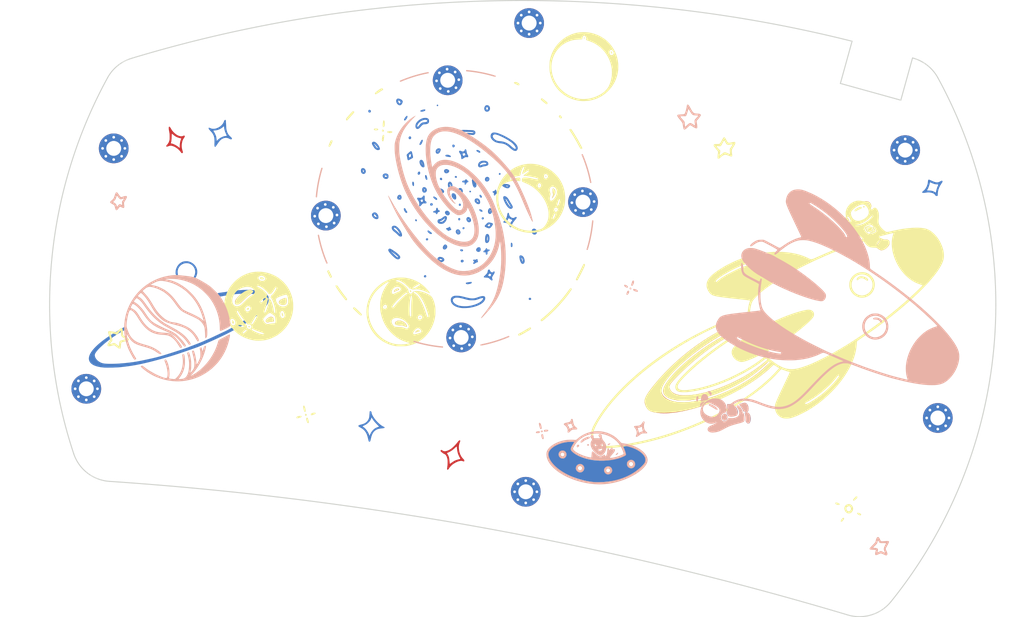
<source format=kicad_pcb>
(kicad_pcb (version 20211014) (generator pcbnew)
  (title_block (title "Wubbo") (rev "v0.1") (company "cache.works"))
  (layers (0 "F.Cu" signal) (31 "B.Cu" signal) (34 "B.Paste" user) (35 "F.Paste" user) (36 "B.SilkS" user "B.Silkscreen") (37 "F.SilkS" user "F.Silkscreen") (38 "B.Mask" user) (39 "F.Mask" user) (44 "Edge.Cuts" user))
  (net 0 "")
  (footprint "MountingHole:MountingHole_2.2mm_M2_Pad_Via" (layer "F.Cu") (at 275.726 174.103)
    (fp_text reference "REF**" hide)
    (fp_text value "MountingHole_2.2mm_M2_Pad_Via")
    (pad "1" thru_hole circle (at 1.65 0) (size 0.7 0.7) (drill 0.4) (layers *.Cu *.Mask))
    (pad "1" thru_hole circle (at 0 1.65) (size 0.7 0.7) (drill 0.4) (layers *.Cu *.Mask))
    (pad "1" thru_hole circle (at 0 0) (size 4.4 4.4) (drill 2.2) (layers *.Cu *.Mask))
    (pad "1" thru_hole circle (at -1.166726 -1.166726) (size 0.7 0.7) (drill 0.4) (layers *.Cu *.Mask))
    (pad "1" thru_hole circle (at -1.166726 1.166726) (size 0.7 0.7) (drill 0.4) (layers *.Cu *.Mask))
    (pad "1" thru_hole circle (at -1.65 0) (size 0.7 0.7) (drill 0.4) (layers *.Cu *.Mask))
    (pad "1" thru_hole circle (at 1.166726 -1.166726) (size 0.7 0.7) (drill 0.4) (layers *.Cu *.Mask))
    (pad "1" thru_hole circle (at 0 -1.65) (size 0.7 0.7) (drill 0.4) (layers *.Cu *.Mask))
    (pad "1" thru_hole circle (at 1.166726 1.166726) (size 0.7 0.7) (drill 0.4) (layers *.Cu *.Mask))
  )
  (footprint "kiboard_cache:Tenting_Puck" (layer "F.Cu") (at 204.226 143.162 3)
    (fp_text reference "REF**")
    (fp_text value "Tenting Puck")
    (pad "1" thru_hole circle (at -0.021428 -20.7 3) (size 0.7 0.7) (drill 0.4) (layers *.Cu *.Mask))
    (pad "1" thru_hole circle (at 20.678572 0 3) (size 0.7 0.7) (drill 0.4) (layers *.Cu *.Mask))
    (pad "1" thru_hole circle (at -0.021428 -17.4 3) (size 0.7 0.7) (drill 0.4) (layers *.Cu *.Mask))
    (pad "1" thru_hole circle (at -19.071428 0 3) (size 4.4 4.4) (drill 2.2) (layers *.Cu *.Mask))
    (pad "1" thru_hole circle (at -19.071428 -1.65 3) (size 0.7 0.7) (drill 0.4) (layers *.Cu *.Mask))
    (pad "1" thru_hole circle (at 17.378572 0 3) (size 0.7 0.7) (drill 0.4) (layers *.Cu *.Mask))
    (pad "1" thru_hole circle (at 1.145298 17.883274 3) (size 0.7 0.7) (drill 0.4) (layers *.Cu *.Mask))
    (pad "1" thru_hole circle (at -1.188154 -20.216726 3) (size 0.7 0.7) (drill 0.4) (layers *.Cu *.Mask))
    (pad "1" thru_hole circle (at 19.028572 -1.65 3) (size 0.7 0.7) (drill 0.4) (layers *.Cu *.Mask))
    (pad "1" thru_hole circle (at 1.628572 19.05 3) (size 0.7 0.7) (drill 0.4) (layers *.Cu *.Mask))
    (pad "1" thru_hole circle (at -1.671428 19.05 3) (size 0.7 0.7) (drill 0.4) (layers *.Cu *.Mask))
    (pad "1" thru_hole circle (at 19.028572 1.65 3) (size 0.7 0.7) (drill 0.4) (layers *.Cu *.Mask))
    (pad "1" thru_hole circle (at 1.145298 20.216726 3) (size 0.7 0.7) (drill 0.4) (layers *.Cu *.Mask))
    (pad "1" thru_hole circle (at 1.145298 -17.883274 3) (size 0.7 0.7) (drill 0.4) (layers *.Cu *.Mask))
    (pad "1" thru_hole circle (at 17.861846 -1.166726 3) (size 0.7 0.7) (drill 0.4) (layers *.Cu *.Mask))
    (pad "1" thru_hole circle (at -1.188154 20.216726 3) (size 0.7 0.7) (drill 0.4) (layers *.Cu *.Mask))
    (pad "1" thru_hole circle (at -20.721428 0 3) (size 0.7 0.7) (drill 0.4) (layers *.Cu *.Mask))
    (pad "1" thru_hole circle (at -1.188154 -17.883274 3) (size 0.7 0.7) (drill 0.4) (layers *.Cu *.Mask))
    (pad "1" thru_hole circle (at 19.028572 0 3) (size 4.4 4.4) (drill 2.2) (layers *.Cu *.Mask))
    (pad "1" thru_hole circle (at -0.021428 17.4 3) (size 0.7 0.7) (drill 0.4) (layers *.Cu *.Mask))
    (pad "1" thru_hole circle (at -20.238154 1.166726 3) (size 0.7 0.7) (drill 0.4) (layers *.Cu *.Mask))
    (pad "1" thru_hole circle (at -0.021428 19.05 3) (size 4.4 4.4) (drill 2.2) (layers *.Cu *.Mask))
    (pad "1" thru_hole circle (at 17.861846 1.166726 3) (size 0.7 0.7) (drill 0.4) (layers *.Cu *.Mask))
    (pad "1" thru_hole circle (at -17.904702 1.166726 3) (size 0.7 0.7) (drill 0.4) (layers *.Cu *.Mask))
    (pad "1" thru_hole circle (at 20.195298 -1.166726 3) (size 0.7 0.7) (drill 0.4) (layers *.Cu *.Mask))
    (pad "1" thru_hole circle (at 20.195298 1.166726 3) (size 0.7 0.7) (drill 0.4) (layers *.Cu *.Mask))
    (pad "1" thru_hole circle (at -17.904702 -1.166726 3) (size 0.7 0.7) (drill 0.4) (layers *.Cu *.Mask))
    (pad "1" thru_hole circle (at -0.021428 -19.05 3) (size 4.4 4.4) (drill 2.2) (layers *.Cu *.Mask))
    (pad "1" thru_hole circle (at -19.071428 1.65 3) (size 0.7 0.7) (drill 0.4) (layers *.Cu *.Mask))
    (pad "1" thru_hole circle (at -1.188154 17.883274 3) (size 0.7 0.7) (drill 0.4) (layers *.Cu *.Mask))
    (pad "1" thru_hole circle (at -0.021428 20.7 3) (size 0.7 0.7) (drill 0.4) (layers *.Cu *.Mask))
    (pad "1" thru_hole circle (at -1.671428 -19.05 3) (size 0.7 0.7) (drill 0.4) (layers *.Cu *.Mask))
    (pad "1" thru_hole circle (at -17.421428 0 3) (size 0.7 0.7) (drill 0.4) (layers *.Cu *.Mask))
    (pad "1" thru_hole circle (at 1.628572 -19.05 3) (size 0.7 0.7) (drill 0.4) (layers *.Cu *.Mask))
    (pad "1" thru_hole circle (at -20.238154 -1.166726 3) (size 0.7 0.7) (drill 0.4) (layers *.Cu *.Mask))
    (pad "1" thru_hole circle (at 1.145298 -20.216726 3) (size 0.7 0.7) (drill 0.4) (layers *.Cu *.Mask))
  )
  (footprint "kiboard_cache:backleft-svg2shenzen" (layer "F.Cu") (at 214.258 158.101)
    (fp_text reference "Ref**" hide)
    (fp_text value "Val**" hide)
    (fp_poly (pts (xy -52.189661 -27.074477) (xy -52.133614 -27.0223) (xy -52.075508 -26.943396) (xy -52.034427 -26.871084) (xy -51.915691 -26.664694) (xy -51.777601 -26.47126) (xy -51.623874 -26.293115) (xy -51.458229 -26.132593) (xy -51.284385 -25.992029) (xy -51.106058 -25.873756) (xy -50.926967 -25.78011) (xy -50.75083 -25.713424) (xy -50.581365 -25.676032) (xy -50.422291 -25.67027) (xy -50.277324 -25.69847) (xy -50.210885 -25.726242) (xy -50.109821 -25.765852) (xy -50.032653 -25.772909) (xy -49.981006 -25.750863) (xy -49.956503 -25.703162) (xy -49.960769 -25.633254) (xy -49.995428 -25.54459) (xy -50.062104 -25.440616) (xy -50.070937 -25.429069) (xy -50.184035 -25.257623) (xy -50.273461 -25.063393) (xy -50.3408 -24.841827) (xy -50.387637 -24.588371) (xy -50.40035 -24.483121) (xy -50.410966 -24.244734) (xy -50.395026 -24.00262) (xy -50.353949 -23.773326) (xy -50.332973 -23.696084) (xy -50.293351 -23.563872) (xy -50.264675 -23.465855) (xy -50.245781 -23.395665) (xy -50.235502 -23.346934) (xy -50.232674 -23.313292) (xy -50.236131 -23.288371) (xy -50.244707 -23.265803) (xy -50.251574 -23.25127) (xy -50.295801 -23.198485) (xy -50.354713 -23.182158) (xy -50.418359 -23.20432) (xy -50.431899 -23.214471) (xy -50.466457 -23.250094) (xy -50.514648 -23.308263) (xy -50.566214 -23.376576) (xy -50.567657 -23.378584) (xy -50.726124 -23.572501) (xy -50.911626 -23.753629) (xy -51.116778 -23.916893) (xy -51.334198 -24.057218) (xy -51.556502 -24.169532) (xy -51.776306 -24.24876) (xy -51.866157 -24.27096) (xy -52.000864 -24.290621) (xy -52.12309 -24.286858) (xy -52.248377 -24.257895) (xy -52.364442 -24.214035) (xy -52.452126 -24.181784) (xy -52.536443 -24.159256) (xy -52.598006 -24.151167) (xy -52.652977 -24.153905) (xy -52.677602 -24.167132) (xy -52.683766 -24.198367) (xy -52.683833 -24.205475) (xy -52.67806 -24.255216) (xy -52.657454 -24.305761) (xy -52.617088 -24.365306) (xy -52.552033 -24.442048) (xy -52.521229 -24.475888) (xy -52.406764 -24.621664) (xy -52.402877 -24.628753) (xy -52.022387 -24.628753) (xy -51.997749 -24.617345) (xy -51.981666 -24.616834) (xy -51.878689 -24.603889) (xy -51.750465 -24.567505) (xy -51.604261 -24.511354) (xy -51.44734 -24.439109) (xy -51.286967 -24.354444) (xy -51.130408 -24.261031) (xy -50.984928 -24.162545) (xy -50.857792 -24.062658) (xy -50.821166 -24.030075) (xy -50.70475 -23.922712) (xy -50.691774 -24.253898) (xy -50.6788 -24.465936) (xy -50.657808 -24.657303) (xy -50.632939 -24.803149) (xy -50.605877 -24.918682) (xy -50.572655 -25.041518) (xy -50.538885 -25.151436) (xy -50.525824 -25.18906) (xy -50.464568 -25.356906) (xy -50.542326 -25.377364) (xy -50.603528 -25.393087) (xy -50.687025 -25.414063) (xy -50.76825 -25.434155) (xy -51.036517 -25.51867) (xy -51.281307 -25.636116) (xy -51.509626 -25.790048) (xy -51.576698 -25.8445) (xy -51.673801 -25.92638) (xy -51.743653 -25.984438) (xy -51.791366 -26.022139) (xy -51.822057 -26.042948) (xy -51.840837 -26.050331) (xy -51.852822 -26.047751) (xy -51.863125 -26.038675) (xy -51.863184 -26.038616) (xy -51.872859 -26.007621) (xy -51.881871 -25.93521) (xy -51.89015 -25.822296) (xy -51.897627 -25.669791) (xy -51.902919 -25.52195) (xy -51.909197 -25.345062) (xy -51.916458 -25.202043) (xy -51.925835 -25.084427) (xy -51.938462 -24.983749) (xy -51.955473 -24.891545) (xy -51.978001 -24.79935) (xy -52.00718 -24.698699) (xy -52.017752 -24.664459) (xy -52.022387 -24.628753) (xy -52.402877 -24.628753) (xy -52.31567 -24.787757) (xy -52.242914 -24.98358) (xy -52.234262 -25.012668) (xy -52.217939 -25.072668) (xy -52.205814 -25.129302) (xy -52.197299 -25.190249) (xy -52.191807 -25.263186) (xy -52.188748 -25.355791) (xy -52.187535 -25.475741) (xy -52.187557 -25.62225) (xy -52.188471 -25.779189) (xy -52.190823 -25.903373) (xy -52.195388 -26.004377) (xy -52.202942 -26.091774) (xy -52.21426 -26.175139) (xy -52.230117 -26.264046) (xy -52.245827 -26.341917) (xy -52.285905 -26.555525) (xy -52.310481 -26.734931) (xy -52.319566 -26.879159) (xy -52.313171 -26.987234) (xy -52.291307 -27.05818) (xy -52.253984 -27.091021) (xy -52.237622 -27.093334) (xy -52.189661 -27.074477)) (layer "F.Cu") (width 0.01) (fill solid))
    (fp_poly (pts (xy -18.117261 1.621158) (xy -18.025966 1.628129) (xy -17.948508 1.642032) (xy -17.870699 1.664734) (xy -17.857769 1.669135) (xy -17.719768 1.729249) (xy -17.575285 1.813353) (xy -17.439209 1.911536) (xy -17.326429 2.013886) (xy -17.305575 2.036718) (xy -17.248727 2.109757) (xy -17.193216 2.194812) (xy -17.144268 2.282061) (xy -17.107107 2.361686) (xy -17.086958 2.423866) (xy -17.085476 2.450371) (xy -17.106215 2.48073) (xy -17.154483 2.490109) (xy -17.232514 2.478208) (xy -17.34254 2.444729) (xy -17.460252 2.400142) (xy -17.549374 2.364703) (xy -17.620011 2.338807) (xy -17.682135 2.320519) (xy -17.745715 2.307903) (xy -17.820723 2.299025) (xy -17.917131 2.29195) (xy -18.044908 2.284744) (xy -18.05882 2.283994) (xy -18.251743 2.271341) (xy -18.407696 2.255464) (xy -18.531997 2.235027) (xy -18.629967 2.208697) (xy -18.706926 2.175139) (xy -18.768193 2.133019) (xy -18.805525 2.096699) (xy -18.843068 2.027409) (xy -18.843407 1.949172) (xy -18.809219 1.867238) (xy -18.743185 1.786856) (xy -18.64798 1.713276) (xy -18.594333 1.68275) (xy -18.536557 1.654553) (xy -18.486821 1.636207) (xy -18.433302 1.625613) (xy -18.364179 1.620672) (xy -18.267628 1.619286) (xy -18.23658 1.61925) (xy -18.117261 1.621158)) (layer "F.Cu") (width 0.01) (fill solid))
    (fp_poly (pts (xy 33.348189 1.726119) (xy 33.37569 1.749534) (xy 33.385156 1.790392) (xy 33.383882 1.833796) (xy 33.369893 1.89796) (xy 33.34407 1.948881) (xy 33.339422 1.954163) (xy 33.308801 1.972474) (xy 33.244585 2.001896) (xy 33.153213 2.039791) (xy 33.04113 2.08352) (xy 32.914775 2.130446) (xy 32.86703 2.147615) (xy 32.292748 2.361714) (xy 31.735081 2.589316) (xy 31.182835 2.835384) (xy 30.624813 3.10488) (xy 30.120475 3.365153) (xy 29.431377 3.742507) (xy 28.742159 4.143012) (xy 28.05631 4.564057) (xy 27.377321 5.003033) (xy 26.708684 5.457332) (xy 26.053888 5.924344) (xy 25.416426 6.401461) (xy 24.799787 6.886072) (xy 24.207463 7.37557) (xy 23.642944 7.867344) (xy 23.109722 8.358785) (xy 22.611286 8.847285) (xy 22.176408 9.30275) (xy 21.930904 9.576515) (xy 21.699153 9.849692) (xy 21.483267 10.119191) (xy 21.285361 10.381923) (xy 21.107547 10.634802) (xy 20.951937 10.874739) (xy 20.820646 11.098644) (xy 20.715786 11.303431) (xy 20.639469 11.486011) (xy 20.603462 11.601672) (xy 20.564374 11.831505) (xy 20.565848 12.053376) (xy 20.606677 12.266211) (xy 20.685656 12.468939) (xy 20.801576 12.660487) (xy 20.953232 12.839784) (xy 21.139416 13.005757) (xy 21.358923 13.157334) (xy 21.610546 13.293443) (xy 21.893077 13.413012) (xy 22.205311 13.514969) (xy 22.54604 13.598241) (xy 22.914059 13.661757) (xy 22.9235 13.663069) (xy 23.078958 13.68024) (xy 23.266063 13.693981) (xy 23.474248 13.704048) (xy 23.692946 13.710198) (xy 23.911592 13.712188) (xy 24.119619 13.709775) (xy 24.30646 13.702717) (xy 24.394584 13.696907) (xy 24.743798 13.662221) (xy 25.124544 13.611227) (xy 25.529899 13.545319) (xy 25.952941 13.465895) (xy 26.386747 13.374351) (xy 26.824395 13.272081) (xy 27.258963 13.160483) (xy 27.683529 13.040953) (xy 27.760084 13.018184) (xy 28.599539 12.747602) (xy 29.429935 12.442759) (xy 30.247913 12.105401) (xy 31.050113 11.737272) (xy 31.833175 11.34012) (xy 32.59374 10.91569) (xy 33.328446 10.465727) (xy 34.033936 9.991977) (xy 34.706849 9.496187) (xy 35.029604 9.240924) (xy 35.274501 9.037264) (xy 35.537431 8.808932) (xy 35.809454 8.563885) (xy 36.081632 8.310079) (xy 36.16801 8.227631) (xy 36.30703 8.095008) (xy 36.420468 7.990281) (xy 36.512823 7.911559) (xy 36.588591 7.85695) (xy 36.652271 7.824563) (xy 36.708362 7.812506) (xy 36.761361 7.818888) (xy 36.815766 7.841818) (xy 36.876076 7.879404) (xy 36.920911 7.911041) (xy 37.009314 7.979451) (xy 37.063783 8.034747) (xy 37.088338 8.082568) (xy 37.086998 8.128548) (xy 37.083569 8.139136) (xy 37.061934 8.170216) (xy 37.013017 8.225259) (xy 36.941159 8.300082) (xy 36.850698 8.390499) (xy 36.745973 8.492326) (xy 36.631323 8.601378) (xy 36.511085 8.71347) (xy 36.3896 8.824418) (xy 36.271205 8.930037) (xy 36.192548 8.99851) (xy 35.619234 9.471812) (xy 35.00664 9.939753) (xy 34.357661 10.400638) (xy 33.675192 10.852774) (xy 32.962126 11.294467) (xy 32.221359 11.724023) (xy 31.455784 12.139748) (xy 30.668297 12.539948) (xy 29.861792 12.92293) (xy 29.039164 13.286999) (xy 28.437417 13.53691) (xy 27.722856 13.815998) (xy 27.017496 14.072443) (xy 26.323247 14.305832) (xy 25.642016 14.515748) (xy 24.975711 14.701778) (xy 24.326242 14.863506) (xy 23.695515 15.000518) (xy 23.085439 15.112399) (xy 22.497922 15.198734) (xy 21.934872 15.259109) (xy 21.398199 15.293109) (xy 20.889809 15.300318) (xy 20.41525 15.280588) (xy 20.166026 15.257663) (xy 19.918614 15.225722) (xy 19.679688 15.186141) (xy 19.455919 15.140298) (xy 19.253979 15.08957) (xy 19.08054 15.035334) (xy 18.942275 14.978967) (xy 18.933815 14.974843) (xy 18.742997 14.857279) (xy 18.572485 14.703082) (xy 18.422033 14.51197) (xy 18.291395 14.283661) (xy 18.246644 14.186511) (xy 18.186362 14.032735) (xy 18.141739 13.882473) (xy 18.113748 13.733445) (xy 18.103361 13.58337) (xy 18.111551 13.42997) (xy 18.139291 13.270964) (xy 18.187553 13.104073) (xy 18.257309 12.927016) (xy 18.349533 12.737515) (xy 18.465196 12.533289) (xy 18.605271 12.312058) (xy 18.770732 12.071544) (xy 18.962549 11.809465) (xy 19.181697 11.523543) (xy 19.429147 11.211497) (xy 19.612217 10.9855) (xy 20.116538 10.387155) (xy 20.657207 9.783273) (xy 21.2295 9.17858) (xy 21.828697 8.577802) (xy 22.450073 7.985663) (xy 23.088907 7.406891) (xy 23.740476 6.84621) (xy 23.791334 6.803677) (xy 24.526374 6.207394) (xy 25.275015 5.633616) (xy 26.032374 5.085739) (xy 26.793568 4.567162) (xy 27.553716 4.081282) (xy 28.307935 3.631498) (xy 28.532667 3.503911) (xy 28.698394 3.413103) (xy 28.892321 3.310457) (xy 29.106699 3.199803) (xy 29.333779 3.084974) (xy 29.56581 2.969801) (xy 29.795044 2.858117) (xy 30.013731 2.753752) (xy 30.214121 2.660539) (xy 30.388466 2.582309) (xy 30.452499 2.554655) (xy 31.060251 2.310776) (xy 31.648834 2.104455) (xy 32.218475 1.935625) (xy 32.769402 1.804213) (xy 33.099706 1.741834) (xy 33.215974 1.724138) (xy 33.296876 1.718277) (xy 33.348189 1.726119)) (layer "F.Cu") (width 0.01) (fill solid))
    (fp_poly (pts (xy 4.634585 -17.93178) (xy 4.68689 -17.885521) (xy 4.741756 -17.820158) (xy 4.791453 -17.745293) (xy 4.828252 -17.670527) (xy 4.836682 -17.646067) (xy 4.862981 -17.525489) (xy 4.867149 -17.407599) (xy 4.847506 -17.286339) (xy 4.802373 -17.155655) (xy 4.730071 -17.00949) (xy 4.628921 -16.841788) (xy 4.602393 -16.801042) (xy 4.529417 -16.690994) (xy 4.476188 -16.613062) (xy 4.439804 -16.563601) (xy 4.417359 -16.538966) (xy 4.40595 -16.53551) (xy 4.40267 -16.549589) (xy 4.402667 -16.550361) (xy 4.410812 -16.577884) (xy 4.432284 -16.632575) (xy 4.462634 -16.703179) (xy 4.466268 -16.71131) (xy 4.501261 -16.793849) (xy 4.525233 -16.866008) (xy 4.539055 -16.937365) (xy 4.543598 -17.017498) (xy 4.539734 -17.115984) (xy 4.528334 -17.242402) (xy 4.520888 -17.311769) (xy 4.508502 -17.432605) (xy 4.498179 -17.54949) (xy 4.490853 -17.650614) (xy 4.48746 -17.724168) (xy 4.487334 -17.735684) (xy 4.496953 -17.835639) (xy 4.524241 -17.906858) (xy 4.566837 -17.944552) (xy 4.592568 -17.949334) (xy 4.634585 -17.93178)) (layer "F.Cu") (width 0.01) (fill solid))
    (fp_poly (pts (xy -18.340962 -3.123709) (xy -18.280748 -3.095474) (xy -18.248892 -3.047761) (xy -18.245666 -3.022467) (xy -18.254965 -2.988749) (xy -18.287475 -2.960739) (xy -18.350121 -2.933996) (xy -18.415 -2.913826) (xy -18.486013 -2.889416) (xy -18.579367 -2.851853) (xy -18.679803 -2.80744) (xy -18.728654 -2.784271) (xy -18.834871 -2.733927) (xy -18.908514 -2.703143) (xy -18.954081 -2.691034) (xy -18.976066 -2.696715) (xy -18.978967 -2.719302) (xy -18.974929 -2.735792) (xy -18.917582 -2.852563) (xy -18.820433 -2.9572) (xy -18.684533 -3.048682) (xy -18.621161 -3.080616) (xy -18.518227 -3.117373) (xy -18.422474 -3.131373) (xy -18.340962 -3.123709)) (layer "F.Cu") (width 0.01) (fill solid))
    (fp_poly (pts (xy 53.212181 -10.480025) (xy 53.304951 -10.458585) (xy 53.403543 -10.417362) (xy 53.407 -10.415562) (xy 53.475903 -10.380976) (xy 53.531213 -10.35986) (xy 53.58595 -10.350309) (xy 53.653135 -10.35042) (xy 53.745789 -10.358288) (xy 53.776771 -10.361486) (xy 53.904751 -10.369276) (xy 54.003359 -10.360472) (xy 54.083097 -10.332707) (xy 54.154463 -10.283614) (xy 54.165526 -10.273875) (xy 54.246477 -10.179627) (xy 54.294184 -10.070062) (xy 54.311035 -9.938337) (xy 54.308745 -9.863548) (xy 54.28711 -9.72489) (xy 54.240443 -9.595099) (xy 54.164878 -9.467034) (xy 54.056548 -9.333557) (xy 53.976552 -9.250222) (xy 53.787861 -9.083747) (xy 53.598539 -8.958442) (xy 53.409236 -8.874633) (xy 53.220601 -8.832642) (xy 53.128334 -8.82743) (xy 53.037396 -8.831665) (xy 52.965129 -8.848505) (xy 52.888417 -8.88377) (xy 52.874492 -8.891342) (xy 52.802296 -8.934474) (xy 52.737668 -8.978719) (xy 52.705159 -9.005105) (xy 52.658924 -9.042841) (xy 52.592166 -9.090913) (xy 52.530978 -9.131412) (xy 52.449927 -9.187234) (xy 52.400296 -9.23639) (xy 52.374908 -9.289601) (xy 52.366588 -9.357593) (xy 52.366334 -9.377424) (xy 52.370721 -9.436935) (xy 52.387358 -9.466834) (xy 52.408925 -9.476602) (xy 52.439911 -9.500511) (xy 52.485072 -9.556643) (xy 52.539976 -9.639199) (xy 52.56586 -9.682026) (xy 52.627125 -9.783081) (xy 52.688099 -9.876157) (xy 52.755656 -9.970834) (xy 52.836667 -10.076692) (xy 52.938006 -10.203309) (xy 52.953652 -10.222557) (xy 53.006177 -10.293325) (xy 53.030644 -10.344183) (xy 53.031667 -10.380359) (xy 53.034976 -10.431848) (xy 53.070576 -10.466036) (xy 53.131851 -10.482302) (xy 53.212181 -10.480025)) (layer "F.Cu") (width 0.01) (fill solid))
    (fp_poly (pts (xy -37.112785 1.047493) (xy -37.006073 1.080142) (xy -36.919367 1.134676) (xy -36.874171 1.187399) (xy -36.859062 1.227539) (xy -36.842598 1.295337) (xy -36.826284 1.380577) (xy -36.811625 1.473046) (xy -36.800127 1.562527) (xy -36.793294 1.638807) (xy -36.792631 1.691671) (xy -36.797189 1.709911) (xy -36.821992 1.716315) (xy -36.879566 1.724237) (xy -36.960434 1.732517) (xy -37.025866 1.737908) (xy -37.150107 1.750402) (xy -37.289275 1.76934) (xy -37.418476 1.791218) (xy -37.451455 1.797806) (xy -37.578958 1.823084) (xy -37.673393 1.837161) (xy -37.742656 1.839514) (xy -37.794643 1.829623) (xy -37.83725 1.806966) (xy -37.878372 1.771023) (xy -37.879866 1.769533) (xy -37.926347 1.716256) (xy -37.946704 1.667992) (xy -37.941728 1.612668) (xy -37.912212 1.538213) (xy -37.89708 1.507103) (xy -37.819164 1.388622) (xy -37.711351 1.277173) (xy -37.583628 1.179707) (xy -37.44598 1.103172) (xy -37.308394 1.054521) (xy -37.228054 1.041451) (xy -37.112785 1.047493)) (layer "F.Cu") (width 0.01) (fill solid))
    (fp_poly (pts (xy -15.377641 2.998912) (xy -15.319672 3.034784) (xy -15.272863 3.081065) (xy -15.2509 3.126704) (xy -15.250583 3.131869) (xy -15.254279 3.157669) (xy -15.270886 3.176364) (xy -15.308683 3.192232) (xy -15.375946 3.209551) (xy -15.419916 3.219369) (xy -15.514374 3.241721) (xy -15.605896 3.266169) (xy -15.676202 3.2878) (xy -15.681869 3.289801) (xy -15.763786 3.316308) (xy -15.809609 3.323323) (xy -15.820905 3.310687) (xy -15.799243 3.278239) (xy -15.798905 3.277859) (xy -15.746097 3.223897) (xy -15.67915 3.162981) (xy -15.606542 3.101911) (xy -15.536753 3.047484) (xy -15.478259 3.0065) (xy -15.439541 2.985758) (xy -15.433087 2.9845) (xy -15.377641 2.998912)) (layer "F.Cu") (width 0.01) (fill solid))
    (fp_poly (pts (xy -34.975651 -1.727365) (xy -34.948686 -1.704074) (xy -34.932383 -1.680852) (xy -34.915796 -1.649349) (xy -34.904553 -1.609083) (xy -34.89769 -1.551787) (xy -34.894244 -1.469196) (xy -34.893252 -1.353045) (xy -34.89325 -1.345029) (xy -34.894005 -1.227916) (xy -34.897071 -1.143824) (xy -34.903648 -1.083456) (xy -34.914937 -1.037514) (xy -34.932139 -0.996702) (xy -34.940261 -0.981006) (xy -35.023648 -0.866527) (xy -35.131982 -0.784283) (xy -35.261355 -0.735528) (xy -35.40786 -0.721518) (xy -35.567593 -0.743509) (xy -35.626963 -0.760283) (xy -35.771654 -0.818385) (xy -35.887574 -0.893218) (xy -35.951583 -0.952408) (xy -35.993372 -1.005083) (xy -36.011712 -1.060033) (xy -36.015083 -1.11958) (xy -35.99849 -1.218471) (xy -35.946897 -1.309686) (xy -35.857584 -1.397031) (xy -35.775323 -1.455262) (xy -35.684798 -1.506899) (xy -35.572793 -1.561436) (xy -35.449824 -1.614697) (xy -35.326407 -1.662505) (xy -35.213057 -1.700684) (xy -35.12029 -1.725058) (xy -35.08055 -1.731182) (xy -35.014616 -1.734706) (xy -34.975651 -1.727365)) (layer "F.Cu") (width 0.01) (fill solid))
    (fp_poly (pts (xy 51.086431 -16.029346) (xy 51.235649 -15.972434) (xy 51.365846 -15.884704) (xy 51.472236 -15.770932) (xy 51.550034 -15.635896) (xy 51.594458 -15.484374) (xy 51.603139 -15.371498) (xy 51.595822 -15.269816) (xy 51.577738 -15.184434) (xy 51.551514 -15.12393) (xy 51.519777 -15.096883) (xy 51.518974 -15.096717) (xy 51.484473 -15.10698) (xy 51.440594 -15.140242) (xy 51.431602 -15.149376) (xy 51.363959 -15.236949) (xy 51.33089 -15.321879) (xy 51.325772 -15.393972) (xy 51.311884 -15.490029) (xy 51.268366 -15.58909) (xy 51.20288 -15.674129) (xy 51.197238 -15.679522) (xy 51.157663 -15.706106) (xy 51.088357 -15.742652) (xy 50.999224 -15.784261) (xy 50.904136 -15.824448) (xy 50.787147 -15.87226) (xy 50.704597 -15.908469) (xy 50.651139 -15.93593) (xy 50.621426 -15.957499) (xy 50.610109 -15.976031) (xy 50.6095 -15.981784) (xy 50.629077 -16.003175) (xy 50.681454 -16.022817) (xy 50.757098 -16.038615) (xy 50.846476 -16.048473) (xy 50.922975 -16.050661) (xy 51.086431 -16.029346)) (layer "F.Cu") (width 0.01) (fill solid))
    (fp_poly (pts (xy 33.423644 2.301449) (xy 33.442224 2.339728) (xy 33.45446 2.404435) (xy 33.467133 2.487083) (xy 33.259442 2.570271) (xy 32.696489 2.807479) (xy 32.11308 3.075769) (xy 31.514129 3.372331) (xy 30.904553 3.694359) (xy 30.289264 4.039044) (xy 29.673177 4.403579) (xy 29.061207 4.785155) (xy 28.458268 5.180966) (xy 27.869274 5.588202) (xy 27.46375 5.881629) (xy 26.81187 6.374688) (xy 26.156376 6.894125) (xy 25.503822 7.434199) (xy 24.860758 7.989168) (xy 24.233736 8.553292) (xy 23.629308 9.120829) (xy 23.054026 9.686039) (xy 22.653726 10.0965) (xy 22.464602 10.296113) (xy 22.304006 10.470098) (xy 22.169476 10.621664) (xy 22.058546 10.75402) (xy 21.968754 10.870375) (xy 21.897634 10.973936) (xy 21.842723 11.067914) (xy 21.801557 11.155516) (xy 21.771671 11.239952) (xy 21.769213 11.248326) (xy 21.746072 11.363318) (xy 21.746852 11.475601) (xy 21.772836 11.596975) (xy 21.821566 11.730333) (xy 21.923567 11.922689) (xy 22.060299 12.093346) (xy 22.232178 12.242562) (xy 22.439623 12.370598) (xy 22.683052 12.47771) (xy 22.962883 12.564159) (xy 23.273384 12.629172) (xy 23.393443 12.644309) (xy 23.547772 12.655964) (xy 23.728447 12.664135) (xy 23.927549 12.668819) (xy 24.137156 12.670015) (xy 24.349345 12.667719) (xy 24.556197 12.661929) (xy 24.74979 12.652643) (xy 24.922202 12.639859) (xy 25.019 12.629691) (xy 25.668651 12.534991) (xy 26.339434 12.406154) (xy 27.028583 12.243989) (xy 27.733332 12.0493) (xy 28.450914 11.822895) (xy 29.178563 11.56558) (xy 29.913512 11.278161) (xy 30.48 11.038005) (xy 31.351841 10.637305) (xy 32.188002 10.21482) (xy 32.989446 9.769971) (xy 33.757135 9.302175) (xy 34.49203 8.81085) (xy 35.195093 8.295415) (xy 35.755906 7.848251) (xy 35.912382 7.719822) (xy 36.040551 7.617739) (xy 36.143674 7.540142) (xy 36.225013 7.485173) (xy 36.28783 7.450972) (xy 36.335387 7.435681) (xy 36.370945 7.437439) (xy 36.397766 7.45439) (xy 36.412807 7.473848) (xy 36.426019 7.518011) (xy 36.413053 7.572383) (xy 36.371631 7.641493) (xy 36.299477 7.72987) (xy 36.265181 7.767664) (xy 36.166405 7.869291) (xy 36.038737 7.992661) (xy 35.886848 8.133719) (xy 35.71541 8.288409) (xy 35.529092 8.452675) (xy 35.332566 8.62246) (xy 35.130503 8.793709) (xy 34.927574 8.962365) (xy 34.72845 9.124373) (xy 34.537801 9.275675) (xy 34.450823 9.343191) (xy 33.924456 9.730376) (xy 33.360872 10.110925) (xy 32.764981 10.482344) (xy 32.141697 10.842141) (xy 31.495931 11.187824) (xy 30.832596 11.5169) (xy 30.156604 11.826875) (xy 29.472866 12.115258) (xy 28.786295 12.379555) (xy 28.101804 12.617274) (xy 27.823584 12.706266) (xy 27.314862 12.85875) (xy 26.832056 12.990412) (xy 26.365515 13.103391) (xy 25.905589 13.199828) (xy 25.442631 13.281863) (xy 24.966989 13.351635) (xy 24.839084 13.368153) (xy 24.711838 13.380876) (xy 24.553322 13.391567) (xy 24.371187 13.400146) (xy 24.173085 13.40653) (xy 23.966666 13.410638) (xy 23.759583 13.412387) (xy 23.559486 13.411696) (xy 23.374027 13.408484) (xy 23.210858 13.402668) (xy 23.077629 13.394166) (xy 23.014567 13.387657) (xy 22.631807 13.32907) (xy 22.284579 13.254767) (xy 21.973453 13.165041) (xy 21.699002 13.060187) (xy 21.461799 12.940497) (xy 21.262415 12.806267) (xy 21.101422 12.657791) (xy 20.979392 12.495361) (xy 20.896898 12.319271) (xy 20.889268 12.295908) (xy 20.851988 12.118461) (xy 20.848241 11.930976) (xy 20.878577 11.731552) (xy 20.943548 11.518288) (xy 21.043706 11.289285) (xy 21.1796 11.042642) (xy 21.313674 10.832454) (xy 21.59296 10.44057) (xy 21.910272 10.038119) (xy 22.263159 9.626934) (xy 22.64917 9.208848) (xy 23.065855 8.785696) (xy 23.510763 8.359311) (xy 23.981444 7.931527) (xy 24.475448 7.504177) (xy 24.990323 7.079096) (xy 25.52362 6.658118) (xy 26.072887 6.243075) (xy 26.635674 5.835802) (xy 27.209531 5.438133) (xy 27.792007 5.0519) (xy 28.380652 4.678939) (xy 28.973014 4.321083) (xy 29.566644 3.980165) (xy 30.159091 3.65802) (xy 30.747904 3.35648) (xy 31.330633 3.077381) (xy 31.904828 2.822555) (xy 32.159577 2.716373) (xy 32.310078 2.656058) (xy 32.469729 2.594029) (xy 32.632468 2.532461) (xy 32.792234 2.473533) (xy 32.942963 2.419419) (xy 33.078594 2.372296) (xy 33.193065 2.334342) (xy 33.280314 2.307732) (xy 33.33412 2.294668) (xy 33.390693 2.289242) (xy 33.423644 2.301449)) (layer "F.Cu") (width 0.01) (fill solid))
    (fp_poly (pts (xy -9.248879 19.31036) (xy -9.234533 19.317428) (xy -9.204321 19.361167) (xy -9.202879 19.435549) (xy -9.230223 19.540709) (xy -9.269248 19.638995) (xy -9.332471 19.805925) (xy -9.374203 19.975266) (xy -9.396854 20.159862) (xy -9.402914 20.35175) (xy -9.386457 20.647269) (xy -9.339119 20.936356) (xy -9.262972 21.213467) (xy -9.160088 21.473061) (xy -9.032537 21.709594) (xy -8.882393 21.917525) (xy -8.773889 22.0345) (xy -8.711874 22.098202) (xy -8.659187 22.158639) (xy -8.626108 22.203923) (xy -8.623786 22.208073) (xy -8.598156 22.281817) (xy -8.596325 22.350956) (xy -8.616074 22.405216) (xy -8.655186 22.434323) (xy -8.673144 22.436666) (xy -8.707831 22.428159) (xy -8.764638 22.406448) (xy -8.801203 22.390203) (xy -8.931333 22.351357) (xy -9.087075 22.343293) (xy -9.265476 22.365546) (xy -9.463588 22.417652) (xy -9.67846 22.499146) (xy -9.777118 22.543986) (xy -10.073768 22.704552) (xy -10.33747 22.887474) (xy -10.566633 23.091435) (xy -10.759667 23.315121) (xy -10.82873 23.413337) (xy -10.905522 23.525159) (xy -10.966594 23.602173) (xy -11.015513 23.647257) (xy -11.055844 23.66329) (xy -11.091153 23.653147) (xy -11.108266 23.638933) (xy -11.127147 23.593423) (xy -11.132131 23.509866) (xy -11.123267 23.390183) (xy -11.100604 23.236299) (xy -11.09771 23.219833) (xy -11.081906 23.109494) (xy -11.070872 22.979686) (xy -11.064192 22.823254) (xy -11.061448 22.633047) (xy -11.061341 22.595416) (xy -11.061684 22.442729) (xy -11.06362 22.323833) (xy -11.067803 22.230195) (xy -11.074884 22.153284) (xy -11.085516 22.084568) (xy -11.100351 22.015515) (xy -11.108077 21.98402) (xy -11.172054 21.776474) (xy -11.250171 21.604702) (xy -11.341543 21.469991) (xy -11.445287 21.373626) (xy -11.56052 21.316893) (xy -11.567955 21.314729) (xy -11.660277 21.275807) (xy -11.747181 21.217618) (xy -11.757757 21.208418) (xy -11.769649 21.198416) (xy -11.174026 21.198416) (xy -11.076464 21.357166) (xy -11.000297 21.488629) (xy -10.939464 21.61323) (xy -10.891614 21.739354) (xy -10.854398 21.875387) (xy -10.825465 22.029712) (xy -10.802465 22.210716) (xy -10.785569 22.394964) (xy -10.773497 22.53762) (xy -10.762982 22.643139) (xy -10.753147 22.716648) (xy -10.743114 22.763274) (xy -10.732005 22.788142) (xy -10.718942 22.796381) (xy -10.716809 22.7965) (xy -10.695833 22.784649) (xy -10.648549 22.752583) (xy -10.582484 22.705527) (xy -10.522266 22.661415) (xy -10.341501 22.531858) (xy -10.183551 22.428339) (xy -10.041722 22.346543) (xy -10.00125 22.325562) (xy -9.89651 22.278967) (xy -9.765684 22.229874) (xy -9.624329 22.18339) (xy -9.488002 22.144618) (xy -9.372262 22.118666) (xy -9.369003 22.118092) (xy -9.271569 22.099018) (xy -9.211786 22.078851) (xy -9.185249 22.051676) (xy -9.187549 22.011573) (xy -9.214281 21.952625) (xy -9.227615 21.928207) (xy -9.344875 21.707739) (xy -9.439272 21.506051) (xy -9.514063 21.312586) (xy -9.572504 21.116786) (xy -9.617852 20.908094) (xy -9.653365 20.675952) (xy -9.676059 20.474562) (xy -9.686807 20.375753) (xy -9.697528 20.292743) (xy -9.706961 20.234402) (xy -9.713703 20.209752) (xy -9.732607 20.218379) (xy -9.776994 20.25169) (xy -9.841561 20.305313) (xy -9.921002 20.374876) (xy -9.990258 20.437734) (xy -10.170702 20.598864) (xy -10.335214 20.733383) (xy -10.494003 20.847979) (xy -10.657276 20.949342) (xy -10.83524 21.04416) (xy -11.038102 21.139122) (xy -11.106221 21.16902) (xy -11.174026 21.198416) (xy -11.769649 21.198416) (xy -11.82767 21.149617) (xy -11.908284 21.088055) (xy -11.944523 21.062529) (xy -12.008014 21.011067) (xy -12.060183 20.954054) (xy -12.080109 20.922698) (xy -12.100758 20.87243) (xy -12.100273 20.837751) (xy -12.078237 20.79733) (xy -12.077644 20.796424) (xy -12.042498 20.753262) (xy -12.011165 20.729468) (xy -11.980476 20.734924) (xy -11.925142 20.759573) (xy -11.855398 20.798619) (xy -11.830785 20.813961) (xy -11.730462 20.872429) (xy -11.645232 20.907505) (xy -11.560595 20.92535) (xy -11.402088 20.926725) (xy -11.224001 20.894126) (xy -11.030108 20.828887) (xy -10.824186 20.732342) (xy -10.61001 20.605824) (xy -10.557847 20.57118) (xy -10.432593 20.477323) (xy -10.290688 20.35596) (xy -10.139498 20.214442) (xy -9.986391 20.060123) (xy -9.838736 19.900355) (xy -9.703899 19.742491) (xy -9.618896 19.634143) (xy -9.514316 19.500912) (xy -9.427081 19.403612) (xy -9.355134 19.34055) (xy -9.296419 19.31003) (xy -9.248879 19.31036)) (layer "F.Cu") (width 0.01) (fill solid))
    (fp_poly (pts (xy -40.163228 -2.949299) (xy -40.057639 -2.924597) (xy -40.026238 -2.90924) (xy -39.946709 -2.84534) (xy -39.888003 -2.764435) (xy -39.858644 -2.679332) (xy -39.856833 -2.654704) (xy -39.861424 -2.619428) (xy -39.878075 -2.584181) (xy -39.911103 -2.544981) (xy -39.964825 -2.497844) (xy -40.043559 -2.438786) (xy -40.151622 -2.363826) (xy -40.22725 -2.312954) (xy -40.404085 -2.19099) (xy -40.56638 -2.070106) (xy -40.722625 -1.943162) (xy -40.881308 -1.803016) (xy -41.050918 -1.64253) (xy -41.200916 -1.493954) (xy -41.358277 -1.337514) (xy -41.491969 -1.209126) (xy -41.606378 -1.105137) (xy -41.705888 -1.021893) (xy -41.794885 -0.955741) (xy -41.877752 -0.90303) (xy -41.958874 -0.860104) (xy -41.965516 -0.856938) (xy -42.053316 -0.823684) (xy -42.149589 -0.800135) (xy -42.240549 -0.788543) (xy -42.31241 -0.791155) (xy -42.333333 -0.796928) (xy -42.413722 -0.851194) (xy -42.473522 -0.934952) (xy -42.510089 -1.039351) (xy -42.520779 -1.155539) (xy -42.502947 -1.274667) (xy -42.488793 -1.317197) (xy -42.42001 -1.456149) (xy -42.318074 -1.609034) (xy -42.187885 -1.771241) (xy -42.034343 -1.938158) (xy -41.862351 -2.105173) (xy -41.676808 -2.267675) (xy -41.482615 -2.421051) (xy -41.284675 -2.56069) (xy -41.087887 -2.681981) (xy -40.97256 -2.743951) (xy -40.792457 -2.8255) (xy -40.615687 -2.88782) (xy -40.448037 -2.9299) (xy -40.295289 -2.950729) (xy -40.163228 -2.949299)) (layer "F.Cu") (width 0.01) (fill solid))
    (fp_poly (pts (xy 48.001184 -13.741353) (xy 48.006 -13.720296) (xy 48.020438 -13.685344) (xy 48.057626 -13.635541) (xy 48.09246 -13.598588) (xy 48.149481 -13.536547) (xy 48.198779 -13.471348) (xy 48.217249 -13.44072) (xy 48.24931 -13.373663) (xy 48.286181 -13.28893) (xy 48.323993 -13.196446) (xy 48.358877 -13.10613) (xy 48.386964 -13.027907) (xy 48.404386 -12.971696) (xy 48.408167 -12.951088) (xy 48.38975 -12.902351) (xy 48.340886 -12.869193) (xy 48.27116 -12.853414) (xy 48.190153 -12.856816) (xy 48.107448 -12.881199) (xy 48.087544 -12.890829) (xy 47.97873 -12.971153) (xy 47.890951 -13.081994) (xy 47.828907 -13.214816) (xy 47.797299 -13.36108) (xy 47.794229 -13.423581) (xy 47.803668 -13.545727) (xy 47.83384 -13.639415) (xy 47.8841 -13.710709) (xy 47.931009 -13.746744) (xy 47.973636 -13.757242) (xy 48.001184 -13.741353)) (layer "F.Cu") (width 0.01) (fill solid))
  )
  (footprint "MountingHole:MountingHole_2.2mm_M2_Pad_Via" (layer "F.Cu") (at 270.899999 134.476022)
    (fp_text reference "REF**" hide)
    (fp_text value "MountingHole_2.2mm_M2_Pad_Via")
    (pad "1" thru_hole circle (at 0 1.65) (size 0.7 0.7) (drill 0.4) (layers *.Cu *.Mask))
    (pad "1" thru_hole circle (at 0 0) (size 4.4 4.4) (drill 2.2) (layers *.Cu *.Mask))
    (pad "1" thru_hole circle (at -1.166726 1.166726) (size 0.7 0.7) (drill 0.4) (layers *.Cu *.Mask))
    (pad "1" thru_hole circle (at 0 -1.65) (size 0.7 0.7) (drill 0.4) (layers *.Cu *.Mask))
    (pad "1" thru_hole circle (at 1.166726 1.166726) (size 0.7 0.7) (drill 0.4) (layers *.Cu *.Mask))
    (pad "1" thru_hole circle (at 1.166726 -1.166726) (size 0.7 0.7) (drill 0.4) (layers *.Cu *.Mask))
    (pad "1" thru_hole circle (at -1.65 0) (size 0.7 0.7) (drill 0.4) (layers *.Cu *.Mask))
    (pad "1" thru_hole circle (at 1.65 0) (size 0.7 0.7) (drill 0.4) (layers *.Cu *.Mask))
    (pad "1" thru_hole circle (at -1.166726 -1.166726) (size 0.7 0.7) (drill 0.4) (layers *.Cu *.Mask))
  )
  (footprint "MountingHole:MountingHole_2.2mm_M2_Pad_Via" (layer "F.Cu") (at 149.735978 169.784999)
    (fp_text reference "REF**" hide)
    (fp_text value "MountingHole_2.2mm_M2_Pad_Via")
    (pad "1" thru_hole circle (at 0 1.65) (size 0.7 0.7) (drill 0.4) (layers *.Cu *.Mask))
    (pad "1" thru_hole circle (at -1.65 0) (size 0.7 0.7) (drill 0.4) (layers *.Cu *.Mask))
    (pad "1" thru_hole circle (at 1.166726 1.166726) (size 0.7 0.7) (drill 0.4) (layers *.Cu *.Mask))
    (pad "1" thru_hole circle (at 0 -1.65) (size 0.7 0.7) (drill 0.4) (layers *.Cu *.Mask))
    (pad "1" thru_hole circle (at 1.65 0) (size 0.7 0.7) (drill 0.4) (layers *.Cu *.Mask))
    (pad "1" thru_hole circle (at 0 0) (size 4.4 4.4) (drill 2.2) (layers *.Cu *.Mask))
    (pad "1" thru_hole circle (at 1.166726 -1.166726) (size 0.7 0.7) (drill 0.4) (layers *.Cu *.Mask))
    (pad "1" thru_hole circle (at -1.166726 1.166726) (size 0.7 0.7) (drill 0.4) (layers *.Cu *.Mask))
    (pad "1" thru_hole circle (at -1.166726 -1.166726) (size 0.7 0.7) (drill 0.4) (layers *.Cu *.Mask))
  )
  (footprint "MountingHole:MountingHole_2.2mm_M2_Pad_Via" (layer "F.Cu") (at 214.756689 185.024999)
    (fp_text reference "REF**" hide)
    (fp_text value "MountingHole_2.2mm_M2_Pad_Via")
    (pad "1" thru_hole circle (at 1.166726 -1.166726) (size 0.7 0.7) (drill 0.4) (layers *.Cu *.Mask))
    (pad "1" thru_hole circle (at -1.166726 1.166726) (size 0.7 0.7) (drill 0.4) (layers *.Cu *.Mask))
    (pad "1" thru_hole circle (at 0 -1.65) (size 0.7 0.7) (drill 0.4) (layers *.Cu *.Mask))
    (pad "1" thru_hole circle (at 1.65 0) (size 0.7 0.7) (drill 0.4) (layers *.Cu *.Mask))
    (pad "1" thru_hole circle (at -1.166726 -1.166726) (size 0.7 0.7) (drill 0.4) (layers *.Cu *.Mask))
    (pad "1" thru_hole circle (at 0 1.65) (size 0.7 0.7) (drill 0.4) (layers *.Cu *.Mask))
    (pad "1" thru_hole circle (at -1.65 0) (size 0.7 0.7) (drill 0.4) (layers *.Cu *.Mask))
    (pad "1" thru_hole circle (at 1.166726 1.166726) (size 0.7 0.7) (drill 0.4) (layers *.Cu *.Mask))
    (pad "1" thru_hole circle (at 0 0) (size 4.4 4.4) (drill 2.2) (layers *.Cu *.Mask))
  )
  (footprint "kiboard_cache:backright-copper" (layer "F.Cu") (at 213.571327 156.962163)
    (fp_text reference "Ref**" hide)
    (fp_text value "Val**" hide)
    (fp_poly (pts (xy -22.804688 -19.819816) (xy -22.716981 -19.776175) (xy -22.633656 -19.702681) (xy -22.547607 -19.587077) (xy -22.49667 -19.460554) (xy -22.482272 -19.330409) (xy -22.505839 -19.203937) (xy -22.526625 -19.155198) (xy -22.594858 -19.059672) (xy -22.682997 -18.99563) (xy -22.783437 -18.965848) (xy -22.88857 -18.973106) (xy -22.955203 -18.99868) (xy -23.063032 -19.077514) (xy -23.140195 -19.184488) (xy -23.185478 -19.317336) (xy -23.197996 -19.452167) (xy -23.196561 -19.46728) (xy -22.935395 -19.46728) (xy -22.929148 -19.387137) (xy -22.898481 -19.29682) (xy -22.889392 -19.278274) (xy -22.85146 -19.231967) (xy -22.810118 -19.220184) (xy -22.775603 -19.243256) (xy -22.762378 -19.274168) (xy -22.760408 -19.348692) (xy -22.781833 -19.43259) (xy -22.820268 -19.505145) (xy -22.840563 -19.527815) (xy -22.873829 -19.554667) (xy -22.894375 -19.552198) (xy -22.91601 -19.52597) (xy -22.935395 -19.46728) (xy -23.196561 -19.46728) (xy -23.184501 -19.594221) (xy -23.144856 -19.703725) (xy -23.079428 -19.780208) (xy -22.988585 -19.823193) (xy -22.902334 -19.833167) (xy -22.804688 -19.819816)) (layer "B.Cu") (width 0.01) (fill solid))
    (fp_poly (pts (xy 1.893089 -0.624745) (xy 1.932423 -0.58883) (xy 1.947565 -0.566209) (xy 1.98215 -0.493981) (xy 1.983435 -0.436914) (xy 1.950835 -0.383301) (xy 1.937712 -0.369455) (xy 1.869563 -0.327178) (xy 1.790592 -0.316133) (xy 1.715495 -0.336487) (xy 1.675856 -0.36649) (xy 1.63608 -0.433109) (xy 1.628547 -0.504391) (xy 1.649994 -0.569444) (xy 1.697157 -0.617379) (xy 1.756833 -0.636706) (xy 1.838836 -0.639123) (xy 1.893089 -0.624745)) (layer "B.Cu") (width 0.01) (fill solid))
    (fp_poly (pts (xy -2.584854 -19.081062) (xy -2.572951 -19.066457) (xy -2.542759 -18.993612) (xy -2.554648 -18.920242) (xy -2.58387 -18.872938) (xy -2.63854 -18.828255) (xy -2.696957 -18.820314) (xy -2.749147 -18.849606) (xy -2.76105 -18.86421) (xy -2.791242 -18.937056) (xy -2.779353 -19.010426) (xy -2.750131 -19.057729) (xy -2.695461 -19.102413) (xy -2.637044 -19.110354) (xy -2.584854 -19.081062)) (layer "B.Cu") (width 0.01) (fill solid))
    (fp_poly (pts (xy -8.75113 -10.749061) (xy -8.679045 -10.708298) (xy -8.609951 -10.63854) (xy -8.560005 -10.571339) (xy -8.495347 -10.4519) (xy -8.467923 -10.337799) (xy -8.478235 -10.233358) (xy -8.512407 -10.161947) (xy -8.5969 -10.06805) (xy -8.693606 -10.014591) (xy -8.802244 -10.001688) (xy -8.864409 -10.011298) (xy -8.967482 -10.057501) (xy -9.055892 -10.143222) (xy -9.12353 -10.25525) (xy -9.158467 -10.366339) (xy -9.159652 -10.42897) (xy -8.905776 -10.42897) (xy -8.905652 -10.399547) (xy -8.88077 -10.360131) (xy -8.867298 -10.342772) (xy -8.82353 -10.29958) (xy -8.788648 -10.286455) (xy -8.769915 -10.303447) (xy -8.772246 -10.342122) (xy -8.794969 -10.402643) (xy -8.820793 -10.450221) (xy -8.846755 -10.485224) (xy -8.864618 -10.487039) (xy -8.883336 -10.465137) (xy -8.905776 -10.42897) (xy -9.159652 -10.42897) (xy -9.160543 -10.476039) (xy -9.133602 -10.57751) (xy -9.081487 -10.663912) (xy -9.008042 -10.728402) (xy -8.917109 -10.764142) (xy -8.835685 -10.767574) (xy -8.75113 -10.749061)) (layer "B.Cu") (width 0.01) (fill solid))
    (fp_poly (pts (xy 33.645927 14.934252) (xy 33.776771 14.97013) (xy 33.880619 15.033786) (xy 33.90308 15.055266) (xy 33.985516 15.167312) (xy 34.053289 15.309238) (xy 34.104007 15.470408) (xy 34.135275 15.640184) (xy 34.144701 15.80793) (xy 34.129891 15.96301) (xy 34.11847 16.012583) (xy 34.074108 16.118951) (xy 34.008855 16.203793) (xy 33.929572 16.263084) (xy 33.84312 16.292798) (xy 33.75636 16.288912) (xy 33.694693 16.26118) (xy 33.633667 16.219722) (xy 33.584988 16.185703) (xy 33.5381 16.160695) (xy 33.498509 16.165069) (xy 33.486648 16.170807) (xy 33.449623 16.185354) (xy 33.422436 16.177445) (xy 33.397862 16.140967) (xy 33.369308 16.071482) (xy 33.270111 15.848896) (xy 33.140232 15.631443) (xy 32.975024 15.411512) (xy 32.942853 15.37305) (xy 32.877029 15.289284) (xy 32.839862 15.222327) (xy 32.833551 15.167827) (xy 32.860298 15.121436) (xy 32.922301 15.078803) (xy 33.02176 15.035579) (xy 33.13329 14.996484) (xy 33.319999 14.947109) (xy 33.492274 14.926472) (xy 33.645927 14.934252)) (layer "B.Cu") (width 0.01) (fill solid))
    (fp_poly (pts (xy -15.870249 -24.503654) (xy -15.831039 -24.470295) (xy -15.783152 -24.397547) (xy -15.76859 -24.31712) (xy -15.783779 -24.23853) (xy -15.825148 -24.171288) (xy -15.889127 -24.124908) (xy -15.966741 -24.108834) (xy -16.029317 -24.119383) (xy -16.080802 -24.157572) (xy -16.095369 -24.173958) (xy -16.143164 -24.256471) (xy -16.14875 -24.339163) (xy -16.11222 -24.420514) (xy -16.0782 -24.4602) (xy -16.005449 -24.515918) (xy -15.93743 -24.53035) (xy -15.870249 -24.503654)) (layer "B.Cu") (width 0.01) (fill solid))
    (fp_poly (pts (xy -13.826923 -15.756526) (xy -13.794055 -15.7164) (xy -13.774191 -15.64548) (xy -13.766458 -15.540461) (xy -13.769982 -15.398036) (xy -13.770981 -15.380585) (xy -13.776548 -15.272884) (xy -13.777425 -15.196442) (xy -13.772648 -15.140346) (xy -13.761254 -15.093687) (xy -13.742279 -15.045552) (xy -13.741174 -15.043045) (xy -13.696567 -14.966439) (xy -13.647667 -14.924807) (xy -13.643915 -14.92326) (xy -13.564472 -14.875636) (xy -13.516485 -14.808565) (xy -13.504658 -14.747875) (xy -13.509541 -14.69214) (xy -13.520844 -14.654139) (xy -13.520964 -14.65395) (xy -13.568251 -14.616269) (xy -13.642292 -14.59973) (xy -13.731916 -14.606663) (xy -13.739605 -14.608343) (xy -13.864125 -14.622176) (xy -13.979059 -14.607229) (xy -14.072431 -14.565085) (xy -14.073617 -14.564246) (xy -14.1193 -14.523969) (xy -14.177281 -14.462334) (xy -14.235267 -14.39244) (xy -14.237076 -14.390095) (xy -14.325112 -14.288233) (xy -14.405496 -14.220124) (xy -14.475688 -14.187143) (xy -14.533147 -14.190664) (xy -14.562996 -14.213813) (xy -14.578019 -14.250774) (xy -14.57888 -14.313831) (xy -14.572921 -14.367272) (xy -14.559161 -14.547584) (xy -14.573538 -14.70575) (xy -14.618642 -14.853378) (xy -14.69706 -15.002076) (xy -14.723559 -15.042841) (xy -14.761407 -15.100368) (xy -14.388568 -15.100368) (xy -14.378567 -15.047177) (xy -14.364574 -14.997239) (xy -14.322297 -14.901724) (xy -14.267956 -14.835393) (xy -14.207046 -14.801036) (xy -14.145058 -14.801446) (xy -14.087487 -14.839415) (xy -14.07737 -14.851272) (xy -14.042228 -14.927592) (xy -14.034947 -15.024495) (xy -14.056383 -15.129963) (xy -14.057307 -15.132641) (xy -14.077664 -15.178114) (xy -14.103091 -15.191639) (xy -14.136682 -15.185748) (xy -14.194018 -15.172404) (xy -14.265996 -15.158489) (xy -14.282412 -15.15569) (xy -14.341107 -15.143469) (xy -14.380439 -15.130612) (xy -14.386738 -15.126652) (xy -14.388568 -15.100368) (xy -14.761407 -15.100368) (xy -14.790802 -15.145045) (xy -14.836378 -15.220706) (xy -14.863981 -15.277178) (xy -14.877306 -15.321813) (xy -14.880167 -15.354621) (xy -14.862749 -15.409336) (xy -14.810694 -15.44001) (xy -14.724297 -15.446511) (xy -14.681289 -15.442458) (xy -14.547761 -15.425993) (xy -14.448081 -15.416377) (xy -14.374299 -15.413751) (xy -14.318466 -15.418253) (xy -14.272631 -15.430023) (xy -14.228845 -15.449202) (xy -14.226393 -15.450446) (xy -14.151565 -15.503163) (xy -14.082158 -15.576662) (xy -14.069388 -15.594139) (xy -14.00866 -15.678045) (xy -13.96172 -15.73108) (xy -13.921742 -15.759346) (xy -13.8819 -15.768949) (xy -13.87367 -15.769167) (xy -13.826923 -15.756526)) (layer "B.Cu") (width 0.01) (fill solid))
    (fp_poly (pts (xy -4.177409 -4.791398) (xy -4.134449 -4.725939) (xy -4.125243 -4.699814) (xy -4.080604 -4.602431) (xy -4.012152 -4.513624) (xy -3.929199 -4.441727) (xy -3.841059 -4.395077) (xy -3.769634 -4.3815) (xy -3.731942 -4.394772) (xy -3.677069 -4.429158) (xy -3.630084 -4.466167) (xy -3.574092 -4.511137) (xy -3.528149 -4.541841) (xy -3.50603 -4.550834) (xy -3.461685 -4.531883) (xy -3.435182 -4.478747) (xy -3.429 -4.420978) (xy -3.43372 -4.354156) (xy -3.450696 -4.290064) (xy -3.484154 -4.218812) (xy -3.538319 -4.130512) (xy -3.57855 -4.070977) (xy -3.661958 -3.940942) (xy -3.729902 -3.816766) (xy -3.778937 -3.705815) (xy -3.805617 -3.615456) (xy -3.809513 -3.577167) (xy -3.797062 -3.509377) (xy -3.767744 -3.450265) (xy -3.767667 -3.450167) (xy -3.73216 -3.377455) (xy -3.731692 -3.303217) (xy -3.766261 -3.239927) (xy -3.767667 -3.2385) (xy -3.804728 -3.209016) (xy -3.842721 -3.199211) (xy -3.887305 -3.211614) (xy -3.944139 -3.248751) (xy -4.018881 -3.313153) (xy -4.09331 -3.383996) (xy -4.17092 -3.457881) (xy -4.241724 -3.522256) (xy -4.298153 -3.570439) (xy -4.332638 -3.595744) (xy -4.333765 -3.596348) (xy -4.372207 -3.60649) (xy -4.443331 -3.616686) (xy -4.537501 -3.625842) (xy -4.645083 -3.63286) (xy -4.661848 -3.633664) (xy -4.769399 -3.63983) (xy -4.863811 -3.647586) (xy -4.935877 -3.656012) (xy -4.976391 -3.664185) (xy -4.979459 -3.665473) (xy -5.009389 -3.688968) (xy -5.017147 -3.720551) (xy -5.000575 -3.763937) (xy -4.957519 -3.822841) (xy -4.88582 -3.900977) (xy -4.858992 -3.927447) (xy -4.391783 -3.927447) (xy -4.391468 -3.918746) (xy -4.362375 -3.901937) (xy -4.30621 -3.877286) (xy -4.235784 -3.84959) (xy -4.163906 -3.823648) (xy -4.103386 -3.804258) (xy -4.067032 -3.796219) (xy -4.064523 -3.79628) (xy -4.041828 -3.816289) (xy -4.01064 -3.865891) (xy -3.977167 -3.934983) (xy -3.972461 -3.946095) (xy -3.911626 -4.092394) (xy -3.961355 -4.13012) (xy -4.035477 -4.177912) (xy -4.109066 -4.211349) (xy -4.1708 -4.226242) (xy -4.206203 -4.220759) (xy -4.231949 -4.194355) (xy -4.268202 -4.145208) (xy -4.308639 -4.083632) (xy -4.346932 -4.019937) (xy -4.376755 -3.964438) (xy -4.391783 -3.927447) (xy -4.858992 -3.927447) (xy -4.78496 -4.000488) (xy -4.656068 -4.131011) (xy -4.56053 -4.24427) (xy -4.495422 -4.344813) (xy -4.457819 -4.43719) (xy -4.444795 -4.525952) (xy -4.444742 -4.529667) (xy -4.435183 -4.596372) (xy -4.412151 -4.672327) (xy -4.403247 -4.693687) (xy -4.352948 -4.771733) (xy -4.293789 -4.814138) (xy -4.232899 -4.820746) (xy -4.177409 -4.791398)) (layer "B.Cu") (width 0.01) (fill solid))
    (fp_poly (pts (xy -5.948107 -15.337622) (xy -5.855683 -15.309946) (xy -5.846449 -15.305439) (xy -5.729231 -15.222523) (xy -5.642586 -15.111558) (xy -5.58863 -14.975837) (xy -5.572349 -14.878834) (xy -5.569523 -14.738062) (xy -5.590435 -14.63138) (xy -5.636096 -14.557164) (xy -5.707515 -14.513788) (xy -5.805703 -14.499628) (xy -5.80805 -14.499632) (xy -5.895233 -14.508739) (xy -5.981625 -14.531116) (xy -6.004779 -14.540365) (xy -6.096268 -14.594407) (xy -6.18872 -14.669768) (xy -6.26946 -14.754498) (xy -6.325813 -14.83665) (xy -6.331564 -14.848417) (xy -6.364697 -14.960077) (xy -6.365884 -15.018084) (xy -6.096 -15.018084) (xy -6.079994 -14.977693) (xy -6.038584 -14.923324) (xy -5.981683 -14.864337) (xy -5.919207 -14.810096) (xy -5.861069 -14.769962) (xy -5.817182 -14.753296) (xy -5.815542 -14.753246) (xy -5.802292 -14.770677) (xy -5.800132 -14.790209) (xy -5.81394 -14.852866) (xy -5.847647 -14.927286) (xy -5.891589 -14.995641) (xy -5.935323 -15.0396) (xy -5.988573 -15.060646) (xy -6.042476 -15.061879) (xy -6.082868 -15.045197) (xy -6.096 -15.018084) (xy -6.365884 -15.018084) (xy -6.367006 -15.072872) (xy -6.340569 -15.176921) (xy -6.287467 -15.26234) (xy -6.235278 -15.30592) (xy -6.154788 -15.335629) (xy -6.053436 -15.34619) (xy -5.948107 -15.337622)) (layer "B.Cu") (width 0.01) (fill solid))
    (fp_poly (pts (xy -5.860893 -22.488197) (xy -5.766633 -22.446627) (xy -5.678906 -22.391273) (xy -5.606837 -22.32775) (xy -5.559554 -22.261672) (xy -5.545667 -22.208091) (xy -5.558148 -22.140712) (xy -5.59597 -22.105554) (xy -5.659701 -22.102587) (xy -5.749909 -22.13178) (xy -5.86361 -22.191008) (xy -5.978082 -22.263152) (xy -6.055889 -22.324418) (xy -6.100276 -22.378038) (xy -6.11449 -22.427243) (xy -6.113619 -22.439887) (xy -6.095187 -22.479461) (xy -6.047202 -22.503632) (xy -6.0325 -22.507534) (xy -5.952557 -22.510371) (xy -5.860893 -22.488197)) (layer "B.Cu") (width 0.01) (fill solid))
    (fp_poly (pts (xy -7.627596 -18.170258) (xy -7.574687 -18.133778) (xy -7.540032 -18.081343) (xy -7.491463 -18.014365) (xy -7.443101 -17.98893) (xy -7.364016 -17.953411) (xy -7.316847 -17.902825) (xy -7.301689 -17.845804) (xy -7.318639 -17.790974) (xy -7.367792 -17.746966) (xy -7.440153 -17.723663) (xy -7.51356 -17.707442) (xy -7.556051 -17.680878) (xy -7.579039 -17.634278) (xy -7.58708 -17.598877) (xy -7.610143 -17.536009) (xy -7.651129 -17.471281) (xy -7.700411 -17.416352) (xy -7.748358 -17.382885) (xy -7.769615 -17.377834) (xy -7.810617 -17.394831) (xy -7.830922 -17.418776) (xy -7.843391 -17.462742) (xy -7.851327 -17.530449) (xy -7.852834 -17.575261) (xy -7.856148 -17.647211) (xy -7.871942 -17.689486) (xy -7.908994 -17.709879) (xy -7.97608 -17.71618) (xy -8.011937 -17.7165) (xy -8.109823 -17.722812) (xy -8.172321 -17.743788) (xy -8.204757 -17.782487) (xy -8.212667 -17.83185) (xy -8.205259 -17.888241) (xy -8.175083 -17.923548) (xy -8.148029 -17.939339) (xy -8.087757 -17.961386) (xy -8.009502 -17.978767) (xy -7.973404 -17.983574) (xy -7.879999 -17.993792) (xy -7.820246 -18.004681) (xy -7.785571 -18.01993) (xy -7.7674 -18.043231) (xy -7.75755 -18.07649) (xy -7.728123 -18.141411) (xy -7.681773 -18.172734) (xy -7.627596 -18.170258)) (layer "B.Cu") (width 0.01) (fill solid))
    (fp_poly (pts (xy 2.493726 -10.865235) (xy 2.549307 -10.849306) (xy 2.603221 -10.814728) (xy 2.61741 -10.803523) (xy 2.717372 -10.700982) (xy 2.787016 -10.583239) (xy 2.825453 -10.457458) (xy 2.831796 -10.330802) (xy 2.805157 -10.210436) (xy 2.74465 -10.103525) (xy 2.708979 -10.064411) (xy 2.627528 -10.013826) (xy 2.525978 -9.99188) (xy 2.416088 -9.999339) (xy 2.30962 -10.036968) (xy 2.307166 -10.038269) (xy 2.212162 -10.110497) (xy 2.14119 -10.207476) (xy 2.095073 -10.320898) (xy 2.074635 -10.442454) (xy 2.074948 -10.448731) (xy 2.338101 -10.448731) (xy 2.36525 -10.372792) (xy 2.423382 -10.291099) (xy 2.469787 -10.241807) (xy 2.501566 -10.226609) (xy 2.526536 -10.243707) (xy 2.539255 -10.264442) (xy 2.557251 -10.325967) (xy 2.560371 -10.402023) (xy 2.549548 -10.474158) (xy 2.526136 -10.523459) (xy 2.474979 -10.556074) (xy 2.416601 -10.561063) (xy 2.366826 -10.53927) (xy 2.347786 -10.513942) (xy 2.338101 -10.448731) (xy 2.074948 -10.448731) (xy 2.080697 -10.563835) (xy 2.114084 -10.676733) (xy 2.175618 -10.772839) (xy 2.229608 -10.821311) (xy 2.289677 -10.853202) (xy 2.363081 -10.867285) (xy 2.416326 -10.869084) (xy 2.493726 -10.865235)) (layer "B.Cu") (width 0.01) (fill solid))
    (fp_poly (pts (xy -4.037115 -13.885264) (xy -3.974696 -13.822882) (xy -3.918347 -13.719557) (xy -3.882685 -13.622617) (xy -3.844933 -13.481223) (xy -3.832561 -13.367067) (xy -3.84682 -13.272606) (xy -3.888958 -13.190296) (xy -3.960226 -13.112593) (xy -3.968406 -13.105309) (xy -4.055218 -13.052032) (xy -4.145542 -13.037812) (xy -4.232425 -13.063136) (xy -4.264889 -13.084628) (xy -4.336403 -13.166312) (xy -4.381812 -13.272323) (xy -4.395245 -13.356323) (xy -4.162427 -13.356323) (xy -4.152155 -13.335238) (xy -4.150038 -13.335) (xy -4.124968 -13.351491) (xy -4.092231 -13.392288) (xy -4.084882 -13.403792) (xy -4.049885 -13.469544) (xy -4.022478 -13.536193) (xy -4.006857 -13.591584) (xy -4.007216 -13.623566) (xy -4.008463 -13.625185) (xy -4.032861 -13.623944) (xy -4.068071 -13.595103) (xy -4.104013 -13.547882) (xy -4.115764 -13.527042) (xy -4.142123 -13.46404) (xy -4.15838 -13.403195) (xy -4.162427 -13.356323) (xy -4.395245 -13.356323) (xy -4.401232 -13.393753) (xy -4.394781 -13.521697) (xy -4.362577 -13.647248) (xy -4.304737 -13.761499) (xy -4.255151 -13.823704) (xy -4.177906 -13.885979) (xy -4.105039 -13.906398) (xy -4.037115 -13.885264)) (layer "B.Cu") (width 0.01) (fill solid))
    (fp_poly (pts (xy -9.97489 -17.802144) (xy -9.893704 -17.755341) (xy -9.817631 -17.680412) (xy -9.750901 -17.578866) (xy -9.697744 -17.452208) (xy -9.667664 -17.332908) (xy -9.656325 -17.258903) (xy -9.657241 -17.210443) (xy -9.671555 -17.172223) (xy -9.68079 -17.157131) (xy -9.727893 -17.114677) (xy -9.783373 -17.10759) (xy -9.839051 -17.132278) (xy -9.886751 -17.185145) (xy -9.918018 -17.261417) (xy -9.941895 -17.335986) (xy -9.974215 -17.405126) (xy -10.008714 -17.457787) (xy -10.039126 -17.482917) (xy -10.044014 -17.483667) (xy -10.069498 -17.466401) (xy -10.078551 -17.421438) (xy -10.073502 -17.359029) (xy -10.05668 -17.289427) (xy -10.030414 -17.222884) (xy -9.997033 -17.169652) (xy -9.966741 -17.143524) (xy -9.932012 -17.114552) (xy -9.934732 -17.090971) (xy -9.972794 -17.0815) (xy -10.018498 -17.069024) (xy -10.074593 -17.03809) (xy -10.087799 -17.028584) (xy -10.159425 -16.98551) (xy -10.215194 -16.98002) (xy -10.25934 -17.012435) (xy -10.278463 -17.043123) (xy -10.300986 -17.111209) (xy -10.316886 -17.207391) (xy -10.325337 -17.317834) (xy -10.32551 -17.428697) (xy -10.316578 -17.526145) (xy -10.309466 -17.561544) (xy -10.266165 -17.677969) (xy -10.206827 -17.758735) (xy -10.135682 -17.805348) (xy -10.05696 -17.819316) (xy -9.97489 -17.802144)) (layer "B.Cu") (width 0.01) (fill solid))
    (fp_poly (pts (xy -8.534776 -14.572551) (xy -8.512907 -14.561188) (xy -8.453885 -14.505804) (xy -8.428265 -14.427264) (xy -8.436331 -14.335718) (xy -8.452588 -14.284368) (xy -8.477316 -14.260097) (xy -8.525527 -14.250802) (xy -8.54344 -14.249369) (xy -8.622847 -14.254275) (xy -8.665117 -14.277307) (xy -8.705699 -14.344717) (xy -8.713255 -14.422465) (xy -8.689786 -14.497116) (xy -8.637295 -14.555235) (xy -8.622357 -14.564305) (xy -8.576617 -14.581549) (xy -8.534776 -14.572551)) (layer "B.Cu") (width 0.01) (fill solid))
    (fp_poly (pts (xy -16.728239 -13.902738) (xy -16.696633 -13.894302) (xy -16.668693 -13.872087) (xy -16.638234 -13.828525) (xy -16.599072 -13.756046) (xy -16.584084 -13.726294) (xy -16.536521 -13.636957) (xy -16.485824 -13.551186) (xy -16.441251 -13.484438) (xy -16.431956 -13.472294) (xy -16.372561 -13.385412) (xy -16.348757 -13.315781) (xy -16.359654 -13.259175) (xy -16.381166 -13.231001) (xy -16.434363 -13.193351) (xy -16.488624 -13.190141) (xy -16.549145 -13.222793) (xy -16.621123 -13.29273) (xy -16.625758 -13.297959) (xy -16.712652 -13.41173) (xy -16.78214 -13.532706) (xy -16.829108 -13.650198) (xy -16.848446 -13.753517) (xy -16.848667 -13.76406) (xy -16.838999 -13.844262) (xy -16.80796 -13.889813) (xy -16.752499 -13.904226) (xy -16.728239 -13.902738)) (layer "B.Cu") (width 0.01) (fill solid))
    (fp_poly (pts (xy -5.542117 -13.732095) (xy -5.466332 -13.711449) (xy -5.387909 -13.673582) (xy -5.313661 -13.619267) (xy -5.275611 -13.581003) (xy -5.224505 -13.510944) (xy -5.209612 -13.455113) (xy -5.229978 -13.407466) (xy -5.245709 -13.391198) (xy -5.306082 -13.360326) (xy -5.380403 -13.366234) (xy -5.471443 -13.409219) (xy -5.483315 -13.416685) (xy -5.59203 -13.49895) (xy -5.660969 -13.579924) (xy -5.682566 -13.627058) (xy -5.685487 -13.683003) (xy -5.65851 -13.718644) (xy -5.608448 -13.734751) (xy -5.542117 -13.732095)) (layer "B.Cu") (width 0.01) (fill solid))
    (fp_poly (pts (xy 8.223252 20.665466) (xy 8.282723 20.674948) (xy 8.318779 20.690529) (xy 8.336117 20.712878) (xy 8.339666 20.73554) (xy 8.328622 20.766732) (xy 8.298948 20.823433) (xy 8.255832 20.896155) (xy 8.227211 20.941171) (xy 8.098843 21.147664) (xy 8.000352 21.328338) (xy 7.930719 21.486319) (xy 7.888925 21.624727) (xy 7.873952 21.746689) (xy 7.884781 21.855326) (xy 7.906726 21.924054) (xy 7.958878 22.01097) (xy 8.04596 22.109976) (xy 8.163447 22.217814) (xy 8.306813 22.331228) (xy 8.471535 22.446963) (xy 8.653087 22.561762) (xy 8.846945 22.672369) (xy 9.048584 22.775527) (xy 9.165166 22.829702) (xy 9.620006 23.011743) (xy 10.100495 23.163612) (xy 10.602078 23.284799) (xy 11.120199 23.374792) (xy 11.650301 23.43308) (xy 12.18783 23.459152) (xy 12.72823 23.452497) (xy 13.266944 23.412604) (xy 13.761653 23.345357) (xy 13.912603 23.318389) (xy 14.082353 23.28508) (xy 14.262546 23.247338) (xy 14.444826 23.207065) (xy 14.620835 23.166166) (xy 14.782216 23.126547) (xy 14.920612 23.090112) (xy 15.027666 23.058765) (xy 15.047469 23.05231) (xy 15.265066 22.97027) (xy 15.474409 22.874059) (xy 15.661261 22.770462) (xy 15.724979 22.729511) (xy 15.801692 22.674253) (xy 15.861476 22.62033) (xy 15.904292 22.563358) (xy 15.930097 22.498955) (xy 15.938849 22.422736) (xy 15.930509 22.330318) (xy 15.905034 22.217317) (xy 15.862383 22.079351) (xy 15.802514 21.912035) (xy 15.725387 21.710986) (xy 15.715124 21.684777) (xy 15.658671 21.537871) (xy 15.618449 21.425049) (xy 15.593469 21.341726) (xy 15.582739 21.283315) (xy 15.58527 21.245229) (xy 15.600072 21.22288) (xy 15.6138 21.215355) (xy 15.653019 21.212427) (xy 15.726213 21.218077) (xy 15.826163 21.231132) (xy 15.945649 21.250422) (xy 16.077451 21.274773) (xy 16.214349 21.303016) (xy 16.349123 21.333977) (xy 16.357822 21.336101) (xy 16.687874 21.42866) (xy 17.008073 21.541164) (xy 17.315041 21.671364) (xy 17.605401 21.817009) (xy 17.875775 21.975848) (xy 18.122785 22.145631) (xy 18.343054 22.324109) (xy 18.533204 22.50903) (xy 18.689858 22.698145) (xy 18.809637 22.889202) (xy 18.862893 23.00508) (xy 18.885665 23.071705) (xy 18.900126 23.140487) (xy 18.908011 23.224076) (xy 18.911054 23.335124) (xy 18.911213 23.357416) (xy 18.911264 23.46006) (xy 18.908391 23.532809) (xy 18.899943 23.5881) (xy 18.883269 23.63837) (xy 18.855719 23.696058) (xy 18.82775 23.749) (xy 18.751093 23.869122) (xy 18.638469 24.009369) (xy 18.489702 24.169924) (xy 18.304618 24.350969) (xy 18.083041 24.552688) (xy 17.928166 24.687438) (xy 17.757368 24.832845) (xy 17.607094 24.957858) (xy 17.471303 25.066409) (xy 17.343949 25.162428) (xy 17.218992 25.249844) (xy 17.090387 25.332588) (xy 16.952093 25.414591) (xy 16.798065 25.499783) (xy 16.622261 25.592094) (xy 16.418638 25.695454) (xy 16.245416 25.781901) (xy 15.992601 25.902326) (xy 15.741749 26.010673) (xy 15.488727 26.107894) (xy 15.229398 26.194941) (xy 14.959626 26.272767) (xy 14.675276 26.342324) (xy 14.372211 26.404565) (xy 14.046297 26.460442) (xy 13.693398 26.510908) (xy 13.309377 26.556914) (xy 12.890099 26.599414) (xy 12.573 26.627622) (xy 12.283075 26.649245) (xy 12.025346 26.661809) (xy 11.790657 26.665317) (xy 11.56985 26.65977) (xy 11.35377 26.645171) (xy 11.1862 26.627921) (xy 10.83269 26.5814) (xy 10.48753 26.524847) (xy 10.143583 26.456556) (xy 9.793712 26.374816) (xy 9.43078 26.277921) (xy 9.047651 26.164162) (xy 8.637186 26.031831) (xy 8.49346 25.983436) (xy 8.269448 25.906571) (xy 8.078423 25.839171) (xy 7.912922 25.778211) (xy 7.765484 25.720669) (xy 7.628645 25.663519) (xy 7.494944 25.603737) (xy 7.356919 25.538299) (xy 7.207106 25.464181) (xy 7.186083 25.453602) (xy 6.747851 25.215863) (xy 6.341468 24.960753) (xy 5.968581 24.689637) (xy 5.807338 24.553209) (xy 8.600319 24.553209) (xy 8.605907 24.678578) (xy 8.648916 24.804051) (xy 8.724957 24.923067) (xy 8.829647 25.029065) (xy 8.958598 25.115483) (xy 8.98525 25.129037) (xy 9.062618 25.163218) (xy 9.127027 25.180579) (xy 9.199146 25.185194) (xy 9.260416 25.183266) (xy 9.359055 25.172663) (xy 9.446494 25.153023) (xy 9.487826 25.137475) (xy 9.594744 25.06707) (xy 9.693741 24.968433) (xy 9.763436 24.866919) (xy 12.785131 24.866919) (xy 12.799483 24.992886) (xy 12.84427 25.108929) (xy 12.923642 25.224295) (xy 12.968002 25.274465) (xy 13.052741 25.356731) (xy 13.133823 25.413133) (xy 13.226124 25.45163) (xy 13.34452 25.480178) (xy 13.357011 25.48254) (xy 13.382041 25.478737) (xy 13.435343 25.466705) (xy 13.491052 25.45273) (xy 13.641699 25.393407) (xy 13.771635 25.301984) (xy 13.87462 25.184096) (xy 13.944418 25.045375) (xy 13.945476 25.042299) (xy 13.967331 24.915682) (xy 13.952492 24.784102) (xy 13.904653 24.655282) (xy 13.827508 24.536947) (xy 13.72475 24.436819) (xy 13.626234 24.37484) (xy 13.490255 24.329765) (xy 13.346537 24.322972) (xy 13.201776 24.352948) (xy 13.062666 24.418178) (xy 12.935901 24.517147) (xy 12.918187 24.534994) (xy 12.847433 24.618402) (xy 12.806274 24.696932) (xy 12.787965 24.787417) (xy 12.785131 24.866919) (xy 9.763436 24.866919) (xy 9.771407 24.855309) (xy 9.780708 24.837292) (xy 9.822397 24.710574) (xy 9.834891 24.56957) (xy 9.818355 24.429595) (xy 9.775065 24.309916) (xy 9.683409 24.173469) (xy 9.571324 24.074022) (xy 9.437783 24.010948) (xy 9.347467 23.995131) (xy 16.165441 23.995131) (xy 16.193395 24.134423) (xy 16.252115 24.263167) (xy 16.337873 24.375958) (xy 16.446941 24.467393) (xy 16.575588 24.532065) (xy 16.720088 24.56457) (xy 16.810041 24.566537) (xy 16.915626 24.554498) (xy 17.000137 24.527514) (xy 17.047448 24.502884) (xy 17.168132 24.40849) (xy 17.25889 24.285788) (xy 17.318059 24.137984) (xy 17.343974 23.968287) (xy 17.345045 23.928916) (xy 17.330902 23.769158) (xy 17.285486 23.637524) (xy 17.207524 23.532272) (xy 17.095742 23.451657) (xy 16.95585 23.395951) (xy 16.784737 23.363509) (xy 16.628444 23.369589) (xy 16.489097 23.4133) (xy 16.368821 23.493746) (xy 16.269741 23.610036) (xy 16.216746 23.706525) (xy 16.171982 23.850697) (xy 16.165441 23.995131) (xy 9.347467 23.995131) (xy 9.28176 23.983624) (xy 9.237339 23.982298) (xy 9.076256 24.001523) (xy 8.930827 24.057446) (xy 8.805725 24.14588) (xy 8.705619 24.262638) (xy 8.635182 24.403535) (xy 8.600319 24.553209) (xy 5.807338 24.553209) (xy 5.630841 24.403875) (xy 5.329896 24.104829) (xy 5.067396 23.793861) (xy 4.910564 23.574585) (xy 4.754877 23.314728) (xy 4.639882 23.065103) (xy 4.565645 22.825896) (xy 4.532235 22.597296) (xy 4.531882 22.584537) (xy 6.075217 22.584537) (xy 6.10655 22.724471) (xy 6.118789 22.754166) (xy 6.19763 22.883169) (xy 6.303324 22.988993) (xy 6.428461 23.067872) (xy 6.565627 23.116045) (xy 6.707411 23.129747) (xy 6.823754 23.112115) (xy 6.904341 23.073996) (xy 6.990319 23.008096) (xy 7.070134 22.925431) (xy 7.132228 22.837012) (xy 7.150152 22.801024) (xy 7.198376 22.642711) (xy 7.206668 22.491241) (xy 7.176432 22.350611) (xy 7.109066 22.224822) (xy 7.005971 22.11787) (xy 6.883913 22.041081) (xy 6.748878 21.994638) (xy 6.607711 21.980925) (xy 6.469292 21.998317) (xy 6.342501 22.045185) (xy 6.236217 22.119904) (xy 6.193217 22.167622) (xy 6.119859 22.295799) (xy 6.080089 22.438209) (xy 6.075217 22.584537) (xy 4.531882 22.584537) (xy 4.530184 22.523239) (xy 4.536415 22.379784) (xy 4.557009 22.257115) (xy 4.596358 22.136727) (xy 4.650248 22.017443) (xy 4.756846 21.843158) (xy 4.902108 21.671991) (xy 5.082362 21.507141) (xy 5.29394 21.351809) (xy 5.533171 21.209195) (xy 5.64025 21.154232) (xy 5.938519 21.021451) (xy 6.247676 20.91131) (xy 6.572954 20.822657) (xy 6.919589 20.754341) (xy 7.292815 20.705214) (xy 7.697865 20.674123) (xy 7.857408 20.66694) (xy 8.01529 20.66213) (xy 8.135673 20.661416) (xy 8.223252 20.665466)) (layer "B.Cu") (width 0.01) (fill solid))
    (fp_poly (pts (xy -7.169912 -12.551653) (xy -7.072518 -12.479033) (xy -7.052207 -12.458154) (xy -6.975893 -12.35374) (xy -6.929126 -12.243047) (xy -6.911306 -12.132791) (xy -6.921833 -12.029688) (xy -6.960107 -11.940453) (xy -7.025528 -11.871804) (xy -7.108069 -11.832904) (xy -7.169489 -11.817555) (xy -7.212629 -11.814717) (xy -7.259615 -11.824267) (xy -7.28575 -11.831922) (xy -7.390901 -11.884042) (xy -7.47912 -11.966658) (xy -7.545366 -12.070383) (xy -7.584596 -12.185828) (xy -7.587966 -12.241183) (xy -7.319751 -12.241183) (xy -7.308274 -12.185293) (xy -7.277089 -12.127544) (xy -7.257512 -12.104679) (xy -7.215365 -12.077799) (xy -7.187054 -12.087837) (xy -7.178998 -12.130034) (xy -7.183939 -12.159239) (xy -7.207021 -12.213509) (xy -7.241724 -12.258214) (xy -7.278298 -12.283781) (xy -7.306991 -12.280637) (xy -7.307301 -12.280334) (xy -7.319751 -12.241183) (xy -7.587966 -12.241183) (xy -7.591768 -12.303605) (xy -7.577472 -12.375038) (xy -7.52636 -12.479188) (xy -7.454104 -12.549866) (xy -7.366649 -12.586129) (xy -7.269936 -12.587039) (xy -7.169912 -12.551653)) (layer "B.Cu") (width 0.01) (fill solid))
    (fp_poly (pts (xy -5.701987 -8.121123) (xy -5.608298 -8.086801) (xy -5.539763 -8.019324) (xy -5.497474 -7.920368) (xy -5.482526 -7.791608) (xy -5.482515 -7.784722) (xy -5.500611 -7.660593) (xy -5.55044 -7.559412) (xy -5.626571 -7.485119) (xy -5.723572 -7.441652) (xy -5.836011 -7.43295) (xy -5.93725 -7.454979) (xy -6.024907 -7.503635) (xy -6.09775 -7.577215) (xy -6.139031 -7.653864) (xy -6.147697 -7.731125) (xy -5.879042 -7.731125) (xy -5.869218 -7.709882) (xy -5.842 -7.704667) (xy -5.808429 -7.71442) (xy -5.804959 -7.731125) (xy -5.830956 -7.755705) (xy -5.842 -7.757584) (xy -5.873783 -7.740892) (xy -5.879042 -7.731125) (xy -6.147697 -7.731125) (xy -6.149695 -7.748932) (xy -6.125458 -7.846112) (xy -6.072784 -7.938493) (xy -5.998133 -8.019169) (xy -5.907967 -8.081231) (xy -5.808749 -8.11777) (xy -5.706939 -8.121878) (xy -5.701987 -8.121123)) (layer "B.Cu") (width 0.01) (fill solid))
    (fp_poly (pts (xy -1.600583 -17.466999) (xy -1.457655 -17.440956) (xy -1.333586 -17.402762) (xy -1.235233 -17.354226) (xy -1.169453 -17.297155) (xy -1.155089 -17.274912) (xy -1.132237 -17.223533) (xy -1.121887 -17.18607) (xy -1.121834 -17.184484) (xy -1.136093 -17.12752) (xy -1.173001 -17.055995) (xy -1.223752 -16.983683) (xy -1.279541 -16.924355) (xy -1.297152 -16.910265) (xy -1.354413 -16.873959) (xy -1.408932 -16.855612) (xy -1.479805 -16.84983) (xy -1.511301 -16.84977) (xy -1.644953 -16.864343) (xy -1.769524 -16.898869) (xy -1.913106 -16.959386) (xy -2.042108 -17.027477) (xy -2.15127 -17.099258) (xy -2.235335 -17.170845) (xy -2.25419 -17.194546) (xy -1.778619 -17.194546) (xy -1.745186 -17.171729) (xy -1.720567 -17.160584) (xy -1.630222 -17.12463) (xy -1.567299 -17.107136) (xy -1.521492 -17.10736) (xy -1.482495 -17.124554) (xy -1.459319 -17.141701) (xy -1.411115 -17.180734) (xy -1.4813 -17.205201) (xy -1.548379 -17.220656) (xy -1.627983 -17.2281) (xy -1.704115 -17.227174) (xy -1.760776 -17.21752) (xy -1.773483 -17.21174) (xy -1.778619 -17.194546) (xy -2.25419 -17.194546) (xy -2.289045 -17.238356) (xy -2.307167 -17.295951) (xy -2.295795 -17.352866) (xy -2.25907 -17.397127) (xy -2.193075 -17.430529) (xy -2.093894 -17.454866) (xy -1.957612 -17.471933) (xy -1.915584 -17.475404) (xy -1.755512 -17.479085) (xy -1.600583 -17.466999)) (layer "B.Cu") (width 0.01) (fill solid))
    (fp_poly (pts (xy -15.0256 -12.242832) (xy -14.974455 -12.203546) (xy -14.935102 -12.142958) (xy -14.924043 -12.077226) (xy -14.938737 -12.017359) (xy -14.976644 -11.974363) (xy -15.030856 -11.959167) (xy -15.072802 -11.973951) (xy -15.119678 -12.010058) (xy -15.124595 -12.015175) (xy -15.165696 -12.082126) (xy -15.17361 -12.151145) (xy -15.147577 -12.210424) (xy -15.137792 -12.22047) (xy -15.082008 -12.251917) (xy -15.0256 -12.242832)) (layer "B.Cu") (width 0.01) (fill solid))
    (fp_poly (pts (xy -11.890814 -13.940756) (xy -11.858495 -13.911582) (xy -11.836304 -13.853895) (xy -11.821461 -13.775488) (xy -11.797923 -13.688644) (xy -11.754108 -13.632796) (xy -11.684 -13.599037) (xy -11.596252 -13.559736) (xy -11.544312 -13.510525) (xy -11.52839 -13.457843) (xy -11.548695 -13.408127) (xy -11.605436 -13.367816) (xy -11.675809 -13.346918) (xy -11.76649 -13.321683) (xy -11.823391 -13.281823) (xy -11.854316 -13.220652) (xy -11.86128 -13.187971) (xy -11.887026 -13.106223) (xy -11.929936 -13.048912) (xy -11.982864 -13.020649) (xy -12.038663 -13.026045) (xy -12.07404 -13.050731) (xy -12.104548 -13.096948) (xy -12.120804 -13.140689) (xy -12.139766 -13.197682) (xy -12.169674 -13.230933) (xy -12.220803 -13.246552) (xy -12.30343 -13.250651) (xy -12.305717 -13.250658) (xy -12.391763 -13.253364) (xy -12.445478 -13.263637) (xy -12.476715 -13.285505) (xy -12.495328 -13.322992) (xy -12.497237 -13.328909) (xy -12.503266 -13.383656) (xy -12.479898 -13.426372) (xy -12.422986 -13.460799) (xy -12.328388 -13.490681) (xy -12.314256 -13.494152) (xy -12.234233 -13.516136) (xy -12.167655 -13.539414) (xy -12.127932 -13.559246) (xy -12.12616 -13.560675) (xy -12.102937 -13.601481) (xy -12.0848 -13.674019) (xy -12.07846 -13.720441) (xy -12.059776 -13.829964) (xy -12.029281 -13.901956) (xy -11.984693 -13.940136) (xy -11.938257 -13.948834) (xy -11.890814 -13.940756)) (layer "B.Cu") (width 0.01) (fill solid))
    (fp_poly (pts (xy -5.49654 -15.857987) (xy -5.435014 -15.812516) (xy -5.376681 -15.742064) (xy -5.347 -15.690843) (xy -5.317426 -15.605513) (xy -5.316618 -15.533486) (xy -5.340244 -15.480669) (xy -5.383977 -15.45297) (xy -5.443486 -15.456297) (xy -5.498304 -15.484393) (xy -5.548783 -15.535015) (xy -5.597197 -15.607969) (xy -5.634407 -15.686725) (xy -5.651277 -15.754756) (xy -5.6515 -15.761502) (xy -5.638739 -15.830234) (xy -5.604556 -15.868274) (xy -5.555105 -15.877049) (xy -5.49654 -15.857987)) (layer "B.Cu") (width 0.01) (fill solid))
    (fp_poly (pts (xy 31.504086 15.093038) (xy 31.605416 15.095214) (xy 31.688066 15.098976) (xy 31.743322 15.104379) (xy 31.749179 15.105427) (xy 31.807513 15.130317) (xy 31.837799 15.164339) (xy 31.871769 15.205616) (xy 31.919064 15.236488) (xy 31.969309 15.268666) (xy 32.038444 15.326224) (xy 32.11888 15.401519) (xy 32.203023 15.486904) (xy 32.283282 15.574734) (xy 32.352064 15.657365) (xy 32.393501 15.714249) (xy 32.491194 15.890977) (xy 32.551221 16.067666) (xy 32.572143 16.239655) (xy 32.570726 16.287439) (xy 32.542257 16.446694) (xy 32.478997 16.582586) (xy 32.38065 16.695411) (xy 32.246913 16.785461) (xy 32.077489 16.853032) (xy 31.966464 16.881257) (xy 31.889568 16.892757) (xy 31.787444 16.901508) (xy 31.672193 16.907194) (xy 31.555918 16.909496) (xy 31.450717 16.908099) (xy 31.368693 16.902685) (xy 31.33725 16.897748) (xy 31.240537 16.871372) (xy 31.179494 16.844182) (xy 31.157363 16.81764) (xy 31.157333 16.81667) (xy 31.145159 16.787989) (xy 31.112563 16.735316) (xy 31.06543 16.667824) (xy 31.039557 16.633104) (xy 30.983804 16.558236) (xy 30.94987 16.505821) (xy 30.933201 16.465196) (xy 30.929244 16.425702) (xy 30.932705 16.383) (xy 30.945593 16.305424) (xy 30.966102 16.215117) (xy 30.97809 16.171333) (xy 30.995777 16.085804) (xy 31.010089 15.961738) (xy 31.02065 15.802828) (xy 31.024269 15.715515) (xy 31.028185 15.577849) (xy 31.028763 15.473613) (xy 31.025539 15.394) (xy 31.018052 15.330205) (xy 31.005838 15.27342) (xy 30.999912 15.252023) (xy 30.980994 15.180192) (xy 30.976196 15.138074) (xy 30.984946 15.115679) (xy 30.991794 15.110207) (xy 31.022215 15.104022) (xy 31.086239 15.099093) (xy 31.175152 15.095475) (xy 31.28024 15.093224) (xy 31.392789 15.092393) (xy 31.504086 15.093038)) (layer "B.Cu") (width 0.01) (fill solid))
    (fp_poly (pts (xy 30.685461 16.540646) (xy 30.805048 16.581973) (xy 30.900614 16.656184) (xy 30.969481 16.759602) (xy 31.008971 16.888551) (xy 31.017708 16.996643) (xy 30.999428 17.151999) (xy 30.946855 17.287819) (xy 30.862772 17.399869) (xy 30.749961 17.483912) (xy 30.675834 17.516967) (xy 30.60305 17.539192) (xy 30.548635 17.54273) (xy 30.492997 17.527619) (xy 30.468367 17.517393) (xy 30.381982 17.459215) (xy 30.306134 17.370068) (xy 30.247385 17.261132) (xy 30.2123 17.143584) (xy 30.205298 17.069395) (xy 30.220449 16.933548) (xy 30.263781 16.809155) (xy 30.330294 16.701721) (xy 30.41499 16.616751) (xy 30.51287 16.559749) (xy 30.618934 16.53622) (xy 30.685461 16.540646)) (layer "B.Cu") (width 0.01) (fill solid))
    (fp_poly (pts (xy -1.823538 -15.650925) (xy -1.800383 -15.640913) (xy -1.686928 -15.577695) (xy -1.580842 -15.492527) (xy -1.478111 -15.380892) (xy -1.374722 -15.238272) (xy -1.266659 -15.060152) (xy -1.237136 -15.007167) (xy -1.173527 -14.894573) (xy -1.097424 -14.764853) (xy -1.019636 -14.636223) (xy -0.967112 -14.552084) (xy -0.877326 -14.407189) (xy -0.811451 -14.290529) (xy -0.767859 -14.196578) (xy -0.74492 -14.11981) (xy -0.741005 -14.0547) (xy -0.754487 -13.99572) (xy -0.783736 -13.937345) (xy -0.785211 -13.934944) (xy -0.856648 -13.855595) (xy -0.948199 -13.811204) (xy -1.054572 -13.802865) (xy -1.170475 -13.831672) (xy -1.2065 -13.847814) (xy -1.320705 -13.922404) (xy -1.441026 -14.034738) (xy -1.564631 -14.18118) (xy -1.688685 -14.358099) (xy -1.810354 -14.56186) (xy -1.904475 -14.742584) (xy -2.007489 -14.96713) (xy -2.081386 -15.161052) (xy -2.112172 -15.273338) (xy -1.809341 -15.273338) (xy -1.792863 -15.21632) (xy -1.762665 -15.136434) (xy -1.721805 -15.040947) (xy -1.67334 -14.937123) (xy -1.62033 -14.832229) (xy -1.583645 -14.764707) (xy -1.509235 -14.63799) (xy -1.43065 -14.514309) (xy -1.35119 -14.397822) (xy -1.274159 -14.292688) (xy -1.202857 -14.203067) (xy -1.140587 -14.133115) (xy -1.090649 -14.086993) (xy -1.056346 -14.06886) (xy -1.041222 -14.081468) (xy -1.046926 -14.121124) (xy -1.06971 -14.178933) (xy -1.085195 -14.208468) (xy -1.116656 -14.262525) (xy -1.163458 -14.341785) (xy -1.219057 -14.43521) (xy -1.272021 -14.52363) (xy -1.33758 -14.633501) (xy -1.407584 -14.752119) (xy -1.472324 -14.862976) (xy -1.510307 -14.928855) (xy -1.566048 -15.020201) (xy -1.625981 -15.108278) (xy -1.685034 -15.186782) (xy -1.738136 -15.249408) (xy -1.780216 -15.289855) (xy -1.806205 -15.301818) (xy -1.80904 -15.300223) (xy -1.809341 -15.273338) (xy -2.112172 -15.273338) (xy -2.126184 -15.324439) (xy -2.1419 -15.457377) (xy -2.128553 -15.559956) (xy -2.086161 -15.632264) (xy -2.085879 -15.632546) (xy -2.017053 -15.674873) (xy -1.930231 -15.680981) (xy -1.823538 -15.650925)) (layer "B.Cu") (width 0.01) (fill solid))
    (fp_poly (pts (xy -10.453901 -19.667943) (xy -10.338021 -19.622918) (xy -10.237423 -19.557345) (xy -10.193961 -19.514434) (xy -10.155155 -19.459737) (xy -10.142284 -19.409469) (xy -10.145504 -19.360881) (xy -10.177652 -19.270156) (xy -10.242895 -19.189642) (xy -10.332285 -19.12458) (xy -10.436876 -19.08021) (xy -10.547721 -19.061775) (xy -10.641012 -19.070607) (xy -10.747141 -19.113315) (xy -10.824499 -19.185969) (xy -10.859809 -19.247442) (xy -10.893663 -19.363472) (xy -10.892769 -19.383429) (xy -10.617749 -19.383429) (xy -10.604058 -19.36213) (xy -10.591783 -19.352739) (xy -10.560113 -19.330646) (xy -10.539774 -19.327708) (xy -10.510982 -19.338015) (xy -10.481801 -19.363557) (xy -10.4775 -19.378922) (xy -10.494938 -19.408319) (xy -10.535157 -19.422541) (xy -10.58002 -19.417259) (xy -10.596844 -19.407405) (xy -10.617749 -19.383429) (xy -10.892769 -19.383429) (xy -10.888929 -19.46904) (xy -10.849012 -19.559037) (xy -10.777318 -19.628353) (xy -10.677251 -19.67188) (xy -10.568302 -19.684794) (xy -10.453901 -19.667943)) (layer "B.Cu") (width 0.01) (fill solid))
    (fp_poly (pts (xy -5.07804 -12.531704) (xy -5.049451 -12.504791) (xy -5.020632 -12.432264) (xy -5.026151 -12.358264) (xy -5.060631 -12.29351) (xy -5.11869 -12.248721) (xy -5.185183 -12.234334) (xy -5.237618 -12.244345) (xy -5.277565 -12.281366) (xy -5.291899 -12.303125) (xy -5.321787 -12.354985) (xy -5.331525 -12.389155) (xy -5.323371 -12.423863) (xy -5.3105 -12.453254) (xy -5.267342 -12.507986) (xy -5.205532 -12.541019) (xy -5.13809 -12.549782) (xy -5.07804 -12.531704)) (layer "B.Cu") (width 0.01) (fill solid))
    (fp_poly (pts (xy -11.365249 -16.797667) (xy -11.28711 -16.775325) (xy -11.204783 -16.740585) (xy -11.126373 -16.695666) (xy -11.070167 -16.652327) (xy -10.98291 -16.565023) (xy -10.929077 -16.48866) (xy -10.904027 -16.415651) (xy -10.900834 -16.375503) (xy -10.913017 -16.290258) (xy -10.945243 -16.218075) (xy -10.991031 -16.164674) (xy -11.043897 -16.135774) (xy -11.097359 -16.137093) (xy -11.13825 -16.166042) (xy -11.195593 -16.253945) (xy -11.211005 -16.338335) (xy -11.207478 -16.363075) (xy -11.203628 -16.408468) (xy -11.215028 -16.425334) (xy -11.255612 -16.442293) (xy -11.308732 -16.48676) (xy -11.366578 -16.549119) (xy -11.421338 -16.619756) (xy -11.465202 -16.689055) (xy -11.49036 -16.747402) (xy -11.4935 -16.768145) (xy -11.476549 -16.796295) (xy -11.431097 -16.805396) (xy -11.365249 -16.797667)) (layer "B.Cu") (width 0.01) (fill solid))
    (fp_poly (pts (xy -40.015584 -1.807759) (xy -39.738431 -1.805959) (xy -39.495915 -1.800829) (xy -39.280431 -1.7918) (xy -39.084371 -1.7783) (xy -38.900131 -1.759759) (xy -38.720103 -1.735609) (xy -38.536682 -1.705277) (xy -38.459834 -1.69113) (xy -38.141847 -1.620369) (xy -37.855332 -1.534466) (xy -37.601845 -1.434253) (xy -37.382944 -1.320564) (xy -37.200185 -1.19423) (xy -37.055127 -1.056084) (xy -36.949326 -0.90696) (xy -36.932193 -0.874229) (xy -36.901548 -0.808257) (xy -36.881128 -0.750706) (xy -36.868347 -0.688973) (xy -36.860618 -0.610453) (xy -36.855354 -0.502541) (xy -36.855223 -0.499136) (xy -36.861468 -0.258665) (xy -36.900709 -0.038529) (xy -36.974613 0.169412) (xy -37.005335 0.233682) (xy -37.057875 0.324502) (xy -37.134495 0.439637) (xy -37.230151 0.572678) (xy -37.3398 0.717218) (xy -37.458398 0.866848) (xy -37.580901 1.015161) (xy -37.702265 1.155748) (xy -37.817447 1.282202) (xy -37.888334 1.355513) (xy -38.173771 1.625937) (xy -38.499159 1.904935) (xy -38.863167 2.191697) (xy -39.264466 2.485412) (xy -39.701725 2.785269) (xy -40.173616 3.090458) (xy -40.678807 3.400168) (xy -41.21597 3.71359) (xy -41.783775 4.029912) (xy -42.380891 4.348323) (xy -43.005989 4.668014) (xy -43.657739 4.988174) (xy -44.334812 5.307992) (xy -44.492334 5.380661) (xy -44.788511 5.516395) (xy -45.069005 5.644341) (xy -45.331126 5.763294) (xy -45.572186 5.872051) (xy -45.789493 5.969411) (xy -45.980361 6.05417) (xy -46.142098 6.125125) (xy -46.272015 6.181074) (xy -46.367424 6.220813) (xy -46.397064 6.232577) (xy -46.506749 6.277568) (xy -46.628123 6.331166) (xy -46.736721 6.382531) (xy -46.746584 6.387452) (xy -46.822308 6.424582) (xy -46.902375 6.461811) (xy -46.989875 6.500294) (xy -47.087897 6.541186) (xy -47.199531 6.585642) (xy -47.327866 6.634816) (xy -47.475992 6.689864) (xy -47.646999 6.751939) (xy -47.843977 6.822197) (xy -48.070014 6.901793) (xy -48.3282 6.991882) (xy -48.621626 7.093617) (xy -48.810334 7.158815) (xy -49.207573 7.295519) (xy -49.570153 7.419359) (xy -49.903193 7.531952) (xy -50.211813 7.634917) (xy -50.501133 7.729871) (xy -50.776273 7.818431) (xy -51.042353 7.902214) (xy -51.304493 7.982838) (xy -51.567812 8.061921) (xy -51.837431 8.141079) (xy -52.11847 8.221931) (xy -52.416048 8.306093) (xy -52.6415 8.369114) (xy -53.218866 8.528005) (xy -53.760676 8.6731) (xy -54.271103 8.805229) (xy -54.754315 8.925224) (xy -55.214485 9.033916) (xy -55.655783 9.132137) (xy -56.08238 9.220717) (xy -56.498446 9.300488) (xy -56.908153 9.372282) (xy -57.31567 9.436929) (xy -57.725169 9.49526) (xy -58.14082 9.548108) (xy -58.566794 9.596304) (xy -59.007263 9.640678) (xy -59.033834 9.643198) (xy -59.144979 9.651623) (xy -59.288985 9.659324) (xy -59.4597 9.666222) (xy -59.650972 9.672238) (xy -59.856649 9.677293) (xy -60.070577 9.681308) (xy -60.286604 9.684205) (xy -60.498579 9.685903) (xy -60.700348 9.686325) (xy -60.885759 9.685391) (xy -61.048661 9.683023) (xy -61.182899 9.679141) (xy -61.282323 9.673666) (xy -61.298667 9.672263) (xy -61.686966 9.625446) (xy -62.036917 9.561522) (xy -62.348462 9.480522) (xy -62.621546 9.382477) (xy -62.856111 9.267418) (xy -63.052101 9.135377) (xy -63.209459 8.986383) (xy -63.328129 8.820468) (xy -63.408054 8.637664) (xy -63.44069 8.501056) (xy -63.452409 8.302895) (xy -63.424398 8.09278) (xy -63.357328 7.871402) (xy -63.251868 7.639454) (xy -63.108689 7.397627) (xy -62.928461 7.146615) (xy -62.711855 6.887108) (xy -62.45954 6.619799) (xy -62.172188 6.34538) (xy -61.850467 6.064543) (xy -61.495049 5.77798) (xy -61.106604 5.486383) (xy -60.685801 5.190444) (xy -60.233312 4.890856) (xy -59.749807 4.58831) (xy -59.513479 4.446146) (xy -59.343812 4.345634) (xy -59.17265 4.244806) (xy -59.004073 4.146018) (xy -58.842161 4.051625) (xy -58.690992 3.963984) (xy -58.554647 3.885449) (xy -58.437206 3.818377) (xy -58.342747 3.765123) (xy -58.275352 3.728043) (xy -58.239099 3.709492) (xy -58.234959 3.707906) (xy -58.222161 3.715616) (xy -58.213915 3.750126) (xy -58.209536 3.816702) (xy -58.208334 3.91255) (xy -58.209617 4.006221) (xy -58.213068 4.086304) (xy -58.218091 4.141766) (xy -58.221644 4.158722) (xy -58.244697 4.180591) (xy -58.298497 4.216142) (xy -58.37557 4.260858) (xy -58.468442 4.31022) (xy -58.491519 4.321889) (xy -58.755718 4.460626) (xy -59.028941 4.616169) (xy -59.30863 4.786379) (xy -59.592224 4.96911) (xy -59.877164 5.162223) (xy -60.16089 5.363573) (xy -60.440844 5.57102) (xy -60.714464 5.78242) (xy -60.979193 5.995631) (xy -61.23247 6.208511) (xy -61.471737 6.418917) (xy -61.694432 6.624708) (xy -61.897998 6.82374) (xy -62.079874 7.013872) (xy -62.237501 7.192961) (xy -62.368319 7.358865) (xy -62.469769 7.509441) (xy -62.539292 7.642547) (xy -62.570422 7.735988) (xy -62.583333 7.887463) (xy -62.558431 8.045037) (xy -62.499027 8.204762) (xy -62.40843 8.362687) (xy -62.28995 8.514863) (xy -62.146899 8.657341) (xy -61.982585 8.786172) (xy -61.800319 8.897405) (xy -61.603412 8.987091) (xy -61.489132 9.026087) (xy -61.325967 9.064925) (xy -61.123749 9.09552) (xy -60.884941 9.1179) (xy -60.612006 9.132093) (xy -60.307409 9.138127) (xy -59.973613 9.13603) (xy -59.613083 9.12583) (xy -59.22828 9.107556) (xy -58.821671 9.081235) (xy -58.395717 9.046896) (xy -57.952883 9.004567) (xy -57.75325 8.983411) (xy -57.477816 8.952376) (xy -57.22139 8.921196) (xy -56.977345 8.888759) (xy -56.739052 8.853957) (xy -56.499883 8.815679) (xy -56.253211 8.772815) (xy -55.992407 8.724255) (xy -55.710843 8.66889) (xy -55.401892 8.605608) (xy -55.058924 8.533301) (xy -55.034791 8.528154) (xy -54.698064 8.455829) (xy -54.397677 8.390227) (xy -54.128397 8.330093) (xy -53.884988 8.274173) (xy -53.662215 8.221212) (xy -53.454846 8.169956) (xy -53.257644 8.119151) (xy -53.065375 8.067543) (xy -52.872805 8.013876) (xy -52.789667 7.99016) (xy -52.578611 7.928566) (xy -52.340274 7.857238) (xy -52.079361 7.777695) (xy -51.800576 7.691459) (xy -51.508623 7.600049) (xy -51.208207 7.504986) (xy -50.904031 7.40779) (xy -50.6008 7.309981) (xy -50.303218 7.213081) (xy -50.015989 7.118608) (xy -49.743817 7.028084) (xy -49.491406 6.943028) (xy -49.263461 6.864962) (xy -49.064685 6.795404) (xy -48.899783 6.735877) (xy -48.842084 6.714355) (xy -48.741641 6.676223) (xy -48.608607 6.625417) (xy -48.449854 6.564583) (xy -48.272255 6.496365) (xy -48.082683 6.42341) (xy -47.888012 6.348363) (xy -47.695113 6.273867) (xy -47.510861 6.20257) (xy -47.342127 6.137115) (xy -47.328667 6.131885) (xy -47.149931 6.061446) (xy -46.963093 5.98581) (xy -46.765906 5.903963) (xy -46.556124 5.814893) (xy -46.3315 5.717584) (xy -46.089788 5.611024) (xy -45.828742 5.494196) (xy -45.546114 5.366089) (xy -45.239659 5.225687) (xy -44.90713 5.071977) (xy -44.54628 4.903945) (xy -44.154863 4.720577) (xy -43.730633 4.520858) (xy -43.271343 4.303775) (xy -43.125061 4.234486) (xy -43.021886 4.18359) (xy -42.888969 4.114928) (xy -42.733057 4.032194) (xy -42.560898 3.939084) (xy -42.379239 3.839293) (xy -42.194827 3.736518) (xy -42.01441 3.634452) (xy -41.844735 3.536793) (xy -41.75125 3.48206) (xy -41.622289 3.406057) (xy -41.472867 3.318114) (xy -41.319055 3.227682) (xy -41.176922 3.144213) (xy -41.137417 3.121037) (xy -40.94493 3.005178) (xy -40.736968 2.874716) (xy -40.519309 2.733654) (xy -40.297733 2.585994) (xy -40.078017 2.435739) (xy -39.865941 2.286892) (xy -39.667283 2.143455) (xy -39.487821 2.009432) (xy -39.333334 1.888824) (xy -39.209843 1.785848) (xy -39.130196 1.716792) (xy -39.029641 1.630543) (xy -38.91979 1.537013) (xy -38.812253 1.446113) (xy -38.787917 1.425653) (xy -38.561695 1.22673) (xy -38.354359 1.026427) (xy -38.169335 0.828703) (xy -38.010049 0.637517) (xy -37.879927 0.456828) (xy -37.782395 0.290596) (xy -37.754163 0.231068) (xy -37.687828 0.038408) (xy -37.658178 -0.150426) (xy -37.665367 -0.330469) (xy -37.70955 -0.496756) (xy -37.730134 -0.543407) (xy -37.795135 -0.648881) (xy -37.885825 -0.759104) (xy -37.990388 -0.861963) (xy -38.097009 -0.945343) (xy -38.156928 -0.98092) (xy -38.32178 -1.049281) (xy -38.527173 -1.108012) (xy -38.772402 -1.157024) (xy -39.056765 -1.196228) (xy -39.379556 -1.225532) (xy -39.740074 -1.244849) (xy -40.137613 -1.254089) (xy -40.311917 -1.254943) (xy -40.66737 -1.251656) (xy -41.008384 -1.241352) (xy -41.341798 -1.22331) (xy -41.674448 -1.196808) (xy -42.013173 -1.161126) (xy -42.36481 -1.115541) (xy -42.736195 -1.059332) (xy -43.134167 -0.991779) (xy -43.565562 -0.912158) (xy -43.571584 -0.911009) (xy -43.687597 -0.888957) (xy -43.793495 -0.868994) (xy -43.88013 -0.852833) (xy -43.938352 -0.842185) (xy -43.952584 -0.839693) (xy -44.020727 -0.840394) (xy -44.08878 -0.868481) (xy -44.16216 -0.927492) (xy -44.246286 -1.020965) (xy -44.264137 -1.043172) (xy -44.337353 -1.143952) (xy -44.377796 -1.221436) (xy -44.386105 -1.27833) (xy -44.362918 -1.317335) (xy -44.332734 -1.333824) (xy -44.296545 -1.34257) (xy -44.225252 -1.355644) (xy -44.125732 -1.371939) (xy -44.004864 -1.390347) (xy -43.869527 -1.409763) (xy -43.808859 -1.418111) (xy -43.654702 -1.43948) (xy -43.470797 -1.465673) (xy -43.269213 -1.494929) (xy -43.062018 -1.525485) (xy -42.861283 -1.555578) (xy -42.724917 -1.576372) (xy -42.356126 -1.631498) (xy -42.021486 -1.67785) (xy -41.713865 -1.716036) (xy -41.426135 -1.746666) (xy -41.151166 -1.770347) (xy -40.881827 -1.78769) (xy -40.610989 -1.799302) (xy -40.331521 -1.805794) (xy -40.036293 -1.807773) (xy -40.015584 -1.807759)) (layer "B.Cu") (width 0.01) (fill solid))
    (fp_poly (pts (xy 33.895867 16.352994) (xy 34.022216 16.393208) (xy 34.136668 16.466149) (xy 34.2065 16.529598) (xy 34.325149 16.672659) (xy 34.408909 16.830793) (xy 34.459676 17.009005) (xy 34.479345 17.212299) (xy 34.479731 17.250833) (xy 34.474203 17.400524) (xy 34.456014 17.524617) (xy 34.422014 17.638768) (xy 34.383517 17.728807) (xy 34.31899 17.845119) (xy 34.252983 17.922011) (xy 34.182447 17.962366) (xy 34.128049 17.97042) (xy 34.053933 17.959293) (xy 33.984465 17.932381) (xy 33.980521 17.930058) (xy 33.936232 17.89154) (xy 33.883382 17.82912) (xy 33.833343 17.756242) (xy 33.832915 17.755539) (xy 33.751371 17.621303) (xy 33.726827 17.208526) (xy 33.716621 17.048582) (xy 33.706427 16.921837) (xy 33.694852 16.819182) (xy 33.680501 16.731506) (xy 33.661978 16.649698) (xy 33.637889 16.564649) (xy 33.619114 16.504949) (xy 33.597868 16.426167) (xy 33.599613 16.377315) (xy 33.629689 16.351466) (xy 33.693437 16.341695) (xy 33.745815 16.340666) (xy 33.895867 16.352994)) (layer "B.Cu") (width 0.01) (fill solid))
    (fp_poly (pts (xy -9.455196 -23.2967) (xy -9.367834 -23.243722) (xy -9.3184 -23.177676) (xy -9.30804 -23.103363) (xy -9.337904 -23.025584) (xy -9.378598 -22.976259) (xy -9.454112 -22.914065) (xy -9.517971 -22.890355) (xy -9.57433 -22.904343) (xy -9.608474 -22.932814) (xy -9.642058 -22.988936) (xy -9.664359 -23.065016) (xy -9.673389 -23.145775) (xy -9.667162 -23.215933) (xy -9.650197 -23.253757) (xy -9.5857 -23.30173) (xy -9.507758 -23.311173) (xy -9.455196 -23.2967)) (layer "B.Cu") (width 0.01) (fill solid))
    (fp_poly (pts (xy -11.274891 -18.379961) (xy -11.265987 -18.375514) (xy -11.225878 -18.334445) (xy -11.199196 -18.270122) (xy -11.187755 -18.196671) (xy -11.193373 -18.128215) (xy -11.217865 -18.07888) (xy -11.226885 -18.071366) (xy -11.280475 -18.055727) (xy -11.351864 -18.058711) (xy -11.422031 -18.078052) (xy -11.458896 -18.099037) (xy -11.501206 -18.15676) (xy -11.515958 -18.231744) (xy -11.501983 -18.308147) (xy -11.477461 -18.350426) (xy -11.422764 -18.38742) (xy -11.349831 -18.397907) (xy -11.274891 -18.379961)) (layer "B.Cu") (width 0.01) (fill solid))
    (fp_poly (pts (xy -7.745816 -25.473636) (xy -7.58875 -25.470867) (xy -7.423697 -25.466947) (xy -7.256863 -25.46206) (xy -7.094457 -25.456389) (xy -6.942685 -25.450119) (xy -6.807754 -25.443433) (xy -6.695872 -25.436514) (xy -6.613245 -25.429547) (xy -6.56608 -25.422714) (xy -6.563398 -25.422001) (xy -6.467501 -25.381609) (xy -6.379407 -25.322692) (xy -6.313201 -25.255478) (xy -6.29534 -25.227295) (xy -6.271261 -25.14974) (xy -6.269963 -25.048151) (xy -6.270102 -25.046454) (xy -6.280823 -24.971664) (xy -6.304198 -24.916719) (xy -6.349847 -24.86083) (xy -6.361654 -24.848571) (xy -6.423194 -24.792541) (xy -6.484846 -24.755217) (xy -6.555519 -24.734724) (xy -6.644125 -24.729189) (xy -6.759573 -24.736741) (xy -6.845714 -24.74681) (xy -7.013708 -24.771773) (xy -7.168808 -24.801353) (xy -7.30606 -24.834079) (xy -7.420506 -24.868479) (xy -7.507192 -24.903082) (xy -7.561162 -24.936416) (xy -7.577667 -24.964149) (xy -7.571124 -24.993041) (xy -7.548337 -25.014039) (xy -7.504573 -25.02782) (xy -7.435099 -25.035066) (xy -7.335179 -25.036454) (xy -7.20008 -25.032664) (xy -7.123514 -25.029308) (xy -6.942239 -25.021179) (xy -6.799336 -25.015809) (xy -6.690934 -25.013173) (xy -6.613162 -25.013247) (xy -6.562151 -25.016005) (xy -6.53403 -25.021423) (xy -6.526957 -25.025488) (xy -6.526246 -25.051523) (xy -6.558828 -25.086761) (xy -6.618492 -25.125183) (xy -6.642016 -25.137037) (xy -6.669419 -25.147784) (xy -6.705154 -25.156643) (xy -6.753993 -25.163953) (xy -6.820712 -25.170048) (xy -6.910085 -25.175267) (xy -7.026886 -25.179946) (xy -7.175889 -25.184422) (xy -7.361869 -25.189032) (xy -7.387167 -25.189616) (xy -7.555288 -25.19414) (xy -7.713376 -25.199648) (xy -7.855479 -25.205837) (xy -7.97565 -25.212402) (xy -8.067937 -25.21904) (xy -8.12639 -25.225448) (xy -8.139592 -25.228043) (xy -8.209672 -25.257967) (xy -8.272555 -25.303485) (xy -8.318257 -25.35516) (xy -8.336796 -25.403554) (xy -8.336066 -25.413783) (xy -8.324638 -25.435177) (xy -8.294473 -25.450133) (xy -8.237023 -25.461522) (xy -8.170069 -25.469535) (xy -8.107022 -25.473204) (xy -8.011159 -25.474989) (xy -7.888688 -25.475071) (xy -7.745816 -25.473636)) (layer "B.Cu") (width 0.01) (fill solid))
    (fp_poly (pts (xy -13.743073 -16.998371) (xy -13.638417 -16.944217) (xy -13.551852 -16.862635) (xy -13.488568 -16.760727) (xy -13.453753 -16.645589) (xy -13.452597 -16.524322) (xy -13.46314 -16.474179) (xy -13.512988 -16.365599) (xy -13.590812 -16.280199) (xy -13.688587 -16.222915) (xy -13.798286 -16.198683) (xy -13.895917 -16.208011) (xy -13.989927 -16.252309) (xy -14.063274 -16.330293) (xy -14.113171 -16.437274) (xy -14.136829 -16.568564) (xy -14.138404 -16.615834) (xy -14.134199 -16.65891) (xy -13.880737 -16.65891) (xy -13.876127 -16.598866) (xy -13.857986 -16.545898) (xy -13.854549 -16.540252) (xy -13.813945 -16.498902) (xy -13.7739 -16.488559) (xy -13.745054 -16.508835) (xy -13.737167 -16.544544) (xy -13.746934 -16.595291) (xy -13.77126 -16.652084) (xy -13.802687 -16.702276) (xy -13.833754 -16.73322) (xy -13.850628 -16.736898) (xy -13.872132 -16.710198) (xy -13.880737 -16.65891) (xy -14.134199 -16.65891) (xy -14.125055 -16.752554) (xy -14.086882 -16.865186) (xy -14.026697 -16.949659) (xy -13.947313 -17.001902) (xy -13.860633 -17.018) (xy -13.743073 -16.998371)) (layer "B.Cu") (width 0.01) (fill solid))
    (fp_poly (pts (xy -8.148288 -6.260876) (xy -8.080186 -6.239353) (xy -8.070055 -6.232975) (xy -8.028709 -6.181009) (xy -8.008465 -6.107314) (xy -8.013076 -6.02878) (xy -8.019818 -6.006929) (xy -8.066364 -5.939577) (xy -8.139703 -5.894195) (xy -8.227784 -5.875927) (xy -8.304639 -5.885383) (xy -8.359197 -5.911253) (xy -8.393924 -5.94125) (xy -8.414166 -5.991792) (xy -8.423325 -6.063127) (xy -8.419851 -6.134803) (xy -8.411185 -6.169136) (xy -8.373632 -6.213741) (xy -8.308384 -6.245568) (xy -8.228812 -6.262114) (xy -8.148288 -6.260876)) (layer "B.Cu") (width 0.01) (fill solid))
    (fp_poly (pts (xy -4.564523 -7.95285) (xy -4.526225 -7.888915) (xy -4.517071 -7.861134) (xy -4.493816 -7.77875) (xy -4.35358 -7.778584) (xy -4.260467 -7.774042) (xy -4.202145 -7.759824) (xy -4.180136 -7.745208) (xy -4.158768 -7.699168) (xy -4.171809 -7.646401) (xy -4.213458 -7.593421) (xy -4.277914 -7.546736) (xy -4.359376 -7.512861) (xy -4.39458 -7.504512) (xy -4.442832 -7.488904) (xy -4.466765 -7.468364) (xy -4.467286 -7.465583) (xy -4.468523 -7.433241) (xy -4.470769 -7.371007) (xy -4.473579 -7.291297) (xy -4.474092 -7.276592) (xy -4.480408 -7.180798) (xy -4.492741 -7.117406) (xy -4.513195 -7.076662) (xy -4.518586 -7.070217) (xy -4.571122 -7.035599) (xy -4.630614 -7.028677) (xy -4.681605 -7.049303) (xy -4.700227 -7.071958) (xy -4.714736 -7.115868) (xy -4.72879 -7.185903) (xy -4.738238 -7.257166) (xy -4.746635 -7.333271) (xy -4.759271 -7.375727) (xy -4.786077 -7.391906) (xy -4.836984 -7.389176) (xy -4.901534 -7.378367) (xy -4.967563 -7.373098) (xy -5.015038 -7.388146) (xy -5.038691 -7.404907) (xy -5.074249 -7.454277) (xy -5.070127 -7.509245) (xy -5.027911 -7.565959) (xy -4.950223 -7.62) (xy -4.870614 -7.665901) (xy -4.819225 -7.705146) (xy -4.785816 -7.748766) (xy -4.760148 -7.807795) (xy -4.750895 -7.834744) (xy -4.710912 -7.91904) (xy -4.66266 -7.967259) (xy -4.611932 -7.978747) (xy -4.564523 -7.95285)) (layer "B.Cu") (width 0.01) (fill solid))
    (fp_poly (pts (xy -13.584595 -27.25033) (xy -13.50574 -27.246763) (xy -13.447353 -27.238433) (xy -13.398517 -27.2238) (xy -13.349479 -27.201895) (xy -13.249315 -27.136472) (xy -13.180979 -27.051684) (xy -13.140924 -26.941552) (xy -13.126593 -26.826164) (xy -13.12487 -26.732953) (xy -13.132704 -26.664283) (xy -13.152753 -26.602925) (xy -13.165211 -26.575694) (xy -13.216523 -26.492697) (xy -13.283778 -26.428844) (xy -13.372612 -26.381605) (xy -13.488659 -26.34845) (xy -13.637556 -26.326851) (xy -13.737499 -26.318854) (xy -13.845565 -26.310028) (xy -13.932934 -26.295909) (xy -14.007199 -26.272075) (xy -14.075954 -26.234104) (xy -14.146794 -26.177575) (xy -14.227312 -26.098067) (xy -14.325103 -25.991158) (xy -14.351733 -25.961218) (xy -14.430119 -25.875257) (xy -14.505751 -25.796626) (xy -14.570878 -25.733101) (xy -14.617753 -25.692459) (xy -14.624099 -25.687868) (xy -14.726887 -25.637883) (xy -14.833779 -25.621483) (xy -14.909392 -25.632902) (xy -15.000368 -25.682275) (xy -15.068553 -25.765133) (xy -15.112548 -25.87843) (xy -15.130955 -26.01912) (xy -15.1302 -26.063203) (xy -14.873613 -26.063203) (xy -14.872063 -25.984567) (xy -14.871381 -25.98171) (xy -14.847051 -25.938986) (xy -14.803926 -25.933193) (xy -14.743657 -25.962161) (xy -14.709638 -25.992305) (xy -14.657973 -26.047345) (xy -14.596648 -26.118484) (xy -14.553059 -26.172125) (xy -14.440604 -26.308297) (xy -14.342102 -26.412365) (xy -14.250338 -26.488886) (xy -14.158099 -26.542417) (xy -14.058169 -26.577515) (xy -13.943334 -26.598737) (xy -13.865203 -26.606633) (xy -13.714417 -26.622128) (xy -13.599061 -26.642692) (xy -13.51235 -26.670245) (xy -13.447496 -26.706707) (xy -13.416322 -26.733589) (xy -13.369759 -26.790371) (xy -13.359681 -26.836099) (xy -13.385048 -26.879308) (xy -13.397099 -26.890982) (xy -13.493449 -26.950766) (xy -13.612336 -26.980641) (xy -13.74849 -26.982623) (xy -13.896643 -26.958723) (xy -14.051526 -26.910956) (xy -14.207868 -26.841333) (xy -14.3604 -26.751869) (xy -14.503854 -26.644576) (xy -14.632961 -26.521468) (xy -14.74245 -26.384558) (xy -14.749346 -26.374354) (xy -14.808698 -26.269539) (xy -14.851306 -26.162008) (xy -14.873613 -26.063203) (xy -15.1302 -26.063203) (xy -15.129365 -26.111908) (xy -15.104486 -26.268574) (xy -15.048701 -26.418068) (xy -14.95908 -26.565893) (xy -14.832696 -26.717548) (xy -14.775929 -26.775834) (xy -14.594432 -26.935732) (xy -14.404081 -27.061293) (xy -14.192278 -27.160349) (xy -14.107584 -27.191292) (xy -14.022346 -27.218266) (xy -13.946684 -27.235618) (xy -13.866067 -27.245437) (xy -13.765962 -27.249816) (xy -13.694834 -27.250677) (xy -13.584595 -27.25033)) (layer "B.Cu") (width 0.01) (fill solid))
    (fp_poly (pts (xy -10.650808 -8.516467) (xy -10.595227 -8.485611) (xy -10.503194 -8.401325) (xy -10.450432 -8.301455) (xy -10.436471 -8.184855) (xy -10.444489 -8.1167) (xy -10.471114 -8.050644) (xy -10.522761 -7.974098) (xy -10.588948 -7.899631) (xy -10.659196 -7.839813) (xy -10.69231 -7.819459) (xy -10.778523 -7.792368) (xy -10.870728 -7.79094) (xy -10.952976 -7.814086) (xy -10.991543 -7.839896) (xy -11.053407 -7.923958) (xy -11.080754 -8.024566) (xy -11.07649 -8.101822) (xy -10.795 -8.101822) (xy -10.792708 -8.072124) (xy -10.778668 -8.073916) (xy -10.752667 -8.09625) (xy -10.720521 -8.139055) (xy -10.710334 -8.173614) (xy -10.723523 -8.206117) (xy -10.739819 -8.212667) (xy -10.772924 -8.193478) (xy -10.791999 -8.14149) (xy -10.795 -8.101822) (xy -11.07649 -8.101822) (xy -11.074641 -8.135315) (xy -11.036121 -8.249799) (xy -10.96625 -8.361613) (xy -10.892507 -8.44116) (xy -10.806907 -8.505256) (xy -10.728386 -8.530053) (xy -10.650808 -8.516467)) (layer "B.Cu") (width 0.01) (fill solid))
    (fp_poly (pts (xy -43.244536 -26.956642) (xy -43.225199 -26.943393) (xy -43.209764 -26.917968) (xy -43.197482 -26.875908) (xy -43.187605 -26.812752) (xy -43.179385 -26.72404) (xy -43.172075 -26.605314) (xy -43.164925 -26.452113) (xy -43.15915 -26.310167) (xy -43.151873 -26.152381) (xy -43.142734 -25.996149) (xy -43.132407 -25.850528) (xy -43.121564 -25.724575) (xy -43.110878 -25.627345) (xy -43.105795 -25.592268) (xy -43.045265 -25.317906) (xy -42.958527 -25.074426) (xy -42.843496 -24.857926) (xy -42.69809 -24.664505) (xy -42.520227 -24.49026) (xy -42.51557 -24.486305) (xy -42.417356 -24.39898) (xy -42.350469 -24.328395) (xy -42.310462 -24.268657) (xy -42.292888 -24.213875) (xy -42.291112 -24.188954) (xy -42.307815 -24.132856) (xy -42.354187 -24.099709) (xy -42.424232 -24.089657) (xy -42.511954 -24.102846) (xy -42.611356 -24.139422) (xy -42.685293 -24.179396) (xy -42.860838 -24.263227) (xy -43.04773 -24.307906) (xy -43.241764 -24.313653) (xy -43.438737 -24.28069) (xy -43.634445 -24.209239) (xy -43.792576 -24.121081) (xy -43.889523 -24.051225) (xy -43.985153 -23.96755) (xy -44.082955 -23.86593) (xy -44.18642 -23.742238) (xy -44.29904 -23.59235) (xy -44.424303 -23.412138) (xy -44.538864 -23.238903) (xy -44.615287 -23.125457) (xy -44.675751 -23.046205) (xy -44.723805 -22.997771) (xy -44.762998 -22.97678) (xy -44.796882 -22.979856) (xy -44.806167 -22.984734) (xy -44.835995 -23.019063) (xy -44.856363 -23.081635) (xy -44.867872 -23.176278) (xy -44.871123 -23.306818) (xy -44.869777 -23.389167) (xy -44.864633 -23.634064) (xy -44.86372 -23.842313) (xy -44.867701 -24.019446) (xy -44.877238 -24.170999) (xy -44.892995 -24.302503) (xy -44.915634 -24.419495) (xy -44.945816 -24.527507) (xy -44.984206 -24.632073) (xy -45.031318 -24.738418) (xy -45.087236 -24.849407) (xy -45.145444 -24.947814) (xy -45.212797 -25.043104) (xy -45.296151 -25.14474) (xy -45.40236 -25.262188) (xy -45.438698 -25.300856) (xy -45.487554 -25.354819) (xy -45.042667 -25.354819) (xy -45.031599 -25.327446) (xy -45.002162 -25.275067) (xy -44.960009 -25.207535) (xy -44.945472 -25.185409) (xy -44.889266 -25.09243) (xy -44.827411 -24.97638) (xy -44.765143 -24.848574) (xy -44.707695 -24.720326) (xy -44.660305 -24.60295) (xy -44.628206 -24.507758) (xy -44.623257 -24.489053) (xy -44.613026 -24.437113) (xy -44.599708 -24.355611) (xy -44.58473 -24.255034) (xy -44.569515 -24.145863) (xy -44.555488 -24.038583) (xy -44.544076 -23.943677) (xy -44.536701 -23.87163) (xy -44.534667 -23.83728) (xy -44.524211 -23.837151) (xy -44.496978 -23.866134) (xy -44.46397 -23.910731) (xy -44.415164 -23.969217) (xy -44.342601 -24.040966) (xy -44.257458 -24.115331) (xy -44.208567 -24.154059) (xy -44.04349 -24.267961) (xy -43.867228 -24.368923) (xy -43.68794 -24.453501) (xy -43.513783 -24.518252) (xy -43.352918 -24.559733) (xy -43.213501 -24.574499) (xy -43.21241 -24.5745) (xy -43.146171 -24.581554) (xy -43.09242 -24.599031) (xy -43.083867 -24.604279) (xy -43.066422 -24.619436) (xy -43.05928 -24.63803) (xy -43.064235 -24.668008) (xy -43.08308 -24.717315) (xy -43.117609 -24.793897) (xy -43.135224 -24.831821) (xy -43.238251 -25.065957) (xy -43.317641 -25.277647) (xy -43.37644 -25.477308) (xy -43.417692 -25.675362) (xy -43.444444 -25.882225) (xy -43.445491 -25.893366) (xy -43.458802 -26.037481) (xy -43.546943 -25.961681) (xy -43.798011 -25.767723) (xy -44.052157 -25.614835) (xy -44.308644 -25.50335) (xy -44.566732 -25.433603) (xy -44.7675 -25.408462) (xy -44.883345 -25.400289) (xy -44.962823 -25.391834) (xy -45.011889 -25.381938) (xy -45.036501 -25.369439) (xy -45.042667 -25.354819) (xy -45.487554 -25.354819) (xy -45.562434 -25.437526) (xy -45.65272 -25.550732) (xy -45.710436 -25.641777) (xy -45.736462 -25.711965) (xy -45.737446 -25.743207) (xy -45.715589 -25.784798) (xy -45.665103 -25.798625) (xy -45.585013 -25.784635) (xy -45.474347 -25.742775) (xy -45.439926 -25.727077) (xy -45.342943 -25.684742) (xy -45.261637 -25.659086) (xy -45.175444 -25.644911) (xy -45.088799 -25.638325) (xy -44.87246 -25.645727) (xy -44.652394 -25.689037) (xy -44.434249 -25.76453) (xy -44.223676 -25.868484) (xy -44.026324 -25.997176) (xy -43.847841 -26.146882) (xy -43.693878 -26.313879) (xy -43.570083 -26.494443) (xy -43.482105 -26.684852) (xy -43.476633 -26.700851) (xy -43.427662 -26.821597) (xy -43.373715 -26.906659) (xy -43.316665 -26.953687) (xy -43.268523 -26.962175) (xy -43.244536 -26.956642)) (layer "B.Cu") (width 0.01) (fill solid))
    (fp_poly (pts (xy -13.608448 -3.981099) (xy -13.567001 -3.928769) (xy -13.543855 -3.852323) (xy -13.540894 -3.809666) (xy -13.549335 -3.732472) (xy -13.579264 -3.68656) (xy -13.637587 -3.665406) (xy -13.697426 -3.661834) (xy -13.777667 -3.669073) (xy -13.830735 -3.693318) (xy -13.843 -3.704167) (xy -13.878699 -3.764941) (xy -13.880038 -3.832416) (xy -13.852178 -3.898117) (xy -13.800279 -3.953568) (xy -13.7295 -3.990295) (xy -13.662576 -4.0005) (xy -13.608448 -3.981099)) (layer "B.Cu") (width 0.01) (fill solid))
    (fp_poly (pts (xy -8.443813 -16.879905) (xy -8.339576 -16.837) (xy -8.252562 -16.760992) (xy -8.186086 -16.655826) (xy -8.143463 -16.525443) (xy -8.12801 -16.373786) (xy -8.128 -16.369756) (xy -8.131146 -16.288214) (xy -8.144008 -16.245406) (xy -8.171727 -16.237978) (xy -8.219445 -16.262578) (xy -8.254415 -16.287319) (xy -8.320866 -16.346767) (xy -8.372478 -16.4124) (xy -8.400438 -16.472149) (xy -8.403028 -16.490845) (xy -8.422376 -16.541386) (xy -8.472482 -16.579392) (xy -8.542115 -16.597707) (xy -8.571278 -16.59802) (xy -8.633437 -16.601144) (xy -8.675915 -16.625481) (xy -8.697388 -16.649706) (xy -8.735984 -16.722319) (xy -8.734831 -16.786696) (xy -8.696318 -16.838672) (xy -8.622832 -16.874086) (xy -8.561957 -16.885766) (xy -8.443813 -16.879905)) (layer "B.Cu") (width 0.01) (fill solid))
    (fp_poly (pts (xy -10.633079 -12.724115) (xy -10.559796 -12.676821) (xy -10.507354 -12.611666) (xy -10.479112 -12.513717) (xy -10.481598 -12.397367) (xy -10.511329 -12.269145) (xy -10.564821 -12.135583) (xy -10.638587 -12.003209) (xy -10.729146 -11.878554) (xy -10.833011 -11.768149) (xy -10.946699 -11.678523) (xy -11.030284 -11.631633) (xy -11.151439 -11.59386) (xy -11.29599 -11.57885) (xy -11.451347 -11.587065) (xy -11.578167 -11.611507) (xy -11.695646 -11.661777) (xy -11.786034 -11.741664) (xy -11.844683 -11.846727) (xy -11.853353 -11.874571) (xy -11.863985 -11.972532) (xy -11.547049 -11.972532) (xy -11.544999 -11.943564) (xy -11.51569 -11.913406) (xy -11.457378 -11.887286) (xy -11.373702 -11.874967) (xy -11.279358 -11.876567) (xy -11.189044 -11.892202) (xy -11.138444 -11.910425) (xy -11.069001 -11.95483) (xy -10.988277 -12.023455) (xy -10.90772 -12.104809) (xy -10.838781 -12.1874) (xy -10.795399 -12.254718) (xy -10.768459 -12.318756) (xy -10.754015 -12.375831) (xy -10.75409 -12.414597) (xy -10.765109 -12.424834) (xy -10.785382 -12.4123) (xy -10.831833 -12.378059) (xy -10.897826 -12.32715) (xy -10.976726 -12.26461) (xy -10.98745 -12.255997) (xy -11.096695 -12.169574) (xy -11.181658 -12.106826) (xy -11.2499 -12.063531) (xy -11.308981 -12.035468) (xy -11.366461 -12.018415) (xy -11.429901 -12.008151) (xy -11.431757 -12.00793) (xy -11.50975 -11.993483) (xy -11.547049 -11.972532) (xy -11.863985 -11.972532) (xy -11.865805 -11.989295) (xy -11.842796 -12.093245) (xy -11.78902 -12.179808) (xy -11.709174 -12.242371) (xy -11.607952 -12.274321) (xy -11.567584 -12.277053) (xy -11.490747 -12.285807) (xy -11.410145 -12.313406) (xy -11.318919 -12.363343) (xy -11.210213 -12.439115) (xy -11.13484 -12.497558) (xy -11.007436 -12.593392) (xy -10.893636 -12.667754) (xy -10.798218 -12.717893) (xy -10.725959 -12.741056) (xy -10.709986 -12.742334) (xy -10.633079 -12.724115)) (layer "B.Cu") (width 0.01) (fill solid))
    (fp_poly (pts (xy -4.415707 -10.067432) (xy -4.338118 -10.013521) (xy -4.275012 -9.921213) (xy -4.264325 -9.898916) (xy -4.212237 -9.748304) (xy -4.182749 -9.582439) (xy -4.175238 -9.410506) (xy -4.189079 -9.241689) (xy -4.223649 -9.085172) (xy -4.278322 -8.950139) (xy -4.334532 -8.865626) (xy -4.413295 -8.796104) (xy -4.503335 -8.754893) (xy -4.594637 -8.744209) (xy -4.677189 -8.766269) (xy -4.704273 -8.783771) (xy -4.754533 -8.83521) (xy -4.790625 -8.902683) (xy -4.814188 -8.99254) (xy -4.826866 -9.111127) (xy -4.830299 -9.264796) (xy -4.830271 -9.271) (xy -4.828391 -9.317585) (xy -4.559911 -9.317585) (xy -4.55913 -9.214223) (xy -4.551596 -9.130079) (xy -4.536803 -9.07594) (xy -4.535372 -9.073365) (xy -4.51639 -9.06646) (xy -4.493829 -9.094667) (xy -4.472024 -9.15151) (xy -4.465027 -9.178454) (xy -4.455711 -9.245303) (xy -4.45021 -9.339635) (xy -4.448518 -9.447291) (xy -4.450628 -9.554109) (xy -4.456531 -9.64593) (xy -4.465291 -9.704917) (xy -4.480573 -9.768417) (xy -4.505629 -9.707492) (xy -4.526799 -9.635119) (xy -4.54324 -9.538819) (xy -4.554446 -9.429379) (xy -4.559911 -9.317585) (xy -4.828391 -9.317585) (xy -4.821337 -9.49227) (xy -4.797369 -9.680687) (xy -4.758914 -9.834865) (xy -4.706518 -9.953414) (xy -4.640724 -10.034949) (xy -4.562078 -10.078081) (xy -4.510436 -10.084955) (xy -4.415707 -10.067432)) (layer "B.Cu") (width 0.01) (fill solid))
    (fp_poly (pts (xy -11.833744 -29.217847) (xy -11.80724 -29.189446) (xy -11.772722 -29.123467) (xy -11.779104 -29.063163) (xy -11.801929 -29.031596) (xy -11.839396 -29.004947) (xy -11.882951 -29.003772) (xy -11.934063 -29.020661) (xy -11.971812 -29.054295) (xy -11.980912 -29.104212) (xy -11.963204 -29.157324) (xy -11.920527 -29.200547) (xy -11.907782 -29.207519) (xy -11.862492 -29.225079) (xy -11.833744 -29.217847)) (layer "B.Cu") (width 0.01) (fill solid))
    (fp_poly (pts (xy -21.905356 -28.448301) (xy -21.863902 -28.434441) (xy -21.781604 -28.38422) (xy -21.736464 -28.315676) (xy -21.729952 -28.231491) (xy -21.736314 -28.201511) (xy -21.760414 -28.138815) (xy -21.790791 -28.088619) (xy -21.793349 -28.085664) (xy -21.845529 -28.055529) (xy -21.91699 -28.046409) (xy -21.989953 -28.058853) (xy -22.029171 -28.07835) (xy -22.080559 -28.138135) (xy -22.1063 -28.219489) (xy -22.103134 -28.308049) (xy -22.090511 -28.348611) (xy -22.045382 -28.420109) (xy -21.984483 -28.453029) (xy -21.905356 -28.448301)) (layer "B.Cu") (width 0.01) (fill solid))
    (fp_poly (pts (xy -15.454606 -17.803233) (xy -15.406544 -17.753331) (xy -15.372046 -17.683733) (xy -15.366461 -17.663584) (xy -15.352982 -17.580325) (xy -15.346276 -17.484439) (xy -15.346038 -17.387077) (xy -15.351967 -17.299392) (xy -15.363757 -17.232537) (xy -15.379096 -17.199429) (xy -15.417206 -17.171132) (xy -15.452274 -17.174743) (xy -15.49624 -17.212175) (xy -15.502893 -17.21926) (xy -15.546262 -17.284832) (xy -15.577848 -17.369752) (xy -15.597602 -17.465729) (xy -15.605475 -17.564473) (xy -15.601418 -17.657694) (xy -15.585384 -17.737101) (xy -15.557322 -17.794405) (xy -15.517184 -17.821315) (xy -15.506441 -17.822334) (xy -15.454606 -17.803233)) (layer "B.Cu") (width 0.01) (fill solid))
    (fp_poly (pts (xy 60.939494 -18.091781) (xy 61.052961 -18.046663) (xy 61.195047 -17.981522) (xy 61.412661 -17.882268) (xy 61.600398 -17.805797) (xy 61.763799 -17.75171) (xy 61.908407 -17.719606) (xy 62.039766 -17.709086) (xy 62.163417 -17.719748) (xy 62.284904 -17.751195) (xy 62.409769 -17.803024) (xy 62.543555 -17.874836) (xy 62.557747 -17.883166) (xy 62.631121 -17.924168) (xy 62.693574 -17.954843) (xy 62.73397 -17.969832) (xy 62.739266 -17.9705) (xy 62.776298 -17.956024) (xy 62.819417 -17.921024) (xy 62.820974 -17.919385) (xy 62.843491 -17.891778) (xy 62.854738 -17.863552) (xy 62.85255 -17.829004) (xy 62.834761 -17.782431) (xy 62.799208 -17.718131) (xy 62.743725 -17.630399) (xy 62.667923 -17.516184) (xy 62.490631 -17.227654) (xy 62.35189 -16.947153) (xy 62.250006 -16.669577) (xy 62.183284 -16.389824) (xy 62.15003 -16.102791) (xy 62.145392 -15.942401) (xy 62.142566 -15.838697) (xy 62.131372 -15.770217) (xy 62.107593 -15.730055) (xy 62.067011 -15.711303) (xy 62.00541 -15.707055) (xy 62.001713 -15.7071) (xy 61.930968 -15.712654) (xy 61.871381 -15.724919) (xy 61.855961 -15.730756) (xy 61.814332 -15.768045) (xy 61.797774 -15.801714) (xy 61.769859 -15.854854) (xy 61.714705 -15.91987) (xy 61.641914 -15.987782) (xy 61.561087 -16.049611) (xy 61.483651 -16.095493) (xy 61.307542 -16.162815) (xy 61.104063 -16.209033) (xy 60.88306 -16.233221) (xy 60.654376 -16.234454) (xy 60.427857 -16.211806) (xy 60.364379 -16.200717) (xy 60.199654 -16.174388) (xy 60.062453 -16.163717) (xy 59.955489 -16.168467) (xy 59.881474 -16.188405) (xy 59.843122 -16.223293) (xy 59.838166 -16.246385) (xy 59.854981 -16.288348) (xy 59.901774 -16.347492) (xy 59.973067 -16.417866) (xy 60.063385 -16.493521) (xy 60.071334 -16.499675) (xy 60.110548 -16.536132) (xy 60.538299 -16.536132) (xy 60.603628 -16.523066) (xy 60.654953 -16.517033) (xy 60.734016 -16.512474) (xy 60.826228 -16.510149) (xy 60.85495 -16.51) (xy 61.120886 -16.492263) (xy 61.364871 -16.43921) (xy 61.586025 -16.351079) (xy 61.711416 -16.278842) (xy 61.775532 -16.23782) (xy 61.825297 -16.207626) (xy 61.850689 -16.194322) (xy 61.851395 -16.194166) (xy 61.860967 -16.212651) (xy 61.875629 -16.263523) (xy 61.892868 -16.337524) (xy 61.900971 -16.376784) (xy 61.958829 -16.627833) (xy 62.031829 -16.866967) (xy 62.126233 -17.114322) (xy 62.141898 -17.151661) (xy 62.187605 -17.257857) (xy 62.215952 -17.330674) (xy 62.222893 -17.376915) (xy 62.204384 -17.403386) (xy 62.156378 -17.416892) (xy 62.074831 -17.424238) (xy 61.976 -17.430729) (xy 61.819529 -17.447122) (xy 61.67606 -17.474719) (xy 61.532297 -17.517164) (xy 61.374941 -17.5781) (xy 61.271058 -17.623875) (xy 61.176262 -17.666493) (xy 61.095317 -17.701843) (xy 61.036004 -17.7266) (xy 61.006101 -17.737445) (xy 61.004573 -17.737667) (xy 60.993128 -17.71847) (xy 60.978206 -17.667774) (xy 60.962765 -17.59592) (xy 60.960633 -17.584209) (xy 60.934226 -17.465369) (xy 60.895074 -17.327309) (xy 60.846537 -17.178903) (xy 60.791975 -17.029023) (xy 60.734746 -16.886544) (xy 60.678212 -16.760339) (xy 60.625731 -16.65928) (xy 60.58896 -16.602553) (xy 60.538299 -16.536132) (xy 60.110548 -16.536132) (xy 60.214218 -16.632512) (xy 60.345851 -16.802965) (xy 60.467518 -17.012762) (xy 60.49622 -17.070917) (xy 60.595694 -17.309269) (xy 60.660949 -17.540917) (xy 60.695402 -17.778543) (xy 60.698559 -17.822334) (xy 60.708388 -17.938611) (xy 60.724471 -18.024457) (xy 60.751216 -18.081283) (xy 60.79303 -18.110504) (xy 60.85432 -18.113532) (xy 60.939494 -18.091781)) (layer "B.Cu") (width 0.01) (fill solid))
    (fp_poly (pts (xy -3.327537 -25.086908) (xy -3.117959 -25.045276) (xy -3.06463 -25.030982) (xy -2.804744 -24.947863) (xy -2.522627 -24.839116) (xy -2.226127 -24.7089) (xy -1.923096 -24.561372) (xy -1.621383 -24.400691) (xy -1.328839 -24.231016) (xy -1.053312 -24.056504) (xy -0.802652 -23.881314) (xy -0.609561 -23.730457) (xy -0.421932 -23.560806) (xy -0.267749 -23.392493) (xy -0.147756 -23.227504) (xy -0.062693 -23.067831) (xy -0.013303 -22.915463) (xy -0.000329 -22.772388) (xy -0.024511 -22.640596) (xy -0.086593 -22.522077) (xy -0.136942 -22.463489) (xy -0.190274 -22.412928) (xy -0.232289 -22.38606) (xy -0.280523 -22.3756) (xy -0.351757 -22.374258) (xy -0.438028 -22.381028) (xy -0.522059 -22.397142) (xy -0.560917 -22.409511) (xy -0.661979 -22.460831) (xy -0.787536 -22.542526) (xy -0.934823 -22.652582) (xy -1.101072 -22.788988) (xy -1.195917 -22.871271) (xy -1.382438 -23.030064) (xy -1.550568 -23.15893) (xy -1.707794 -23.261445) (xy -1.8616 -23.341187) (xy -2.019473 -23.401734) (xy -2.188897 -23.446663) (xy -2.377358 -23.479551) (xy -2.500516 -23.494757) (xy -2.769309 -23.531589) (xy -3.002446 -23.580674) (xy -3.205385 -23.644175) (xy -3.383581 -23.724253) (xy -3.542492 -23.823073) (xy -3.687575 -23.942795) (xy -3.726834 -23.980727) (xy -3.859353 -24.132391) (xy -3.950534 -24.282619) (xy -4.001219 -24.433546) (xy -4.012253 -24.587307) (xy -4.010332 -24.602933) (xy -3.695603 -24.602933) (xy -3.694863 -24.49792) (xy -3.658406 -24.385471) (xy -3.590896 -24.270855) (xy -3.496996 -24.159343) (xy -3.381372 -24.056207) (xy -3.248685 -23.966717) (xy -3.103601 -23.896143) (xy -3.054159 -23.878025) (xy -2.951493 -23.851906) (xy -2.81396 -23.830031) (xy -2.648914 -23.81356) (xy -2.641409 -23.812998) (xy -2.36097 -23.781201) (xy -2.107187 -23.727582) (xy -1.868622 -23.648775) (xy -1.633835 -23.541418) (xy -1.534584 -23.487563) (xy -1.4359 -23.429383) (xy -1.344011 -23.369383) (xy -1.250924 -23.301553) (xy -1.148649 -23.219882) (xy -1.029195 -23.118361) (xy -0.941387 -23.041386) (xy -0.790211 -22.911272) (xy -0.66449 -22.811025) (xy -0.561572 -22.738858) (xy -0.478806 -22.69298) (xy -0.41354 -22.671605) (xy -0.389917 -22.6695) (xy -0.32687 -22.681416) (xy -0.296566 -22.7114) (xy -0.28548 -22.774033) (xy -0.303255 -22.859237) (xy -0.346746 -22.96187) (xy -0.412814 -23.076792) (xy -0.498314 -23.19886) (xy -0.600105 -23.322934) (xy -0.715045 -23.443871) (xy -0.783167 -23.50758) (xy -0.94241 -23.6388) (xy -1.134072 -23.778151) (xy -1.351422 -23.922) (xy -1.587729 -24.066714) (xy -1.836263 -24.20866) (xy -2.090292 -24.344205) (xy -2.343086 -24.469715) (xy -2.587914 -24.581558) (xy -2.818046 -24.6761) (xy -3.026751 -24.749708) (xy -3.150104 -24.785215) (xy -3.248106 -24.809304) (xy -3.317517 -24.822684) (xy -3.370487 -24.826146) (xy -3.419166 -24.82048) (xy -3.475704 -24.806476) (xy -3.475968 -24.806402) (xy -3.572897 -24.763648) (xy -3.647563 -24.699281) (xy -3.691008 -24.621601) (xy -3.695603 -24.602933) (xy -4.010332 -24.602933) (xy -4.001391 -24.675639) (xy -3.957041 -24.823457) (xy -3.885913 -24.939413) (xy -3.787702 -25.02362) (xy -3.662105 -25.076195) (xy -3.508818 -25.097252) (xy -3.327537 -25.086908)) (layer "B.Cu") (width 0.01) (fill solid))
    (fp_poly (pts (xy -11.455267 -6.684309) (xy -11.442743 -6.683544) (xy -11.269977 -6.659244) (xy -11.127234 -6.608701) (xy -11.009909 -6.530026) (xy -10.967164 -6.488202) (xy -10.895754 -6.387911) (xy -10.866274 -6.288624) (xy -10.878673 -6.19203) (xy -10.932902 -6.099813) (xy -10.979962 -6.052077) (xy -11.090897 -5.972669) (xy -11.199859 -5.933872) (xy -11.31288 -5.93473) (xy -11.435992 -5.974285) (xy -11.444764 -5.978302) (xy -11.541724 -6.030442) (xy -11.643344 -6.096562) (xy -11.736997 -6.167507) (xy -11.810057 -6.23412) (xy -11.831818 -6.258927) (xy -11.851066 -6.292083) (xy -11.576371 -6.292083) (xy -11.559325 -6.242166) (xy -11.541125 -6.224696) (xy -11.49524 -6.211621) (xy -11.423121 -6.204504) (xy -11.340453 -6.203391) (xy -11.262918 -6.208323) (xy -11.206202 -6.219344) (xy -11.195776 -6.223745) (xy -11.159781 -6.255845) (xy -11.165694 -6.291371) (xy -11.213612 -6.330547) (xy -11.250444 -6.350175) (xy -11.345352 -6.38761) (xy -11.434061 -6.407421) (xy -11.50604 -6.408101) (xy -11.546215 -6.392502) (xy -11.572199 -6.348736) (xy -11.576371 -6.292083) (xy -11.851066 -6.292083) (xy -11.863976 -6.314321) (xy -11.871158 -6.377679) (xy -11.868865 -6.405696) (xy -11.840529 -6.507651) (xy -11.778238 -6.589949) (xy -11.697266 -6.647722) (xy -11.649785 -6.671306) (xy -11.602704 -6.683988) (xy -11.542405 -6.687683) (xy -11.455267 -6.684309)) (layer "B.Cu") (width 0.01) (fill solid))
    (fp_poly (pts (xy -8.592291 -12.426386) (xy -8.555023 -12.397011) (xy -8.517114 -12.333637) (xy -8.508272 -12.264079) (xy -8.523693 -12.196609) (xy -8.558575 -12.139494) (xy -8.608116 -12.101006) (xy -8.667511 -12.089413) (xy -8.723183 -12.107476) (xy -8.76552 -12.15246) (xy -8.790848 -12.219253) (xy -8.798348 -12.294256) (xy -8.7872 -12.363868) (xy -8.756582 -12.41449) (xy -8.742314 -12.424577) (xy -8.665133 -12.445075) (xy -8.592291 -12.426386)) (layer "B.Cu") (width 0.01) (fill solid))
    (fp_poly (pts (xy 0.477893 -6.912209) (xy 0.562366 -6.890358) (xy 0.68123 -6.838193) (xy 0.780574 -6.756159) (xy 0.866011 -6.639151) (xy 0.893549 -6.58922) (xy 0.96239 -6.435469) (xy 1.002539 -6.28955) (xy 1.018535 -6.133066) (xy 1.019297 -6.079213) (xy 1.005168 -5.929961) (xy 0.963273 -5.811799) (xy 0.893058 -5.723386) (xy 0.861545 -5.699125) (xy 0.773917 -5.657603) (xy 0.690956 -5.657017) (xy 0.608182 -5.697769) (xy 0.574985 -5.724953) (xy 0.507005 -5.806062) (xy 0.441206 -5.920403) (xy 0.380708 -6.058887) (xy 0.328627 -6.212424) (xy 0.288083 -6.371923) (xy 0.262194 -6.528296) (xy 0.261926 -6.532631) (xy 0.550333 -6.532631) (xy 0.556421 -6.479299) (xy 0.572572 -6.399364) (xy 0.595612 -6.304562) (xy 0.622368 -6.206632) (xy 0.649668 -6.117311) (xy 0.674338 -6.048335) (xy 0.69009 -6.015629) (xy 0.715849 -5.980898) (xy 0.732114 -5.979586) (xy 0.746049 -6.000239) (xy 0.755923 -6.042939) (xy 0.757209 -6.109885) (xy 0.753857 -6.151369) (xy 0.730623 -6.278262) (xy 0.693645 -6.39897) (xy 0.647984 -6.498105) (xy 0.631054 -6.524625) (xy 0.590662 -6.570929) (xy 0.563431 -6.578738) (xy 0.550961 -6.547892) (xy 0.550333 -6.532631) (xy 0.261926 -6.532631) (xy 0.254 -6.660593) (xy 0.255655 -6.744893) (xy 0.26269 -6.799395) (xy 0.278206 -6.836571) (xy 0.305304 -6.868895) (xy 0.305954 -6.869546) (xy 0.352542 -6.905045) (xy 0.40629 -6.918977) (xy 0.477893 -6.912209)) (layer "B.Cu") (width 0.01) (fill solid))
    (fp_poly (pts (xy -21.741337 16.149115) (xy -21.689474 16.190122) (xy -21.650419 16.247858) (xy -21.632642 16.317328) (xy -21.632334 16.327865) (xy -21.616503 16.447139) (xy -21.570792 16.589202) (xy -21.497877 16.749778) (xy -21.400431 16.924596) (xy -21.281129 17.109379) (xy -21.142644 17.299855) (xy -20.987652 17.49175) (xy -20.818826 17.680788) (xy -20.724936 17.778074) (xy -20.509079 17.984027) (xy -20.304798 18.154291) (xy -20.10755 18.292322) (xy -19.91279 18.401575) (xy -19.891702 18.411803) (xy -19.788683 18.465052) (xy -19.720938 18.51051) (xy -19.689448 18.549215) (xy -19.695194 18.582205) (xy -19.739158 18.610518) (xy -19.822321 18.635193) (xy -19.945664 18.657269) (xy -20.110168 18.677782) (xy -20.14673 18.681648) (xy -20.323565 18.70191) (xy -20.467305 18.723549) (xy -20.587185 18.74874) (xy -20.692437 18.779656) (xy -20.792294 18.818469) (xy -20.85975 18.849479) (xy -21.047134 18.957232) (xy -21.210632 19.089169) (xy -21.351979 19.247967) (xy -21.472908 19.436301) (xy -21.575154 19.65685) (xy -21.660451 19.912289) (xy -21.727059 20.188233) (xy -21.758589 20.336996) (xy -21.785448 20.449102) (xy -21.810073 20.529627) (xy -21.834904 20.583646) (xy -21.862378 20.616233) (xy -21.894934 20.632464) (xy -21.935012 20.637415) (xy -21.942922 20.6375) (xy -21.992931 20.632208) (xy -22.023381 20.608562) (xy -22.048077 20.559518) (xy -22.06486 20.509266) (xy -22.087211 20.42824) (xy -22.112347 20.327166) (xy -22.137487 20.216771) (xy -22.140191 20.20425) (xy -22.214225 19.905306) (xy -22.300886 19.642918) (xy -22.40228 19.412636) (xy -22.520515 19.210009) (xy -22.657696 19.030589) (xy -22.735613 18.946607) (xy -22.83942 18.847845) (xy -22.94577 18.761266) (xy -23.065279 18.679277) (xy -23.208565 18.594291) (xy -23.293917 18.547509) (xy -23.415881 18.478767) (xy -23.501244 18.42212) (xy -23.552881 18.374372) (xy -23.555595 18.36888) (xy -22.965834 18.36888) (xy -22.949863 18.388563) (xy -22.906758 18.426857) (xy -22.843727 18.477623) (xy -22.791209 18.51759) (xy -22.70271 18.587692) (xy -22.614492 18.664644) (xy -22.540776 18.735791) (xy -22.516873 18.761685) (xy -22.400115 18.904389) (xy -22.289842 19.056331) (xy -22.190099 19.210556) (xy -22.104931 19.360112) (xy -22.038383 19.498043) (xy -21.994499 19.617397) (xy -21.979514 19.685542) (xy -21.967353 19.746275) (xy -21.952347 19.776078) (xy -21.944308 19.776834) (xy -21.926991 19.753162) (xy -21.896957 19.699548) (xy -21.858858 19.62466) (xy -21.82804 19.560279) (xy -21.725725 19.358048) (xy -21.620213 19.186463) (xy -21.503678 19.034087) (xy -21.370086 18.89125) (xy -21.215342 18.752778) (xy -21.061495 18.645708) (xy -20.894766 18.561732) (xy -20.716875 18.497328) (xy -20.630929 18.469347) (xy -20.562507 18.444902) (xy -20.520122 18.427165) (xy -20.5105 18.420403) (xy -20.524624 18.402051) (xy -20.563878 18.358609) (xy -20.623593 18.295052) (xy -20.699096 18.216355) (xy -20.782268 18.131005) (xy -20.93657 17.971661) (xy -21.065284 17.833451) (xy -21.174346 17.70926) (xy -21.269698 17.59197) (xy -21.357276 17.474465) (xy -21.44302 17.349628) (xy -21.474975 17.300917) (xy -21.533512 17.212803) (xy -21.584956 17.139177) (xy -21.624547 17.086573) (xy -21.647527 17.061525) (xy -21.650195 17.060333) (xy -21.663627 17.079293) (xy -21.676927 17.127701) (xy -21.683002 17.164279) (xy -21.720788 17.307462) (xy -21.796512 17.461148) (xy -21.908157 17.621858) (xy -22.028936 17.760489) (xy -22.251381 17.966063) (xy -22.494522 18.135992) (xy -22.762162 18.272712) (xy -22.928792 18.337294) (xy -22.960016 18.356823) (xy -22.965834 18.36888) (xy -23.555595 18.36888) (xy -23.573667 18.332325) (xy -23.566477 18.292783) (xy -23.547215 18.26585) (xy -23.522362 18.241088) (xy -23.492971 18.220206) (xy -23.452304 18.20062) (xy -23.393619 18.179748) (xy -23.310178 18.155007) (xy -23.19524 18.123815) (xy -23.135167 18.107963) (xy -22.960708 18.058848) (xy -22.817872 18.010418) (xy -22.696247 17.958353) (xy -22.585419 17.898335) (xy -22.504263 17.846281) (xy -22.337752 17.708605) (xy -22.194389 17.540131) (xy -22.079307 17.34837) (xy -21.997639 17.140834) (xy -21.9816 17.0815) (xy -21.969118 17.012635) (xy -21.956529 16.912296) (xy -21.944932 16.791327) (xy -21.935421 16.66057) (xy -21.931265 16.583892) (xy -21.92385 16.454196) (xy -21.914766 16.340988) (xy -21.904764 16.251516) (xy -21.894593 16.193028) (xy -21.889064 16.176434) (xy -21.849602 16.137275) (xy -21.797536 16.129834) (xy -21.741337 16.149115)) (layer "B.Cu") (width 0.01) (fill solid))
    (fp_poly (pts (xy -4.52629 -29.141164) (xy -4.398843 -29.114574) (xy -4.292111 -29.0566) (xy -4.207542 -28.973552) (xy -4.146584 -28.87174) (xy -4.110686 -28.757476) (xy -4.101298 -28.63707) (xy -4.119867 -28.516834) (xy -4.167844 -28.403077) (xy -4.246676 -28.302111) (xy -4.320095 -28.243018) (xy -4.423926 -28.195425) (xy -4.539476 -28.176536) (xy -4.652089 -28.187384) (xy -4.723755 -28.214534) (xy -4.82045 -28.290859) (xy -4.892315 -28.401284) (xy -4.923783 -28.484647) (xy -4.949711 -28.627298) (xy -4.949266 -28.632176) (xy -4.674484 -28.632176) (xy -4.667357 -28.575487) (xy -4.637429 -28.510413) (xy -4.587773 -28.467285) (xy -4.529286 -28.449799) (xy -4.472868 -28.461653) (xy -4.435213 -28.496732) (xy -4.395503 -28.587051) (xy -4.388427 -28.678618) (xy -4.412337 -28.76139) (xy -4.465583 -28.825325) (xy -4.491928 -28.84196) (xy -4.539154 -28.861976) (xy -4.573548 -28.858743) (xy -4.603364 -28.841784) (xy -4.642984 -28.793713) (xy -4.667831 -28.719097) (xy -4.674484 -28.632176) (xy -4.949266 -28.632176) (xy -4.937353 -28.762538) (xy -4.885553 -28.896732) (xy -4.833408 -28.981783) (xy -4.761193 -29.069137) (xy -4.685947 -29.120452) (xy -4.596913 -29.14131) (xy -4.52629 -29.141164)) (layer "B.Cu") (width 0.01) (fill solid))
    (fp_poly (pts (xy -11.584871 -22.741884) (xy -11.495627 -22.708897) (xy -11.43174 -22.661002) (xy -11.43011 -22.659075) (xy -11.405397 -22.598255) (xy -11.405767 -22.511843) (xy -11.429344 -22.406883) (xy -11.474251 -22.290419) (xy -11.53861 -22.169496) (xy -11.575957 -22.111796) (xy -11.654687 -22.028413) (xy -11.751279 -21.973822) (xy -11.855698 -21.951599) (xy -11.957908 -21.965324) (xy -11.972119 -21.970579) (xy -12.03856 -22.0181) (xy -12.092511 -22.095356) (xy -12.128724 -22.190375) (xy -12.140515 -22.280248) (xy -11.87797 -22.280248) (xy -11.871847 -22.262375) (xy -11.8451 -22.238407) (xy -11.811322 -22.254545) (xy -11.769805 -22.311311) (xy -11.745953 -22.355033) (xy -11.713596 -22.43058) (xy -11.70567 -22.479178) (xy -11.721098 -22.497985) (xy -11.758804 -22.484155) (xy -11.786854 -22.463125) (xy -11.840145 -22.403726) (xy -11.872342 -22.338456) (xy -11.87797 -22.280248) (xy -12.140515 -22.280248) (xy -12.14195 -22.291182) (xy -12.137122 -22.347022) (xy -12.094212 -22.480864) (xy -12.021111 -22.593738) (xy -11.923653 -22.680403) (xy -11.807672 -22.735617) (xy -11.684 -22.754167) (xy -11.584871 -22.741884)) (layer "B.Cu") (width 0.01) (fill solid))
    (fp_poly (pts (xy -7.938548 -11.074482) (xy -7.893271 -11.030209) (xy -7.875918 -10.967941) (xy -7.890027 -10.897104) (xy -7.91787 -10.850772) (xy -7.974013 -10.80783) (xy -8.042171 -10.794223) (xy -8.106926 -10.811159) (xy -8.135303 -10.833709) (xy -8.167441 -10.896142) (xy -8.165817 -10.963951) (xy -8.135773 -11.026301) (xy -8.082657 -11.07236) (xy -8.011811 -11.091293) (xy -8.008209 -11.091334) (xy -7.938548 -11.074482)) (layer "B.Cu") (width 0.01) (fill solid))
    (fp_poly (pts (xy -17.663126 -30.114485) (xy -17.584687 -30.102551) (xy -17.435631 -30.06368) (xy -17.296922 -30.002524) (xy -17.177347 -29.924432) (xy -17.085692 -29.834752) (xy -17.046281 -29.774791) (xy -17.023781 -29.68755) (xy -17.033282 -29.580241) (xy -17.073943 -29.45951) (xy -17.090489 -29.424815) (xy -17.174447 -29.287668) (xy -17.266348 -29.192063) (xy -17.36633 -29.137934) (xy -17.47453 -29.125214) (xy -17.591088 -29.153838) (xy -17.625702 -29.16948) (xy -17.737589 -29.246408) (xy -17.835865 -29.355192) (xy -17.91429 -29.486003) (xy -17.966624 -29.629009) (xy -17.98474 -29.735116) (xy -17.983296 -29.76381) (xy -17.685389 -29.76381) (xy -17.685029 -29.6913) (xy -17.66346 -29.606239) (xy -17.621309 -29.516272) (xy -17.58943 -29.467263) (xy -17.534347 -29.405072) (xy -17.484854 -29.383055) (xy -17.435317 -29.400565) (xy -17.390299 -29.444458) (xy -17.354651 -29.498481) (xy -17.336205 -29.549209) (xy -17.3355 -29.557744) (xy -17.351843 -29.6208) (xy -17.394486 -29.689849) (xy -17.453853 -29.75537) (xy -17.520366 -29.807841) (xy -17.584449 -29.837739) (xy -17.619982 -29.840598) (xy -17.663915 -29.816124) (xy -17.685389 -29.76381) (xy -17.983296 -29.76381) (xy -17.978407 -29.860919) (xy -17.939133 -29.967952) (xy -17.869696 -30.050525) (xy -17.813091 -30.086756) (xy -17.763694 -30.107979) (xy -17.71887 -30.116865) (xy -17.663126 -30.114485)) (layer "B.Cu") (width 0.01) (fill solid))
    (fp_poly (pts (xy -10.338087 -13.492471) (xy -10.242995 -13.441347) (xy -10.16145 -13.369557) (xy -10.099965 -13.282044) (xy -10.065056 -13.183751) (xy -10.063236 -13.079624) (xy -10.071937 -13.041657) (xy -10.12017 -12.947552) (xy -10.196611 -12.88135) (xy -10.295002 -12.846374) (xy -10.409084 -12.845947) (xy -10.432568 -12.85016) (xy -10.519773 -12.882412) (xy -10.600561 -12.944228) (xy -10.682424 -13.041403) (xy -10.685897 -13.046206) (xy -10.745109 -13.154784) (xy -10.750276 -13.18182) (xy -10.455967 -13.18182) (xy -10.436042 -13.157141) (xy -10.419292 -13.146196) (xy -10.370875 -13.126604) (xy -10.337306 -13.128375) (xy -10.329334 -13.14243) (xy -10.347132 -13.161859) (xy -10.390227 -13.182737) (xy -10.392834 -13.183662) (xy -10.440043 -13.192814) (xy -10.455967 -13.18182) (xy -10.750276 -13.18182) (xy -10.764876 -13.2582) (xy -10.745614 -13.352637) (xy -10.687738 -13.434275) (xy -10.6395 -13.472401) (xy -10.542854 -13.512942) (xy -10.440211 -13.517984) (xy -10.338087 -13.492471)) (layer "B.Cu") (width 0.01) (fill solid))
    (fp_poly (pts (xy -1.364302 -13.199219) (xy -1.331884 -13.168353) (xy -1.308142 -13.108618) (xy -1.28912 -13.014963) (xy -1.242768 -12.84761) (xy -1.161931 -12.704695) (xy -1.047332 -12.587148) (xy -0.899695 -12.495901) (xy -0.878616 -12.486241) (xy -0.74898 -12.445262) (xy -0.628538 -12.443362) (xy -0.511452 -12.481382) (xy -0.397686 -12.555502) (xy -0.32989 -12.590525) (xy -0.256768 -12.599528) (xy -0.193936 -12.581619) (xy -0.17655 -12.568121) (xy -0.156534 -12.523877) (xy -0.168466 -12.461412) (xy -0.213152 -12.378966) (xy -0.291401 -12.274778) (xy -0.334314 -12.224289) (xy -0.487321 -12.044629) (xy -0.611401 -11.888129) (xy -0.709484 -11.750067) (xy -0.784494 -11.625719) (xy -0.839359 -11.510361) (xy -0.877006 -11.399271) (xy -0.89508 -11.319349) (xy -0.913765 -11.239833) (xy -0.936931 -11.172345) (xy -0.957767 -11.134141) (xy -1.013798 -11.097329) (xy -1.079816 -11.094269) (xy -1.141223 -11.12425) (xy -1.16019 -11.144002) (xy -1.189438 -11.198488) (xy -1.211828 -11.270134) (xy -1.21595 -11.292237) (xy -1.252276 -11.406691) (xy -1.325894 -11.508218) (xy -1.438443 -11.598703) (xy -1.526521 -11.649079) (xy -1.613758 -11.691008) (xy -1.685753 -11.717014) (xy -1.760756 -11.731953) (xy -1.857014 -11.74068) (xy -1.874989 -11.741787) (xy -1.962474 -11.749061) (xy -2.035042 -11.758922) (xy -2.081357 -11.769673) (xy -2.090209 -11.774008) (xy -2.109794 -11.809242) (xy -2.116667 -11.854763) (xy -2.108686 -11.894921) (xy -2.080271 -11.936711) (xy -2.024714 -11.989034) (xy -2.002959 -12.007091) (xy -1.566334 -12.007091) (xy -1.548766 -11.989743) (xy -1.503718 -11.963009) (xy -1.465792 -11.944296) (xy -1.398057 -11.906396) (xy -1.316848 -11.851479) (xy -1.239666 -11.791385) (xy -1.239167 -11.790961) (xy -1.177362 -11.740338) (xy -1.127295 -11.702654) (xy -1.098033 -11.684651) (xy -1.095307 -11.684) (xy -1.074487 -11.700805) (xy -1.046329 -11.742122) (xy -1.041474 -11.750839) (xy -1.013693 -11.798462) (xy -0.969985 -11.869121) (xy -0.917936 -11.950648) (xy -0.894292 -11.986912) (xy -0.846589 -12.060039) (xy -0.809136 -12.118362) (xy -0.786996 -12.153947) (xy -0.783167 -12.161054) (xy -0.801446 -12.169641) (xy -0.848596 -12.18664) (xy -0.894292 -12.201825) (xy -0.966082 -12.23004) (xy -1.056644 -12.272647) (xy -1.148916 -12.321499) (xy -1.168826 -12.332902) (xy -1.243849 -12.373792) (xy -1.306198 -12.402566) (xy -1.346357 -12.415059) (xy -1.354636 -12.41427) (xy -1.372115 -12.391111) (xy -1.402522 -12.339819) (xy -1.440607 -12.270491) (xy -1.481119 -12.193225) (xy -1.51881 -12.11812) (xy -1.548427 -12.055274) (xy -1.564722 -12.014785) (xy -1.566334 -12.007091) (xy -2.002959 -12.007091) (xy -2.000134 -12.009435) (xy -1.904446 -12.09202) (xy -1.833149 -12.167388) (xy -1.774418 -12.250237) (xy -1.716425 -12.355266) (xy -1.707285 -12.373389) (xy -1.662838 -12.467468) (xy -1.628901 -12.554379) (xy -1.601839 -12.646478) (xy -1.578017 -12.756118) (xy -1.554025 -12.894257) (xy -1.529124 -13.025032) (xy -1.502109 -13.11753) (xy -1.471111 -13.175807) (xy -1.434265 -13.203919) (xy -1.409632 -13.208) (xy -1.364302 -13.199219)) (layer "B.Cu") (width 0.01) (fill solid))
    (fp_poly (pts (xy -21.209811 -23.719624) (xy -21.121725 -23.692045) (xy -21.033057 -23.640672) (xy -20.935599 -23.561079) (xy -20.858216 -23.486667) (xy -20.70636 -23.318785) (xy -20.582524 -23.14982) (xy -20.48906 -22.984179) (xy -20.428316 -22.826268) (xy -20.402643 -22.680492) (xy -20.402424 -22.632148) (xy -20.424267 -22.581824) (xy -20.478675 -22.541718) (xy -20.556651 -22.514019) (xy -20.649196 -22.500917) (xy -20.74731 -22.504602) (xy -20.838584 -22.526033) (xy -20.925886 -22.567419) (xy -21.022097 -22.628974) (xy -21.111323 -22.699326) (xy -21.177674 -22.767097) (xy -21.180581 -22.770833) (xy -21.230971 -22.841005) (xy -21.294611 -22.935649) (xy -21.363689 -23.042512) (xy -21.430396 -23.149344) (xy -21.486919 -23.243893) (xy -21.519736 -23.302796) (xy -21.556985 -23.402249) (xy -21.561292 -23.434196) (xy -21.287283 -23.434196) (xy -21.262977 -23.391942) (xy -21.245224 -23.371572) (xy -21.210678 -23.329162) (xy -21.161742 -23.26194) (xy -21.106377 -23.181048) (xy -21.076327 -23.135167) (xy -20.997856 -23.017484) (xy -20.933251 -22.931376) (xy -20.877035 -22.870764) (xy -20.823728 -22.829569) (xy -20.78048 -22.806934) (xy -20.720416 -22.783) (xy -20.689627 -22.777754) (xy -20.679965 -22.790096) (xy -20.679834 -22.793315) (xy -20.693464 -22.827293) (xy -20.730749 -22.885483) (xy -20.786275 -22.96132) (xy -20.854631 -23.048237) (xy -20.930406 -23.13967) (xy -21.008189 -23.229051) (xy -21.082567 -23.309815) (xy -21.148128 -23.375395) (xy -21.189383 -23.411561) (xy -21.245587 -23.447513) (xy -21.279853 -23.453889) (xy -21.287283 -23.434196) (xy -21.561292 -23.434196) (xy -21.568834 -23.490121) (xy -21.56305 -23.55675) (xy -21.539582 -23.607468) (xy -21.496867 -23.655867) (xy -21.449977 -23.698061) (xy -21.406888 -23.719554) (xy -21.349553 -23.727135) (xy -21.305524 -23.727834) (xy -21.209811 -23.719624)) (layer "B.Cu") (width 0.01) (fill solid))
    (fp_poly (pts (xy -9.017 -0.940393) (xy -8.867886 -0.937369) (xy -8.728803 -0.928957) (xy -8.591185 -0.913811) (xy -8.446461 -0.890585) (xy -8.286062 -0.857931) (xy -8.10142 -0.814503) (xy -7.916334 -0.767414) (xy -7.643626 -0.697801) (xy -7.40586 -0.641055) (xy -7.197669 -0.597098) (xy -7.013689 -0.565849) (xy -6.848557 -0.547231) (xy -6.696907 -0.541163) (xy -6.553375 -0.547566) (xy -6.412596 -0.566362) (xy -6.269206 -0.59747) (xy -6.117841 -0.640812) (xy -5.953136 -0.696308) (xy -5.842 -0.736772) (xy -5.624639 -0.810362) (xy -5.429463 -0.861832) (xy -5.25931 -0.890775) (xy -5.117019 -0.896786) (xy -5.005426 -0.879457) (xy -4.963206 -0.862528) (xy -4.890587 -0.817481) (xy -4.845754 -0.766379) (xy -4.822722 -0.69797) (xy -4.815506 -0.601003) (xy -4.815417 -0.584708) (xy -4.818569 -0.494513) (xy -4.831276 -0.422494) (xy -4.858418 -0.34836) (xy -4.886695 -0.288242) (xy -4.989194 -0.124998) (xy -5.131104 0.03092) (xy -5.309945 0.17828) (xy -5.523235 0.315855) (xy -5.768494 0.442413) (xy -6.043242 0.556727) (xy -6.344996 0.657565) (xy -6.671278 0.743699) (xy -7.019605 0.813899) (xy -7.154334 0.835702) (xy -7.270998 0.849674) (xy -7.415645 0.861328) (xy -7.578332 0.870397) (xy -7.749114 0.876611) (xy -7.918048 0.879704) (xy -8.075188 0.879408) (xy -8.210591 0.875454) (xy -8.314313 0.867574) (xy -8.3185 0.867071) (xy -8.423268 0.852357) (xy -8.542782 0.832872) (xy -8.646584 0.813717) (xy -8.908207 0.74726) (xy -9.143797 0.658648) (xy -9.351357 0.549808) (xy -9.528892 0.422669) (xy -9.674405 0.279161) (xy -9.785898 0.12121) (xy -9.861376 -0.049253) (xy -9.898842 -0.230301) (xy -9.898856 -0.310617) (xy -9.612126 -0.310617) (xy -9.60927 -0.195428) (xy -9.566071 -0.074711) (xy -9.482837 0.050221) (xy -9.359874 0.178057) (xy -9.325717 0.207977) (xy -9.239038 0.271104) (xy -9.124793 0.339427) (xy -8.996051 0.406275) (xy -8.865881 0.464977) (xy -8.747352 0.50886) (xy -8.720667 0.516847) (xy -8.551269 0.554969) (xy -8.351056 0.584375) (xy -8.130758 0.604483) (xy -7.901106 0.614708) (xy -7.672831 0.614466) (xy -7.456663 0.603174) (xy -7.344279 0.59173) (xy -7.022112 0.541918) (xy -6.710101 0.473957) (xy -6.412885 0.389656) (xy -6.135102 0.29082) (xy -5.881392 0.17926) (xy -5.656393 0.056781) (xy -5.464743 -0.074808) (xy -5.331295 -0.192707) (xy -5.258237 -0.275562) (xy -5.195066 -0.363737) (xy -5.146545 -0.448709) (xy -5.117433 -0.521959) (xy -5.112492 -0.574963) (xy -5.114307 -0.581113) (xy -5.146751 -0.607564) (xy -5.215319 -0.613324) (xy -5.319273 -0.59852) (xy -5.457877 -0.563278) (xy -5.630392 -0.507724) (xy -5.712298 -0.478542) (xy -5.87042 -0.421311) (xy -5.997652 -0.377166) (xy -6.102703 -0.344236) (xy -6.194285 -0.320647) (xy -6.28111 -0.304526) (xy -6.371888 -0.294) (xy -6.475329 -0.287196) (xy -6.600146 -0.282242) (xy -6.629842 -0.281263) (xy -6.831464 -0.27764) (xy -7.007489 -0.282002) (xy -7.170294 -0.295934) (xy -7.332253 -0.321019) (xy -7.505742 -0.358841) (xy -7.703136 -0.410985) (xy -7.752454 -0.424952) (xy -8.06288 -0.509986) (xy -8.337485 -0.576964) (xy -8.578673 -0.626014) (xy -8.78885 -0.657267) (xy -8.970421 -0.670852) (xy -9.125791 -0.666899) (xy -9.257366 -0.64554) (xy -9.367551 -0.606903) (xy -9.458752 -0.551118) (xy -9.495586 -0.519163) (xy -9.574334 -0.418966) (xy -9.612126 -0.310617) (xy -9.898856 -0.310617) (xy -9.898872 -0.395889) (xy -9.866531 -0.549157) (xy -9.800253 -0.677436) (xy -9.699678 -0.781145) (xy -9.564447 -0.860704) (xy -9.472573 -0.895142) (xy -9.404529 -0.914536) (xy -9.338585 -0.927723) (xy -9.264203 -0.935749) (xy -9.170846 -0.939663) (xy -9.047976 -0.940509) (xy -9.017 -0.940393)) (layer "B.Cu") (width 0.01) (fill solid))
    (fp_poly (pts (xy -10.301042 -21.793272) (xy -10.190791 -21.768239) (xy -10.089432 -21.732172) (xy -10.003215 -21.687448) (xy -9.938393 -21.636443) (xy -9.901215 -21.581536) (xy -9.897932 -21.525105) (xy -9.905784 -21.505738) (xy -9.927105 -21.482509) (xy -9.964465 -21.469297) (xy -10.023297 -21.466093) (xy -10.109038 -21.472888) (xy -10.227122 -21.489673) (xy -10.31875 -21.505057) (xy -10.415059 -21.522365) (xy -10.501187 -21.538802) (xy -10.564937 -21.551995) (xy -10.587068 -21.557282) (xy -10.656215 -21.590523) (xy -10.695881 -21.638721) (xy -10.704541 -21.692405) (xy -10.680672 -21.742103) (xy -10.622751 -21.778345) (xy -10.622636 -21.778385) (xy -10.523216 -21.800722) (xy -10.413934 -21.804892) (xy -10.301042 -21.793272)) (layer "B.Cu") (width 0.01) (fill solid))
    (fp_poly (pts (xy -48.904821 -6.048886) (xy -48.777981 -6.033949) (xy -48.536948 -5.971016) (xy -48.30408 -5.869082) (xy -48.085304 -5.731418) (xy -47.886546 -5.561297) (xy -47.845349 -5.519051) (xy -47.680493 -5.315598) (xy -47.554925 -5.097932) (xy -47.469138 -4.868725) (xy -47.423627 -4.630645) (xy -47.418885 -4.386364) (xy -47.455406 -4.138553) (xy -47.533686 -3.889882) (xy -47.540784 -3.872408) (xy -47.59856 -3.744918) (xy -47.652706 -3.655771) (xy -47.707239 -3.601674) (xy -47.766179 -3.579332) (xy -47.833543 -3.585452) (xy -47.874178 -3.599167) (xy -47.912432 -3.621332) (xy -47.930357 -3.653505) (xy -47.92768 -3.702435) (xy -47.90413 -3.774872) (xy -47.8633 -3.869158) (xy -47.822866 -3.962383) (xy -47.787294 -4.053366) (xy -47.762283 -4.127198) (xy -47.756493 -4.148667) (xy -47.720249 -4.389338) (xy -47.72521 -4.622811) (xy -47.770577 -4.846512) (xy -47.855548 -5.057865) (xy -47.979325 -5.254295) (xy -48.141107 -5.433228) (xy -48.161335 -5.451864) (xy -48.338922 -5.586523) (xy -48.528849 -5.683709) (xy -48.727156 -5.745017) (xy -48.929884 -5.772042) (xy -49.133072 -5.766381) (xy -49.332759 -5.729629) (xy -49.524986 -5.66338) (xy -49.705792 -5.569232) (xy -49.871216 -5.448779) (xy -50.0173 -5.303617) (xy -50.140082 -5.135342) (xy -50.235601 -4.945548) (xy -50.299899 -4.735833) (xy -50.32397 -4.580559) (xy -50.325944 -4.418584) (xy -50.3049 -4.233334) (xy -50.290094 -4.139612) (xy -50.28294 -4.078728) (xy -50.283524 -4.041867) (xy -50.291931 -4.020214) (xy -50.307122 -4.005792) (xy -50.375101 -3.978428) (xy -50.448953 -3.986359) (xy -50.519344 -4.025369) (xy -50.57694 -4.091247) (xy -50.600015 -4.138012) (xy -50.619531 -4.223259) (xy -50.627405 -4.338125) (xy -50.624147 -4.471678) (xy -50.610271 -4.612985) (xy -50.586287 -4.751116) (xy -50.567798 -4.826) (xy -50.475631 -5.08586) (xy -50.352616 -5.320815) (xy -50.200876 -5.528454) (xy -50.022534 -5.706369) (xy -49.819714 -5.852149) (xy -49.594539 -5.963384) (xy -49.551167 -5.979779) (xy -49.413371 -6.017084) (xy -49.249775 -6.041733) (xy -49.075288 -6.052682) (xy -48.904821 -6.048886)) (layer "B.Cu") (width 0.01) (fill solid))
    (fp_poly (pts (xy -4.846783 -20.910306) (xy -4.698803 -20.882462) (xy -4.576963 -20.833829) (xy -4.499083 -20.782803) (xy -4.42847 -20.703515) (xy -4.377498 -20.598402) (xy -4.352638 -20.481871) (xy -4.351275 -20.453724) (xy -4.354278 -20.381486) (xy -4.370248 -20.331834) (xy -4.405877 -20.285488) (xy -4.41186 -20.27916) (xy -4.495973 -20.215947) (xy -4.611886 -20.164572) (xy -4.749821 -20.128911) (xy -4.815789 -20.119101) (xy -5.033933 -20.083254) (xy -5.233024 -20.029653) (xy -5.333171 -19.992266) (xy -5.467381 -19.950355) (xy -5.590386 -19.940587) (xy -5.695567 -19.963158) (xy -5.729848 -19.980477) (xy -5.801444 -20.042753) (xy -5.844764 -20.127849) (xy -5.862445 -20.241596) (xy -5.863167 -20.27562) (xy -5.860802 -20.293114) (xy -5.597556 -20.293114) (xy -5.588527 -20.246747) (xy -5.586466 -20.244068) (xy -5.571052 -20.225864) (xy -5.556055 -20.217917) (xy -5.531403 -20.221617) (xy -5.487025 -20.238357) (xy -5.418026 -20.267354) (xy -5.255502 -20.326976) (xy -5.102064 -20.366498) (xy -4.968904 -20.383145) (xy -4.949595 -20.3835) (xy -4.858342 -20.388464) (xy -4.769035 -20.401683) (xy -4.692399 -20.420646) (xy -4.639156 -20.442843) (xy -4.620893 -20.460439) (xy -4.626124 -20.501738) (xy -4.664767 -20.549455) (xy -4.730085 -20.596581) (xy -4.773084 -20.618858) (xy -4.886854 -20.650759) (xy -5.019696 -20.655719) (xy -5.159873 -20.635833) (xy -5.295648 -20.593195) (xy -5.415285 -20.529898) (xy -5.459348 -20.496421) (xy -5.528974 -20.425876) (xy -5.576374 -20.355465) (xy -5.597556 -20.293114) (xy -5.860802 -20.293114) (xy -5.842748 -20.426624) (xy -5.78279 -20.565639) (xy -5.68524 -20.689095) (xy -5.596964 -20.763391) (xy -5.483032 -20.833377) (xy -5.36337 -20.880616) (xy -5.22721 -20.908047) (xy -5.063784 -20.918609) (xy -5.027084 -20.918956) (xy -4.846783 -20.910306)) (layer "B.Cu") (width 0.01) (fill solid))
    (fp_poly (pts (xy -5.985392 -6.363525) (xy -5.960682 -6.337686) (xy -5.952977 -6.297193) (xy -5.948391 -6.233663) (xy -5.947834 -6.202694) (xy -5.940292 -6.12413) (xy -5.918982 -6.077505) (xy -5.916084 -6.074834) (xy -5.888179 -6.027565) (xy -5.890727 -5.969978) (xy -5.921375 -5.921954) (xy -5.964416 -5.899293) (xy -6.029286 -5.880342) (xy -6.057635 -5.875241) (xy -6.127531 -5.857593) (xy -6.198402 -5.8214) (xy -6.28317 -5.759984) (xy -6.287875 -5.756235) (xy -6.367315 -5.69721) (xy -6.427836 -5.664129) (xy -6.479312 -5.651899) (xy -6.490946 -5.6515) (xy -6.549141 -5.660877) (xy -6.575241 -5.68341) (xy -6.580161 -5.746701) (xy -6.558685 -5.826822) (xy -6.514757 -5.911083) (xy -6.496298 -5.93725) (xy -6.459637 -5.988467) (xy -6.447346 -6.017774) (xy -6.45656 -6.035674) (xy -6.467422 -6.043084) (xy -6.551408 -6.101667) (xy -6.595207 -6.153941) (xy -6.600028 -6.202475) (xy -6.567075 -6.249838) (xy -6.565292 -6.25147) (xy -6.507672 -6.278554) (xy -6.42466 -6.285326) (xy -6.328406 -6.271035) (xy -6.313592 -6.267033) (xy -6.266145 -6.258542) (xy -6.225807 -6.269097) (xy -6.174984 -6.303811) (xy -6.167946 -6.309366) (xy -6.100067 -6.350992) (xy -6.03585 -6.369505) (xy -5.985392 -6.363525)) (layer "B.Cu") (width 0.01) (fill solid))
    (fp_poly (pts (xy -9.071834 -18.647463) (xy -9.05368 -18.631959) (xy -9.015463 -18.566733) (xy -9.002868 -18.493959) (xy -9.015945 -18.438139) (xy -9.053952 -18.407178) (xy -9.115636 -18.393744) (xy -9.185568 -18.39915) (xy -9.23925 -18.419127) (xy -9.29629 -18.469672) (xy -9.313613 -18.529942) (xy -9.290393 -18.59324) (xy -9.264345 -18.622978) (xy -9.202575 -18.658815) (xy -9.133033 -18.667206) (xy -9.071834 -18.647463)) (layer "B.Cu") (width 0.01) (fill solid))
    (fp_poly (pts (xy -21.026056 -13.251339) (xy -20.917568 -13.186375) (xy -20.816513 -13.089658) (xy -20.727203 -12.964595) (xy -20.653952 -12.81459) (xy -20.647609 -12.79817) (xy -20.620511 -12.698252) (xy -20.608501 -12.590887) (xy -20.611676 -12.48952) (xy -20.630128 -12.407594) (xy -20.64466 -12.378793) (xy -20.709943 -12.317957) (xy -20.802094 -12.284968) (xy -20.915383 -12.280664) (xy -21.044079 -12.305885) (xy -21.07489 -12.315823) (xy -21.204675 -12.376318) (xy -21.320469 -12.460038) (xy -21.418459 -12.56082) (xy -21.494831 -12.672505) (xy -21.545772 -12.788932) (xy -21.567468 -12.903938) (xy -21.566665 -12.911533) (xy -21.293667 -12.911533) (xy -21.276768 -12.846081) (xy -21.231925 -12.770202) (xy -21.167914 -12.694527) (xy -21.093516 -12.629689) (xy -21.029265 -12.591309) (xy -20.956111 -12.561802) (xy -20.910813 -12.554488) (xy -20.885461 -12.568911) (xy -20.878378 -12.582567) (xy -20.88119 -12.62593) (xy -20.90862 -12.68898) (xy -20.953937 -12.762959) (xy -21.010407 -12.839108) (xy -21.071297 -12.908667) (xy -21.129875 -12.962878) (xy -21.179409 -12.992982) (xy -21.196432 -12.996334) (xy -21.234812 -12.981953) (xy -21.273272 -12.949537) (xy -21.293366 -12.915175) (xy -21.293667 -12.911533) (xy -21.566665 -12.911533) (xy -21.556105 -13.011364) (xy -21.536324 -13.061302) (xy -21.485974 -13.126718) (xy -21.408977 -13.191386) (xy -21.319854 -13.244675) (xy -21.248072 -13.272379) (xy -21.137661 -13.281142) (xy -21.026056 -13.251339)) (layer "B.Cu") (width 0.01) (fill solid))
    (fp_poly (pts (xy -6.859821 -2.981444) (xy -6.832004 -2.967805) (xy -6.819085 -2.944446) (xy -6.81569 -2.910796) (xy -6.815667 -2.906434) (xy -6.824234 -2.847896) (xy -6.853013 -2.800552) (xy -6.906622 -2.761829) (xy -6.98968 -2.72915) (xy -7.106805 -2.699941) (xy -7.225898 -2.677722) (xy -7.334985 -2.66006) (xy -7.41255 -2.650543) (xy -7.468608 -2.649141) (xy -7.513172 -2.655825) (xy -7.556258 -2.670564) (xy -7.570709 -2.67669) (xy -7.634016 -2.718846) (xy -7.674577 -2.7746) (xy -7.6835 -2.813288) (xy -7.671376 -2.840375) (xy -7.632706 -2.865155) (xy -7.564044 -2.888661) (xy -7.461942 -2.911929) (xy -7.322955 -2.935994) (xy -7.227577 -2.950226) (xy -7.086415 -2.969753) (xy -6.981652 -2.981847) (xy -6.907912 -2.985934) (xy -6.859821 -2.981444)) (layer "B.Cu") (width 0.01) (fill solid))
    (fp_poly (pts (xy -16.376824 -27.551415) (xy -16.339746 -27.536799) (xy -16.323305 -27.508699) (xy -16.319503 -27.453036) (xy -16.3195 -27.450546) (xy -16.336099 -27.353537) (xy -16.383885 -27.238005) (xy -16.459842 -27.110375) (xy -16.515069 -27.034048) (xy -16.57821 -26.957427) (xy -16.629311 -26.910847) (xy -16.677647 -26.887773) (xy -16.731313 -26.881667) (xy -16.783031 -26.897671) (xy -16.811201 -26.936814) (xy -16.821614 -26.968734) (xy -16.819952 -27.003205) (xy -16.803499 -27.050658) (xy -16.769541 -27.121522) (xy -16.756494 -27.147044) (xy -16.699903 -27.24286) (xy -16.627951 -27.345603) (xy -16.556114 -27.433191) (xy -16.555404 -27.433965) (xy -16.493955 -27.498776) (xy -16.451343 -27.536705) (xy -16.419166 -27.553277) (xy -16.389022 -27.554016) (xy -16.376824 -27.551415)) (layer "B.Cu") (width 0.01) (fill solid))
    (fp_poly (pts (xy -7.709782 -22.614057) (xy -7.655706 -22.567351) (xy -7.616997 -22.501314) (xy -7.590259 -22.40806) (xy -7.574113 -22.29881) (xy -7.541492 -22.107191) (xy -7.487264 -21.943444) (xy -7.407984 -21.797199) (xy -7.406844 -21.795475) (xy -7.347275 -21.679814) (xy -7.328708 -21.574608) (xy -7.343697 -21.497154) (xy -7.358149 -21.464078) (xy -7.376665 -21.447179) (xy -7.410672 -21.443116) (xy -7.471597 -21.448545) (xy -7.498866 -21.451768) (xy -7.593323 -21.462167) (xy -7.664628 -21.465136) (xy -7.723709 -21.457573) (xy -7.781493 -21.436375) (xy -7.848908 -21.398441) (xy -7.936882 -21.340669) (xy -7.970604 -21.317862) (xy -8.093282 -21.239167) (xy -8.187772 -21.188942) (xy -8.256493 -21.166414) (xy -8.301867 -21.170808) (xy -8.326311 -21.201348) (xy -8.327077 -21.203709) (xy -8.333851 -21.239886) (xy -8.342792 -21.30713) (xy -8.352509 -21.394326) (xy -8.358209 -21.452417) (xy -8.374603 -21.58862) (xy -8.398679 -21.700303) (xy -8.435563 -21.801658) (xy -8.490377 -21.906877) (xy -8.534218 -21.976425) (xy -8.172913 -21.976425) (xy -8.172261 -21.953067) (xy -8.161967 -21.901257) (xy -8.145126 -21.832316) (xy -8.124834 -21.757565) (xy -8.104187 -21.688328) (xy -8.08628 -21.635924) (xy -8.074209 -21.611677) (xy -8.073037 -21.611167) (xy -8.053185 -21.619334) (xy -8.006109 -21.640517) (xy -7.955477 -21.663877) (xy -7.885583 -21.692874) (xy -7.82466 -21.712107) (xy -7.795875 -21.716794) (xy -7.75407 -21.724325) (xy -7.738293 -21.735133) (xy -7.738791 -21.761906) (xy -7.748894 -21.816077) (xy -7.765247 -21.884741) (xy -7.784495 -21.954995) (xy -7.803286 -22.013935) (xy -7.818263 -22.048658) (xy -7.820564 -22.05162) (xy -7.845397 -22.052943) (xy -7.898973 -22.045794) (xy -7.969172 -22.032759) (xy -8.043874 -22.016426) (xy -8.110959 -21.999381) (xy -8.158306 -21.984211) (xy -8.172913 -21.976425) (xy -8.534218 -21.976425) (xy -8.56508 -22.025381) (xy -8.632841 -22.137633) (xy -8.670113 -22.225839) (xy -8.677907 -22.294237) (xy -8.657232 -22.347066) (xy -8.645072 -22.361072) (xy -8.59122 -22.387847) (xy -8.515152 -22.391664) (xy -8.429992 -22.372873) (xy -8.38633 -22.354209) (xy -8.311623 -22.321551) (xy -8.230035 -22.293334) (xy -8.21784 -22.289893) (xy -8.111006 -22.27883) (xy -8.010816 -22.300292) (xy -7.926017 -22.349625) (xy -7.865357 -22.422175) (xy -7.840668 -22.490572) (xy -7.816976 -22.557854) (xy -7.779589 -22.604166) (xy -7.736734 -22.621749) (xy -7.709782 -22.614057)) (layer "B.Cu") (width 0.01) (fill solid))
    (fp_poly (pts (xy -18.902067 -7.90579) (xy -18.824828 -7.88158) (xy -18.718609 -7.830887) (xy -18.586142 -7.755271) (xy -18.430158 -7.656294) (xy -18.253387 -7.535518) (xy -18.249621 -7.532864) (xy -18.019968 -7.366152) (xy -17.82763 -7.215642) (xy -17.671486 -7.079805) (xy -17.55041 -6.95711) (xy -17.463279 -6.846026) (xy -17.40897 -6.745025) (xy -17.386358 -6.652574) (xy -17.39432 -6.567144) (xy -17.431733 -6.487204) (xy -17.457078 -6.453561) (xy -17.548162 -6.374728) (xy -17.654604 -6.334619) (xy -17.7737 -6.333669) (xy -17.902741 -6.372318) (xy -17.917584 -6.37908) (xy -18.018235 -6.433539) (xy -18.126251 -6.506566) (xy -18.245878 -6.601613) (xy -18.381364 -6.722129) (xy -18.536955 -6.871565) (xy -18.595721 -6.930108) (xy -18.764201 -7.104241) (xy -18.899871 -7.255994) (xy -19.004253 -7.387757) (xy -19.078866 -7.501925) (xy -19.098679 -7.544217) (xy -18.774834 -7.544217) (xy -18.768665 -7.534183) (xy -18.735779 -7.497902) (xy -18.679569 -7.438882) (xy -18.603428 -7.360632) (xy -18.51075 -7.266662) (xy -18.404927 -7.160479) (xy -18.371604 -7.127244) (xy -18.25623 -7.013673) (xy -18.146458 -6.908123) (xy -18.046961 -6.814894) (xy -17.96241 -6.738284) (xy -17.897477 -6.682595) (xy -17.856833 -6.652126) (xy -17.85302 -6.649944) (xy -17.772942 -6.614982) (xy -17.716 -6.605605) (xy -17.688485 -6.619875) (xy -17.688832 -6.660614) (xy -17.724611 -6.722304) (xy -17.795116 -6.803842) (xy -17.825458 -6.834499) (xy -17.888931 -6.89217) (xy -17.978269 -6.966766) (xy -18.086565 -7.053125) (xy -18.206913 -7.146085) (xy -18.332409 -7.240482) (xy -18.456146 -7.331155) (xy -18.571218 -7.412941) (xy -18.670719 -7.480676) (xy -18.747744 -7.5292) (xy -18.774834 -7.544217) (xy -19.098679 -7.544217) (xy -19.125229 -7.600888) (xy -19.144862 -7.687039) (xy -19.139285 -7.76277) (xy -19.134717 -7.7786) (xy -19.090046 -7.853689) (xy -19.0191 -7.898303) (xy -18.928189 -7.908992) (xy -18.902067 -7.90579)) (layer "B.Cu") (width 0.01) (fill solid))
    (fp_poly (pts (xy -18.148189 -11.28806) (xy -18.022009 -11.241585) (xy -17.892162 -11.161009) (xy -17.753846 -11.0438) (xy -17.717914 -11.009005) (xy -17.562427 -10.840512) (xy -17.425458 -10.663028) (xy -17.310205 -10.482398) (xy -17.219867 -10.304469) (xy -17.157639 -10.135085) (xy -17.126719 -9.980092) (xy -17.123834 -9.922891) (xy -17.126982 -9.845897) (xy -17.139431 -9.795654) (xy -17.165682 -9.756855) (xy -17.175788 -9.746288) (xy -17.246883 -9.704141) (xy -17.338999 -9.696578) (xy -17.448617 -9.723693) (xy -17.483667 -9.738276) (xy -17.550002 -9.779467) (xy -17.639076 -9.852771) (xy -17.748554 -9.956196) (xy -17.801167 -10.009274) (xy -17.899736 -10.106091) (xy -18.008912 -10.206349) (xy -18.116142 -10.298906) (xy -18.208872 -10.372618) (xy -18.218164 -10.379474) (xy -18.375981 -10.506741) (xy -18.494319 -10.630369) (xy -18.575443 -10.753736) (xy -18.621624 -10.880223) (xy -18.629884 -10.953668) (xy -18.360026 -10.953668) (xy -18.332368 -10.891161) (xy -18.267647 -10.810516) (xy -18.166245 -10.712169) (xy -18.028544 -10.596553) (xy -17.92966 -10.519834) (xy -17.849305 -10.453654) (xy -17.755229 -10.368041) (xy -17.661147 -10.275801) (xy -17.60414 -10.215801) (xy -17.537607 -10.145433) (xy -17.481836 -10.090783) (xy -17.442494 -10.057098) (xy -17.425252 -10.049628) (xy -17.425078 -10.050018) (xy -17.430403 -10.078553) (xy -17.451282 -10.132951) (xy -17.483284 -10.201757) (xy -17.485356 -10.205884) (xy -17.572894 -10.364982) (xy -17.671483 -10.519331) (xy -17.776131 -10.662772) (xy -17.88185 -10.789144) (xy -17.983648 -10.892285) (xy -18.076537 -10.966035) (xy -18.121866 -10.991765) (xy -18.205843 -11.020006) (xy -18.281531 -11.025871) (xy -18.337377 -11.009066) (xy -18.350239 -10.997604) (xy -18.360026 -10.953668) (xy -18.629884 -10.953668) (xy -18.63519 -11.000836) (xy -18.61861 -11.113361) (xy -18.568465 -11.200751) (xy -18.485999 -11.26196) (xy -18.372459 -11.295941) (xy -18.275506 -11.302968) (xy -18.148189 -11.28806)) (layer "B.Cu") (width 0.01) (fill solid))
    (fp_poly (pts (xy -14.189823 -21.040157) (xy -14.100872 -20.985033) (xy -14.017033 -20.891912) (xy -14.00914 -20.880633) (xy -13.955497 -20.78332) (xy -13.904504 -20.656835) (xy -13.860159 -20.514318) (xy -13.82646 -20.368908) (xy -13.807404 -20.233747) (xy -13.805897 -20.212556) (xy -13.801303 -20.124432) (xy -13.801642 -20.068061) (xy -13.809119 -20.032951) (xy -13.825938 -20.008611) (xy -13.853712 -19.985014) (xy -13.933826 -19.945794) (xy -14.023696 -19.947066) (xy -14.124349 -19.988882) (xy -14.14176 -19.999489) (xy -14.245496 -20.085354) (xy -14.340383 -20.201085) (xy -14.421466 -20.336525) (xy -14.48379 -20.481517) (xy -14.5224 -20.625904) (xy -14.528417 -20.706784) (xy -14.264029 -20.706784) (xy -14.257992 -20.673237) (xy -14.240011 -20.620045) (xy -14.212296 -20.55334) (xy -14.177058 -20.479251) (xy -14.13651 -20.403911) (xy -14.115161 -20.368053) (xy -14.08144 -20.316752) (xy -14.065408 -20.302047) (xy -14.065149 -20.323016) (xy -14.070303 -20.346459) (xy -14.089126 -20.402421) (xy -14.120992 -20.478649) (xy -14.159168 -20.560773) (xy -14.196923 -20.634422) (xy -14.227525 -20.685225) (xy -14.231423 -20.690417) (xy -14.255909 -20.714554) (xy -14.264029 -20.706784) (xy -14.528417 -20.706784) (xy -14.532342 -20.759529) (xy -14.529281 -20.793875) (xy -14.503163 -20.890726) (xy -14.449142 -20.969806) (xy -14.367778 -21.033318) (xy -14.280065 -21.05651) (xy -14.189823 -21.040157)) (layer "B.Cu") (width 0.01) (fill solid))
    (fp_poly (pts (xy 2.61317 -19.338336) (xy 2.71717 -19.295433) (xy 2.733831 -19.285271) (xy 2.829041 -19.201168) (xy 2.896673 -19.09227) (xy 2.934043 -18.968026) (xy 2.938467 -18.837882) (xy 2.907261 -18.711285) (xy 2.901031 -18.696863) (xy 2.841757 -18.614011) (xy 2.756929 -18.557287) (xy 2.657643 -18.531627) (xy 2.554991 -18.541965) (xy 2.553725 -18.542346) (xy 2.436209 -18.598903) (xy 2.342718 -18.68662) (xy 2.277822 -18.799059) (xy 2.246091 -18.929781) (xy 2.245128 -18.949393) (xy 2.512978 -18.949393) (xy 2.525991 -18.880099) (xy 2.557558 -18.832258) (xy 2.601118 -18.802687) (xy 2.639305 -18.810426) (xy 2.661157 -18.8526) (xy 2.662144 -18.859681) (xy 2.654919 -18.911751) (xy 2.629787 -18.973383) (xy 2.62264 -18.985769) (xy 2.577408 -19.059121) (xy 2.539499 -19.012305) (xy 2.512978 -18.949393) (xy 2.245128 -18.949393) (xy 2.243666 -18.97916) (xy 2.261171 -19.105186) (xy 2.314334 -19.208721) (xy 2.404127 -19.291543) (xy 2.420083 -19.301837) (xy 2.515344 -19.340407) (xy 2.61317 -19.338336)) (layer "B.Cu") (width 0.01) (fill solid))
    (fp_poly (pts (xy -0.923091 -8.779996) (xy -0.859422 -8.754412) (xy -0.81393 -8.691581) (xy -0.786451 -8.591115) (xy -0.776825 -8.452622) (xy -0.776898 -8.429609) (xy -0.783762 -8.308457) (xy -0.802533 -8.224348) (xy -0.835098 -8.173197) (xy -0.883346 -8.150915) (xy -0.906422 -8.149167) (xy -0.959162 -8.157816) (xy -0.9906 -8.174567) (xy -1.00128 -8.205959) (xy -1.009262 -8.26946) (xy -1.014326 -8.354918) (xy -1.01625 -8.452181) (xy -1.01481 -8.551097) (xy -1.009785 -8.641514) (xy -1.002233 -8.705913) (xy -0.990559 -8.75801) (xy -0.971092 -8.779224) (xy -0.931822 -8.780798) (xy -0.923091 -8.779996)) (layer "B.Cu") (width 0.01) (fill solid))
    (fp_poly (pts (xy -14.085569 -24.009033) (xy -14.061061 -23.956555) (xy -14.056657 -23.870684) (xy -14.060366 -23.834291) (xy -14.07658 -23.771455) (xy -14.108759 -23.686812) (xy -14.151703 -23.590813) (xy -14.200211 -23.493909) (xy -14.249082 -23.406551) (xy -14.293118 -23.33919) (xy -14.323941 -23.304592) (xy -14.378906 -23.275895) (xy -14.441441 -23.263218) (xy -14.497076 -23.267294) (xy -14.531337 -23.288854) (xy -14.533864 -23.293964) (xy -14.538349 -23.3375) (xy -14.532345 -23.383923) (xy -14.512355 -23.442259) (xy -14.475902 -23.526016) (xy -14.428511 -23.624439) (xy -14.375707 -23.726772) (xy -14.323013 -23.822262) (xy -14.275954 -23.900152) (xy -14.24426 -23.944792) (xy -14.180714 -24.005282) (xy -14.126636 -24.025985) (xy -14.085569 -24.009033)) (layer "B.Cu") (width 0.01) (fill solid))
    (fp_poly (pts (xy -12.679327 -14.630412) (xy -12.613324 -14.583994) (xy -12.57759 -14.514603) (xy -12.576135 -14.42876) (xy -12.597085 -14.363633) (xy -12.643388 -14.309113) (xy -12.715037 -14.277785) (xy -12.800035 -14.272906) (xy -12.868736 -14.289897) (xy -12.918088 -14.317193) (xy -12.943979 -14.35695) (xy -12.953165 -14.421796) (xy -12.953676 -14.448688) (xy -12.939349 -14.543923) (xy -12.895938 -14.608683) (xy -12.824032 -14.642325) (xy -12.771585 -14.647334) (xy -12.679327 -14.630412)) (layer "B.Cu") (width 0.01) (fill solid))
    (fp_poly (pts (xy -6.681096 -18.176243) (xy -6.650977 -18.161924) (xy -6.611613 -18.130606) (xy -6.557732 -18.077828) (xy -6.484064 -17.999129) (xy -6.444594 -17.955771) (xy -6.323231 -17.815114) (xy -6.232558 -17.69321) (xy -6.169216 -17.583657) (xy -6.129845 -17.480055) (xy -6.111086 -17.376002) (xy -6.108332 -17.315004) (xy -6.119523 -17.187159) (xy -6.155761 -17.089752) (xy -6.21941 -17.017476) (xy -6.250486 -16.995977) (xy -6.338167 -16.960614) (xy -6.420811 -16.961151) (xy -6.460715 -16.977133) (xy -6.501424 -17.016704) (xy -6.548362 -17.0873) (xy -6.59604 -17.179268) (xy -6.638971 -17.282953) (xy -6.646223 -17.303429) (xy -6.682193 -17.425023) (xy -6.698546 -17.496014) (xy -6.411829 -17.496014) (xy -6.407938 -17.468561) (xy -6.400712 -17.468233) (xy -6.395659 -17.496562) (xy -6.399041 -17.508803) (xy -6.40844 -17.51682) (xy -6.411829 -17.496014) (xy -6.698546 -17.496014) (xy -6.714733 -17.566283) (xy -6.741594 -17.713975) (xy -6.746445 -17.750087) (xy -6.469607 -17.750087) (xy -6.461547 -17.698609) (xy -6.452577 -17.656257) (xy -6.437068 -17.597481) (xy -6.423878 -17.561991) (xy -6.418083 -17.556695) (xy -6.417341 -17.580773) (xy -6.42553 -17.632445) (xy -6.434667 -17.674167) (xy -6.450534 -17.732798) (xy -6.463687 -17.768318) (xy -6.469161 -17.773729) (xy -6.469607 -17.750087) (xy -6.746445 -17.750087) (xy -6.757575 -17.832917) (xy -6.498167 -17.832917) (xy -6.487584 -17.822334) (xy -6.477 -17.832917) (xy -6.487584 -17.8435) (xy -6.498167 -17.832917) (xy -6.757575 -17.832917) (xy -6.760525 -17.854866) (xy -6.769277 -17.975723) (xy -6.769074 -18.025878) (xy -6.764784 -18.102701) (xy -6.757646 -18.146927) (xy -6.743707 -18.168278) (xy -6.719016 -18.176476) (xy -6.70724 -18.178021) (xy -6.681096 -18.176243)) (layer "B.Cu") (width 0.01) (fill solid))
    (fp_poly (pts (xy -15.751224 -22.325981) (xy -15.721445 -22.308109) (xy -15.694383 -22.272253) (xy -15.667649 -22.213445) (xy -15.638854 -22.126718) (xy -15.605608 -22.007105) (xy -15.577347 -21.896932) (xy -15.538089 -21.733402) (xy -15.511762 -21.604902) (xy -15.497696 -21.50637) (xy -15.495219 -21.432749) (xy -15.503662 -21.378978) (xy -15.507288 -21.368336) (xy -15.530974 -21.344683) (xy -15.584152 -21.308705) (xy -15.657978 -21.266032) (xy -15.713663 -21.236962) (xy -15.810614 -21.186576) (xy -15.906973 -21.133455) (xy -15.98744 -21.086146) (xy -16.014775 -21.068775) (xy -16.111274 -21.01519) (xy -16.186712 -20.996955) (xy -16.243287 -21.014048) (xy -16.283046 -21.066125) (xy -16.300472 -21.118617) (xy -16.319227 -21.198746) (xy -16.336085 -21.292064) (xy -16.340973 -21.325417) (xy -16.35759 -21.429141) (xy -16.378329 -21.533666) (xy -16.390279 -21.582766) (xy -16.106482 -21.582766) (xy -16.100437 -21.504823) (xy -16.082219 -21.442219) (xy -16.053123 -21.40522) (xy -16.033431 -21.3995) (xy -15.994465 -21.408703) (xy -15.938063 -21.431633) (xy -15.920662 -21.440136) (xy -15.846773 -21.49473) (xy -15.804692 -21.570129) (xy -15.79081 -21.673022) (xy -15.790799 -21.680955) (xy -15.799046 -21.751815) (xy -15.819823 -21.82579) (xy -15.848207 -21.891167) (xy -15.879275 -21.936236) (xy -15.903834 -21.949834) (xy -15.940166 -21.932501) (xy -15.986045 -21.887485) (xy -16.032684 -21.82526) (xy -16.071294 -21.756298) (xy -16.076867 -21.74361) (xy -16.099057 -21.665783) (xy -16.106482 -21.582766) (xy -16.390279 -21.582766) (xy -16.399309 -21.619867) (xy -16.40399 -21.63584) (xy -16.421033 -21.700827) (xy -16.425273 -21.755566) (xy -16.413179 -21.806468) (xy -16.381221 -21.85994) (xy -16.325867 -21.922394) (xy -16.243585 -22.000239) (xy -16.164586 -22.070381) (xy -16.058256 -22.162935) (xy -15.977797 -22.23077) (xy -15.917753 -22.277642) (xy -15.872666 -22.307305) (xy -15.837082 -22.323513) (xy -15.805544 -22.330022) (xy -15.786112 -22.330834) (xy -15.751224 -22.325981)) (layer "B.Cu") (width 0.01) (fill solid))
    (fp_poly (pts (xy -10.025624 -11.11447) (xy -9.987452 -11.06397) (xy -9.9699 -10.992798) (xy -9.9695 -10.979697) (xy -9.96289 -10.922883) (xy -9.936468 -10.88951) (xy -9.911292 -10.875383) (xy -9.86299 -10.835926) (xy -9.846711 -10.782467) (xy -9.851562 -10.725044) (xy -9.883278 -10.684958) (xy -9.947714 -10.6571) (xy -10.005523 -10.643942) (xy -10.07565 -10.623715) (xy -10.134458 -10.59482) (xy -10.149543 -10.583216) (xy -10.204482 -10.552189) (xy -10.270091 -10.541784) (xy -10.327887 -10.553581) (xy -10.346267 -10.5664) (xy -10.369034 -10.608593) (xy -10.371667 -10.62662) (xy -10.392359 -10.675862) (xy -10.452598 -10.724355) (xy -10.525125 -10.760063) (xy -10.579914 -10.789625) (xy -10.602372 -10.823873) (xy -10.6045 -10.844245) (xy -10.596248 -10.890046) (xy -10.566554 -10.922825) (xy -10.508014 -10.947873) (xy -10.433724 -10.966261) (xy -10.340066 -10.989335) (xy -10.271139 -11.016558) (xy -10.209506 -11.055834) (xy -10.174251 -11.083895) (xy -10.124419 -11.117265) (xy -10.08124 -11.133394) (xy -10.07699 -11.133667) (xy -10.025624 -11.11447)) (layer "B.Cu") (width 0.01) (fill solid))
    (fp_poly (pts (xy -17.36658 -15.85774) (xy -17.287912 -15.796935) (xy -17.285863 -15.794656) (xy -17.229922 -15.705149) (xy -17.197776 -15.596597) (xy -17.189316 -15.48031) (xy -17.204434 -15.367598) (xy -17.243023 -15.26977) (xy -17.291444 -15.209177) (xy -17.35127 -15.178232) (xy -17.436095 -15.161197) (xy -17.530695 -15.158789) (xy -17.619844 -15.171724) (xy -17.672663 -15.191231) (xy -17.756188 -15.249626) (xy -17.805121 -15.322891) (xy -17.824555 -15.419966) (xy -17.825358 -15.459183) (xy -17.821076 -15.490916) (xy -17.557891 -15.490916) (xy -17.537229 -15.439181) (xy -17.534254 -15.434557) (xy -17.508252 -15.398847) (xy -17.490647 -15.396266) (xy -17.469259 -15.421539) (xy -17.449302 -15.472325) (xy -17.445693 -15.525577) (xy -17.462886 -15.578395) (xy -17.493786 -15.59731) (xy -17.527738 -15.580229) (xy -17.547668 -15.5456) (xy -17.557891 -15.490916) (xy -17.821076 -15.490916) (xy -17.809064 -15.579927) (xy -17.766973 -15.685235) (xy -17.704716 -15.771607) (xy -17.627919 -15.835544) (xy -17.542212 -15.873545) (xy -17.453223 -15.88211) (xy -17.36658 -15.85774)) (layer "B.Cu") (width 0.01) (fill solid))
    (fp_poly (pts (xy -4.184674 -11.782259) (xy -4.067877 -11.758498) (xy -3.9794 -11.735874) (xy -3.859223 -11.701409) (xy -3.775133 -11.670914) (xy -3.721505 -11.641141) (xy -3.692713 -11.608841) (xy -3.683129 -11.570767) (xy -3.683 -11.564767) (xy -3.697415 -11.49728) (xy -3.736527 -11.409631) (xy -3.794146 -11.310602) (xy -3.864076 -11.208975) (xy -3.940124 -11.113532) (xy -4.016096 -11.033056) (xy -4.0858 -10.976327) (xy -4.106534 -10.964232) (xy -4.172694 -10.936399) (xy -4.236215 -10.925977) (xy -4.308354 -10.933562) (xy -4.400363 -10.95975) (xy -4.466167 -10.983287) (xy -4.619071 -11.043658) (xy -4.733679 -11.097151) (xy -4.813028 -11.146035) (xy -4.860156 -11.192582) (xy -4.8781 -11.239063) (xy -4.870684 -11.28574) (xy -4.858147 -11.306524) (xy -4.484364 -11.306524) (xy -4.483238 -11.301298) (xy -4.458662 -11.277913) (xy -4.40707 -11.250049) (xy -4.342491 -11.223598) (xy -4.278953 -11.204451) (xy -4.238159 -11.19835) (xy -4.198648 -11.210767) (xy -4.156289 -11.253929) (xy -4.127034 -11.296561) (xy -4.079215 -11.389069) (xy -4.066061 -11.46007) (xy -4.087307 -11.508399) (xy -4.142688 -11.532888) (xy -4.181475 -11.535834) (xy -4.237758 -11.523366) (xy -4.304275 -11.49084) (xy -4.371609 -11.445575) (xy -4.430346 -11.394889) (xy -4.47107 -11.346099) (xy -4.484364 -11.306524) (xy -4.858147 -11.306524) (xy -4.844482 -11.329178) (xy -4.794327 -11.392952) (xy -4.727662 -11.468997) (xy -4.651929 -11.54925) (xy -4.57457 -11.625648) (xy -4.503028 -11.690126) (xy -4.480267 -11.708758) (xy -4.41516 -11.753333) (xy -4.349841 -11.780136) (xy -4.275837 -11.789625) (xy -4.184674 -11.782259)) (layer "B.Cu") (width 0.01) (fill solid))
    (fp_poly (pts (xy -19.404923 -19.019168) (xy -19.29933 -18.97133) (xy -19.207854 -18.89576) (xy -19.183518 -18.866635) (xy -19.153472 -18.823176) (xy -19.135659 -18.781564) (xy -19.126949 -18.728607) (xy -19.124211 -18.651111) (xy -19.124084 -18.616181) (xy -19.125869 -18.524471) (xy -19.133122 -18.461554) (xy -19.148689 -18.41397) (xy -19.175416 -18.368259) (xy -19.177 -18.365921) (xy -19.226463 -18.308706) (xy -19.283216 -18.263671) (xy -19.296616 -18.256347) (xy -19.386668 -18.230833) (xy -19.496179 -18.224971) (xy -19.607414 -18.238196) (xy -19.701299 -18.269272) (xy -19.808308 -18.342598) (xy -19.895102 -18.441952) (xy -19.954865 -18.556933) (xy -19.977692 -18.662812) (xy -19.699192 -18.662812) (xy -19.6686 -18.603843) (xy -19.618745 -18.553513) (xy -19.547233 -18.512124) (xy -19.474661 -18.501377) (xy -19.413144 -18.522418) (xy -19.400762 -18.532929) (xy -19.369076 -18.587668) (xy -19.373328 -18.644179) (xy -19.408075 -18.695312) (xy -19.467873 -18.733918) (xy -19.547277 -18.752846) (xy -19.568847 -18.753667) (xy -19.648222 -18.74211) (xy -19.692035 -18.710363) (xy -19.699192 -18.662812) (xy -19.977692 -18.662812) (xy -19.980783 -18.677144) (xy -19.981334 -18.696537) (xy -19.962927 -18.803159) (xy -19.912136 -18.891964) (xy -19.835604 -18.961537) (xy -19.739974 -19.010459) (xy -19.631888 -19.037316) (xy -19.51799 -19.040691) (xy -19.404923 -19.019168)) (layer "B.Cu") (width 0.01) (fill solid))
    (fp_poly (pts (xy -9.443851 -16.092389) (xy -9.346013 -16.048075) (xy -9.254531 -15.976007) (xy -9.245364 -15.966597) (xy -9.18254 -15.875858) (xy -9.138685 -15.7544) (xy -9.112666 -15.598674) (xy -9.107551 -15.535209) (xy -9.106524 -15.402795) (xy -9.123205 -15.305335) (xy -9.158961 -15.238727) (xy -9.215161 -15.198873) (xy -9.220476 -15.196758) (xy -9.270584 -15.181059) (xy -9.313054 -15.180515) (xy -9.365064 -15.19691) (xy -9.409765 -15.216424) (xy -9.510199 -15.28162) (xy -9.600089 -15.376421) (xy -9.675475 -15.491881) (xy -9.732394 -15.619055) (xy -9.765594 -15.744136) (xy -9.4791 -15.744136) (xy -9.469121 -15.706415) (xy -9.450224 -15.656871) (xy -9.425001 -15.604531) (xy -9.41637 -15.589263) (xy -9.382568 -15.537832) (xy -9.365477 -15.523805) (xy -9.366268 -15.545206) (xy -9.38611 -15.600062) (xy -9.396198 -15.623296) (xy -9.426141 -15.685704) (xy -9.45333 -15.735086) (xy -9.461942 -15.748) (xy -9.477571 -15.761006) (xy -9.4791 -15.744136) (xy -9.765594 -15.744136) (xy -9.766885 -15.748998) (xy -9.774986 -15.872766) (xy -9.752737 -15.981414) (xy -9.750741 -15.986329) (xy -9.701491 -16.05592) (xy -9.628992 -16.096601) (xy -9.540645 -16.108661) (xy -9.443851 -16.092389)) (layer "B.Cu") (width 0.01) (fill solid))
    (fp_poly (pts (xy -13.197657 -10.59165) (xy -13.139457 -10.56808) (xy -13.108845 -10.541848) (xy -13.076535 -10.508858) (xy -13.020197 -10.462975) (xy -12.951665 -10.413796) (xy -12.947473 -10.410983) (xy -12.836035 -10.332513) (xy -12.759769 -10.268916) (xy -12.715508 -10.217118) (xy -12.700084 -10.174046) (xy -12.7 -10.170857) (xy -12.716851 -10.115235) (xy -12.76364 -10.083307) (xy -12.834721 -10.075835) (xy -12.924448 -10.093578) (xy -13.010924 -10.128938) (xy -13.082669 -10.17322) (xy -13.158514 -10.233746) (xy -13.230146 -10.302078) (xy -13.289253 -10.369782) (xy -13.327521 -10.42842) (xy -13.337508 -10.460358) (xy -13.335711 -10.534388) (xy -13.319274 -10.577493) (xy -13.306427 -10.589393) (xy -13.25975 -10.600303) (xy -13.197657 -10.59165)) (layer "B.Cu") (width 0.01) (fill solid))
    (fp_poly (pts (xy -13.725346 -28.500103) (xy -13.70587 -28.49071) (xy -13.677049 -28.442727) (xy -13.682183 -28.384057) (xy -13.720064 -28.327582) (xy -13.721292 -28.326428) (xy -13.785965 -28.283876) (xy -13.877845 -28.245801) (xy -13.985799 -28.214458) (xy -14.098695 -28.192103) (xy -14.205402 -28.180992) (xy -14.294786 -28.18338) (xy -14.351 -28.19882) (xy -14.398777 -28.240843) (xy -14.408487 -28.29023) (xy -14.379335 -28.337556) (xy -14.363705 -28.349414) (xy -14.288723 -28.389039) (xy -14.193033 -28.425919) (xy -14.085818 -28.45808) (xy -13.976259 -28.483552) (xy -13.873539 -28.500361) (xy -13.786841 -28.506535) (xy -13.725346 -28.500103)) (layer "B.Cu") (width 0.01) (fill solid))
    (fp_poly (pts (xy -13.583266 -18.801103) (xy -13.559205 -18.788644) (xy -13.523024 -18.747134) (xy -13.486564 -18.675177) (xy -13.452158 -18.582317) (xy -13.422138 -18.478096) (xy -13.398839 -18.372057) (xy -13.384591 -18.273742) (xy -13.381729 -18.192695) (xy -13.392585 -18.138458) (xy -13.398124 -18.129704) (xy -13.445787 -18.101385) (xy -13.503904 -18.104103) (xy -13.553161 -18.135316) (xy -13.600309 -18.207125) (xy -13.643462 -18.307563) (xy -13.678881 -18.422922) (xy -13.702828 -18.539498) (xy -13.711564 -18.643586) (xy -13.707056 -18.699457) (xy -13.680782 -18.768204) (xy -13.637555 -18.80327) (xy -13.583266 -18.801103)) (layer "B.Cu") (width 0.01) (fill solid))
    (fp_poly (pts (xy -3.264304 -16.627889) (xy -3.23489 -16.610113) (xy -3.209396 -16.572534) (xy -3.184076 -16.507708) (xy -3.156901 -16.414601) (xy -3.127758 -16.347063) (xy -3.080995 -16.275942) (xy -3.059275 -16.250511) (xy -3.004394 -16.174667) (xy -2.98457 -16.106195) (xy -2.997679 -16.051129) (xy -3.0416 -16.015503) (xy -3.114209 -16.005353) (xy -3.144343 -16.008661) (xy -3.213654 -16.004073) (xy -3.263021 -15.963192) (xy -3.289156 -15.90519) (xy -3.319796 -15.8465) (xy -3.366793 -15.797277) (xy -3.416529 -15.770735) (xy -3.429337 -15.769167) (xy -3.469956 -15.785673) (xy -3.504728 -15.821622) (xy -3.524483 -15.864577) (xy -3.530442 -15.92006) (xy -3.524467 -16.000132) (xy -3.509837 -16.126186) (xy -3.597456 -16.170886) (xy -3.673205 -16.22458) (xy -3.709819 -16.287276) (xy -3.709037 -16.345499) (xy -3.692697 -16.381202) (xy -3.660044 -16.403779) (xy -3.601218 -16.41802) (xy -3.545417 -16.424957) (xy -3.479574 -16.434904) (xy -3.440726 -16.453258) (xy -3.413539 -16.489025) (xy -3.403419 -16.508367) (xy -3.358015 -16.585294) (xy -3.315685 -16.624506) (xy -3.271864 -16.629928) (xy -3.264304 -16.627889)) (layer "B.Cu") (width 0.01) (fill solid))
    (fp_poly (pts (xy -8.282881 -7.802839) (xy -8.194513 -7.784685) (xy -8.139787 -7.760319) (xy -8.095436 -7.710644) (xy -8.089005 -7.649689) (xy -8.120579 -7.585168) (xy -8.137622 -7.566122) (xy -8.20803 -7.523379) (xy -8.293686 -7.511767) (xy -8.381285 -7.531161) (xy -8.443876 -7.568965) (xy -8.493599 -7.628656) (xy -8.512915 -7.691863) (xy -8.501511 -7.748414) (xy -8.45907 -7.788138) (xy -8.450792 -7.791716) (xy -8.375106 -7.80587) (xy -8.282881 -7.802839)) (layer "B.Cu") (width 0.01) (fill solid))
    (fp_poly (pts (xy -6.980422 -16.459842) (xy -6.934647 -16.436112) (xy -6.915793 -16.387259) (xy -6.914445 -16.361834) (xy -6.923171 -16.309019) (xy -6.94418 -16.27579) (xy -6.944431 -16.275629) (xy -6.996068 -16.259113) (xy -7.059039 -16.258469) (xy -7.113153 -16.272542) (xy -7.13202 -16.286368) (xy -7.14769 -16.327621) (xy -7.150643 -16.385191) (xy -7.150486 -16.386909) (xy -7.142494 -16.432298) (xy -7.121446 -16.453531) (xy -7.07414 -16.461544) (xy -7.059084 -16.462606) (xy -6.980422 -16.459842)) (layer "B.Cu") (width 0.01) (fill solid))
    (fp_poly (pts (xy -14.52885 -19.304591) (xy -14.489649 -19.27524) (xy -14.446965 -19.205137) (xy -14.433697 -19.119304) (xy -14.447063 -19.029495) (xy -14.484282 -18.947467) (xy -14.542573 -18.884974) (xy -14.587562 -18.861373) (xy -14.643175 -18.843618) (xy -14.678072 -18.842474) (xy -14.711446 -18.860432) (xy -14.738104 -18.880925) (xy -14.792403 -18.947199) (xy -14.807711 -19.029513) (xy -14.783915 -19.127164) (xy -14.778859 -19.138915) (xy -14.723972 -19.233023) (xy -14.660979 -19.293432) (xy -14.594424 -19.318002) (xy -14.52885 -19.304591)) (layer "B.Cu") (width 0.01) (fill solid))
    (fp_poly (pts (xy -4.384688 -18.509302) (xy -4.295429 -18.453874) (xy -4.227039 -18.369688) (xy -4.190065 -18.27327) (xy -4.187902 -18.174165) (xy -4.219907 -18.071662) (xy -4.28033 -17.976451) (xy -4.363419 -17.899224) (xy -4.404758 -17.874169) (xy -4.493862 -17.847977) (xy -4.595506 -17.847545) (xy -4.689239 -17.872158) (xy -4.713848 -17.884977) (xy -4.787247 -17.952557) (xy -4.832882 -18.042511) (xy -4.850973 -18.145447) (xy -4.850257 -18.153714) (xy -4.586778 -18.153714) (xy -4.557602 -18.122494) (xy -4.515649 -18.126354) (xy -4.491567 -18.144067) (xy -4.473382 -18.178315) (xy -4.466607 -18.221944) (xy -4.472204 -18.25699) (xy -4.484989 -18.266834) (xy -4.524278 -18.251808) (xy -4.562437 -18.216704) (xy -4.586004 -18.176482) (xy -4.586778 -18.153714) (xy -4.850257 -18.153714) (xy -4.841739 -18.251975) (xy -4.805402 -18.352702) (xy -4.74218 -18.438237) (xy -4.700086 -18.472693) (xy -4.594777 -18.521746) (xy -4.487058 -18.532937) (xy -4.384688 -18.509302)) (layer "B.Cu") (width 0.01) (fill solid))
    (fp_poly (pts (xy -12.331822 -15.606488) (xy -12.243013 -15.568215) (xy -12.150907 -15.512472) (xy -12.063878 -15.445746) (xy -11.990302 -15.374526) (xy -11.938553 -15.305301) (xy -11.917006 -15.244559) (xy -11.916834 -15.23953) (xy -11.933968 -15.18268) (xy -11.975891 -15.135487) (xy -12.028384 -15.113263) (xy -12.034331 -15.113) (xy -12.063626 -15.123971) (xy -12.114915 -15.152311) (xy -12.160032 -15.180754) (xy -12.229813 -15.232184) (xy -12.310045 -15.298902) (xy -12.375327 -15.358837) (xy -12.435931 -15.421315) (xy -12.470479 -15.467963) (xy -12.485651 -15.509792) (xy -12.488334 -15.545084) (xy -12.485563 -15.594766) (xy -12.468857 -15.615991) (xy -12.425622 -15.62077) (xy -12.408959 -15.620802) (xy -12.331822 -15.606488)) (layer "B.Cu") (width 0.01) (fill solid))
    (fp_poly (pts (xy -13.339471 -9.431737) (xy -13.287875 -9.399211) (xy -13.283284 -9.393291) (xy -13.253386 -9.322752) (xy -13.264199 -9.251478) (xy -13.305132 -9.187958) (xy -13.370752 -9.135525) (xy -13.442704 -9.124703) (xy -13.518287 -9.155744) (xy -13.533229 -9.166703) (xy -13.578301 -9.226096) (xy -13.589862 -9.297745) (xy -13.567324 -9.367294) (xy -13.542676 -9.397176) (xy -13.482626 -9.430955) (xy -13.409639 -9.442397) (xy -13.339471 -9.431737)) (layer "B.Cu") (width 0.01) (fill solid))
    (fp_poly (pts (xy 27.485957 14.777171) (xy 27.510577 14.790484) (xy 27.516627 14.82147) (xy 27.516666 14.826543) (xy 27.501121 14.875135) (xy 27.458026 14.941562) (xy 27.420414 14.987128) (xy 27.354069 15.067285) (xy 27.285475 15.158562) (xy 27.246495 15.215376) (xy 27.169083 15.3311) (xy 27.108169 15.413009) (xy 27.060563 15.464765) (xy 27.023075 15.490031) (xy 27.003818 15.494) (xy 26.980963 15.490972) (xy 26.969158 15.475716) (xy 26.966352 15.438968) (xy 26.970494 15.371466) (xy 26.972173 15.351098) (xy 27.000297 15.184378) (xy 27.053026 15.041096) (xy 27.127476 14.924881) (xy 27.220761 14.83936) (xy 27.329996 14.788162) (xy 27.430948 14.774333) (xy 27.485957 14.777171)) (layer "B.Cu") (width 0.01) (fill solid))
  )
  (footprint "MountingHole:MountingHole_2.2mm_M2_Pad_Via" (layer "F.Cu") (at 153.793335 134.214725)
    (fp_text reference "REF**" hide)
    (fp_text value "MountingHole_2.2mm_M2_Pad_Via")
    (pad "1" thru_hole circle (at 1.166726 1.166726) (size 0.7 0.7) (drill 0.4) (layers *.Cu *.Mask))
    (pad "1" thru_hole circle (at 1.166726 -1.166726) (size 0.7 0.7) (drill 0.4) (layers *.Cu *.Mask))
    (pad "1" thru_hole circle (at 0 -1.65) (size 0.7 0.7) (drill 0.4) (layers *.Cu *.Mask))
    (pad "1" thru_hole circle (at -1.65 0) (size 0.7 0.7) (drill 0.4) (layers *.Cu *.Mask))
    (pad "1" thru_hole circle (at -1.166726 1.166726) (size 0.7 0.7) (drill 0.4) (layers *.Cu *.Mask))
    (pad "1" thru_hole circle (at 0 0) (size 4.4 4.4) (drill 2.2) (layers *.Cu *.Mask))
    (pad "1" thru_hole circle (at 1.65 0) (size 0.7 0.7) (drill 0.4) (layers *.Cu *.Mask))
    (pad "1" thru_hole circle (at 0 1.65) (size 0.7 0.7) (drill 0.4) (layers *.Cu *.Mask))
    (pad "1" thru_hole circle (at -1.166726 -1.166726) (size 0.7 0.7) (drill 0.4) (layers *.Cu *.Mask))
  )
  (footprint "MountingHole:MountingHole_2.2mm_M2_Pad_Via" (layer "F.Cu") (at 215.258945 115.672725)
    (fp_text reference "REF**" hide)
    (fp_text value "MountingHole_2.2mm_M2_Pad_Via")
    (pad "1" thru_hole circle (at -1.65 0) (size 0.7 0.7) (drill 0.4) (layers *.Cu *.Mask))
    (pad "1" thru_hole circle (at -1.166726 -1.166726) (size 0.7 0.7) (drill 0.4) (layers *.Cu *.Mask))
    (pad "1" thru_hole circle (at 1.65 0) (size 0.7 0.7) (drill 0.4) (layers *.Cu *.Mask))
    (pad "1" thru_hole circle (at 0 1.65) (size 0.7 0.7) (drill 0.4) (layers *.Cu *.Mask))
    (pad "1" thru_hole circle (at 0 -1.65) (size 0.7 0.7) (drill 0.4) (layers *.Cu *.Mask))
    (pad "1" thru_hole circle (at 1.166726 -1.166726) (size 0.7 0.7) (drill 0.4) (layers *.Cu *.Mask))
    (pad "1" thru_hole circle (at 1.166726 1.166726) (size 0.7 0.7) (drill 0.4) (layers *.Cu *.Mask))
    (pad "1" thru_hole circle (at -1.166726 1.166726) (size 0.7 0.7) (drill 0.4) (layers *.Cu *.Mask))
    (pad "1" thru_hole circle (at 0 0) (size 4.4 4.4) (drill 2.2) (layers *.Cu *.Mask))
  )
  (gr_arc (start 153.16163 183.482473) (mid 208.339709 190.325426) (end 262.416858 203.252467) (layer "Edge.Cuts") (width 0.15))
  (gr_arc (start 271.985972 120.832154) (mid 272.095953 120.865313) (end 272.205916 120.898534) (layer "Edge.Cuts") (width 0.15))
  (gr_line (start 263.04053 118.362828) (end 261.309372 124.605182) (layer "Edge.Cuts") (width 0.15))
  (gr_arc (start 153.16163 183.482474) (mid 149.893711 182.239727) (end 147.873339 179.386341) (layer "Edge.Cuts") (width 0.15))
  (gr_line (start 270.251862 127.085154) (end 271.985973 120.832154) (layer "Edge.Cuts") (width 0.15))
  (gr_arc (start 272.205916 120.898534) (mid 274.251798 121.984317) (end 275.733987 123.764113) (layer "Edge.Cuts") (width 0.15))
  (gr_arc (start 152.884756 123.764114) (mid 154.366945 121.984318) (end 156.412827 120.898534) (layer "Edge.Cuts") (width 0.15))
  (gr_arc (start 268.805219 201.269252) (mid 265.913049 203.233702) (end 262.416857 203.252467) (layer "Edge.Cuts") (width 0.15))
  (gr_arc (start 147.873339 179.38634) (mid 144.591767 151.053808) (end 152.884757 123.764113) (layer "Edge.Cuts") (width 0.15))
  (gr_arc (start 275.733987 123.764114) (mid 284.03132 163.568151) (end 268.80522 201.269252) (layer "Edge.Cuts") (width 0.15))
  (gr_arc (start 156.412828 120.898534) (mid 209.55453 112.391711) (end 263.04053 118.362828) (layer "Edge.Cuts") (width 0.15))
  (gr_line (start 261.309372 124.605182) (end 270.251862 127.085154) (layer "Edge.Cuts") (width 0.15))
)
</source>
